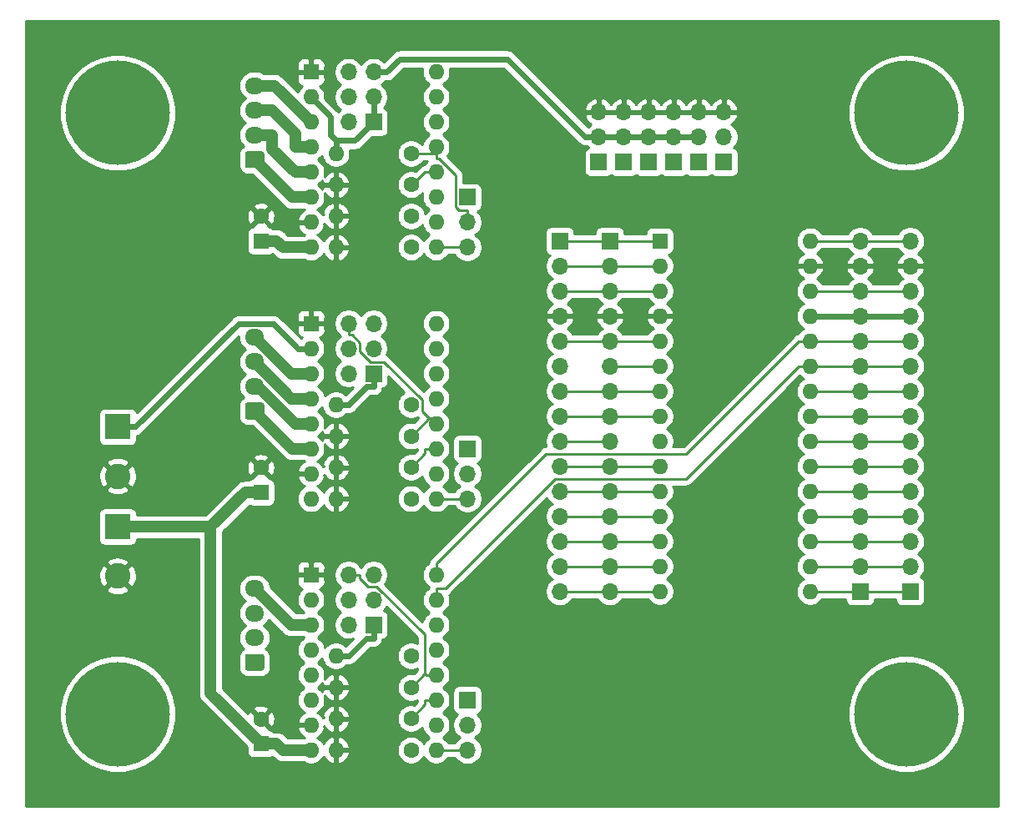
<source format=gtl>
G04 #@! TF.GenerationSoftware,KiCad,Pcbnew,5.1.10*
G04 #@! TF.CreationDate,2021-05-19T15:31:35-05:00*
G04 #@! TF.ProjectId,Multiboard,4d756c74-6962-46f6-9172-642e6b696361,rev?*
G04 #@! TF.SameCoordinates,Original*
G04 #@! TF.FileFunction,Copper,L1,Top*
G04 #@! TF.FilePolarity,Positive*
%FSLAX46Y46*%
G04 Gerber Fmt 4.6, Leading zero omitted, Abs format (unit mm)*
G04 Created by KiCad (PCBNEW 5.1.10) date 2021-05-19 15:31:35*
%MOMM*%
%LPD*%
G01*
G04 APERTURE LIST*
G04 #@! TA.AperFunction,ComponentPad*
%ADD10R,2.600000X2.600000*%
G04 #@! TD*
G04 #@! TA.AperFunction,ComponentPad*
%ADD11C,2.600000*%
G04 #@! TD*
G04 #@! TA.AperFunction,ComponentPad*
%ADD12R,1.700000X1.700000*%
G04 #@! TD*
G04 #@! TA.AperFunction,ComponentPad*
%ADD13O,1.700000X1.700000*%
G04 #@! TD*
G04 #@! TA.AperFunction,ComponentPad*
%ADD14O,1.600000X1.600000*%
G04 #@! TD*
G04 #@! TA.AperFunction,ComponentPad*
%ADD15C,1.600000*%
G04 #@! TD*
G04 #@! TA.AperFunction,ComponentPad*
%ADD16R,1.600000X1.600000*%
G04 #@! TD*
G04 #@! TA.AperFunction,ComponentPad*
%ADD17O,1.950000X1.700000*%
G04 #@! TD*
G04 #@! TA.AperFunction,ComponentPad*
%ADD18C,0.900000*%
G04 #@! TD*
G04 #@! TA.AperFunction,ComponentPad*
%ADD19C,10.600000*%
G04 #@! TD*
G04 #@! TA.AperFunction,Conductor*
%ADD20C,0.250000*%
G04 #@! TD*
G04 #@! TA.AperFunction,Conductor*
%ADD21C,0.600000*%
G04 #@! TD*
G04 #@! TA.AperFunction,Conductor*
%ADD22C,1.200000*%
G04 #@! TD*
G04 #@! TA.AperFunction,Conductor*
%ADD23C,0.254000*%
G04 #@! TD*
G04 #@! TA.AperFunction,Conductor*
%ADD24C,0.100000*%
G04 #@! TD*
G04 APERTURE END LIST*
D10*
X120240000Y-107580000D03*
D11*
X120240000Y-112580000D03*
D10*
X120240000Y-97445000D03*
D11*
X120240000Y-102445000D03*
D12*
X171580000Y-70580000D03*
D13*
X171580000Y-68040000D03*
X171580000Y-65500000D03*
D12*
X169040000Y-70580000D03*
D13*
X169040000Y-68040000D03*
X169040000Y-65500000D03*
D12*
X176660000Y-70580000D03*
D13*
X176660000Y-68040000D03*
X176660000Y-65500000D03*
D12*
X179200000Y-70580000D03*
D13*
X179200000Y-68040000D03*
X179200000Y-65500000D03*
D12*
X181740000Y-70580000D03*
D13*
X181740000Y-68040000D03*
X181740000Y-65500000D03*
D12*
X174120000Y-70580000D03*
D13*
X174120000Y-68040000D03*
X174120000Y-65500000D03*
D14*
X142380000Y-127055000D03*
D15*
X150000000Y-127055000D03*
D14*
X142380000Y-123880000D03*
D15*
X150000000Y-123880000D03*
X134760000Y-127095000D03*
D16*
X134760000Y-129595000D03*
D17*
X134125000Y-113840000D03*
X134125000Y-116340000D03*
X134125000Y-118840000D03*
G04 #@! TA.AperFunction,ComponentPad*
G36*
G01*
X134850000Y-122190000D02*
X133400000Y-122190000D01*
G75*
G02*
X133150000Y-121940000I0J250000D01*
G01*
X133150000Y-120740000D01*
G75*
G02*
X133400000Y-120490000I250000J0D01*
G01*
X134850000Y-120490000D01*
G75*
G02*
X135100000Y-120740000I0J-250000D01*
G01*
X135100000Y-121940000D01*
G75*
G02*
X134850000Y-122190000I-250000J0D01*
G01*
G37*
G04 #@! TD.AperFunction*
D14*
X152540000Y-112450000D03*
X139840000Y-130230000D03*
X152540000Y-114990000D03*
X139840000Y-127690000D03*
X152540000Y-117530000D03*
X139840000Y-125150000D03*
X152540000Y-120070000D03*
X139840000Y-122610000D03*
X152540000Y-122610000D03*
X139840000Y-120070000D03*
X152540000Y-125150000D03*
X139840000Y-117530000D03*
X152540000Y-127690000D03*
X139840000Y-114990000D03*
X152540000Y-130230000D03*
D16*
X139840000Y-112450000D03*
D13*
X143650000Y-112450000D03*
X146190000Y-112450000D03*
X143650000Y-114990000D03*
X146190000Y-114990000D03*
X143650000Y-117530000D03*
D12*
X146190000Y-117530000D03*
D13*
X155715000Y-130230000D03*
X155715000Y-127690000D03*
D12*
X155715000Y-125150000D03*
D14*
X142380000Y-120705000D03*
D15*
X150000000Y-120705000D03*
D14*
X142380000Y-130230000D03*
D15*
X150000000Y-130230000D03*
X134760000Y-101595000D03*
D16*
X134760000Y-104095000D03*
D14*
X152540000Y-86950000D03*
X139840000Y-104730000D03*
X152540000Y-89490000D03*
X139840000Y-102190000D03*
X152540000Y-92030000D03*
X139840000Y-99650000D03*
X152540000Y-94570000D03*
X139840000Y-97110000D03*
X152540000Y-97110000D03*
X139840000Y-94570000D03*
X152540000Y-99650000D03*
X139840000Y-92030000D03*
X152540000Y-102190000D03*
X139840000Y-89490000D03*
X152540000Y-104730000D03*
D16*
X139840000Y-86950000D03*
D14*
X142380000Y-95205000D03*
D15*
X150000000Y-95205000D03*
D14*
X142380000Y-98380000D03*
D15*
X150000000Y-98380000D03*
D14*
X142380000Y-101555000D03*
D15*
X150000000Y-101555000D03*
D14*
X142380000Y-104730000D03*
D15*
X150000000Y-104730000D03*
D17*
X134125000Y-88340000D03*
X134125000Y-90840000D03*
X134125000Y-93340000D03*
G04 #@! TA.AperFunction,ComponentPad*
G36*
G01*
X134850000Y-96690000D02*
X133400000Y-96690000D01*
G75*
G02*
X133150000Y-96440000I0J250000D01*
G01*
X133150000Y-95240000D01*
G75*
G02*
X133400000Y-94990000I250000J0D01*
G01*
X134850000Y-94990000D01*
G75*
G02*
X135100000Y-95240000I0J-250000D01*
G01*
X135100000Y-96440000D01*
G75*
G02*
X134850000Y-96690000I-250000J0D01*
G01*
G37*
G04 #@! TD.AperFunction*
D13*
X143650000Y-86950000D03*
X146190000Y-86950000D03*
X143650000Y-89490000D03*
X146190000Y-89490000D03*
X143650000Y-92030000D03*
D12*
X146190000Y-92030000D03*
D13*
X155715000Y-104730000D03*
X155715000Y-102190000D03*
D12*
X155715000Y-99650000D03*
D18*
X203050749Y-123769251D03*
X200240000Y-122605000D03*
X197429251Y-123769251D03*
X196265000Y-126580000D03*
X197429251Y-129390749D03*
X200240000Y-130555000D03*
X203050749Y-129390749D03*
X204215000Y-126580000D03*
D19*
X200240000Y-126580000D03*
D18*
X123050749Y-123769251D03*
X120240000Y-122605000D03*
X117429251Y-123769251D03*
X116265000Y-126580000D03*
X117429251Y-129390749D03*
X120240000Y-130555000D03*
X123050749Y-129390749D03*
X124215000Y-126580000D03*
D19*
X120240000Y-126580000D03*
D18*
X203050749Y-62769251D03*
X200240000Y-61605000D03*
X197429251Y-62769251D03*
X196265000Y-65580000D03*
X197429251Y-68390749D03*
X200240000Y-69555000D03*
X203050749Y-68390749D03*
X204215000Y-65580000D03*
D19*
X200240000Y-65580000D03*
D18*
X123050749Y-62769251D03*
X120240000Y-61605000D03*
X117429251Y-62769251D03*
X116265000Y-65580000D03*
X117429251Y-68390749D03*
X120240000Y-69555000D03*
X123050749Y-68390749D03*
X124215000Y-65580000D03*
D19*
X120240000Y-65580000D03*
D16*
X134760000Y-78595000D03*
D15*
X134760000Y-76095000D03*
X150000000Y-69705000D03*
D14*
X142380000Y-69705000D03*
D15*
X150000000Y-72880000D03*
D14*
X142380000Y-72880000D03*
D15*
X150000000Y-76055000D03*
D14*
X142380000Y-76055000D03*
D15*
X150000000Y-79230000D03*
D14*
X142380000Y-79230000D03*
G04 #@! TA.AperFunction,ComponentPad*
G36*
G01*
X134850000Y-71190000D02*
X133400000Y-71190000D01*
G75*
G02*
X133150000Y-70940000I0J250000D01*
G01*
X133150000Y-69740000D01*
G75*
G02*
X133400000Y-69490000I250000J0D01*
G01*
X134850000Y-69490000D01*
G75*
G02*
X135100000Y-69740000I0J-250000D01*
G01*
X135100000Y-70940000D01*
G75*
G02*
X134850000Y-71190000I-250000J0D01*
G01*
G37*
G04 #@! TD.AperFunction*
D17*
X134125000Y-67840000D03*
X134125000Y-65340000D03*
X134125000Y-62840000D03*
D12*
X155715000Y-74150000D03*
D13*
X155715000Y-76690000D03*
X155715000Y-79230000D03*
D12*
X146190000Y-66530000D03*
D13*
X143650000Y-66530000D03*
X146190000Y-63990000D03*
X143650000Y-63990000D03*
X146190000Y-61450000D03*
X143650000Y-61450000D03*
D16*
X139840000Y-61450000D03*
D14*
X152540000Y-79230000D03*
X139840000Y-63990000D03*
X152540000Y-76690000D03*
X139840000Y-66530000D03*
X152540000Y-74150000D03*
X139840000Y-69070000D03*
X152540000Y-71610000D03*
X139840000Y-71610000D03*
X152540000Y-69070000D03*
X139840000Y-74150000D03*
X152540000Y-66530000D03*
X139840000Y-76690000D03*
X152540000Y-63990000D03*
X139840000Y-79230000D03*
X152540000Y-61450000D03*
X190480000Y-114140000D03*
X175240000Y-114140000D03*
X190480000Y-78580000D03*
X175240000Y-111600000D03*
X190480000Y-81120000D03*
X175240000Y-109060000D03*
X190480000Y-83660000D03*
X175240000Y-106520000D03*
X190480000Y-86200000D03*
X175240000Y-103980000D03*
X190480000Y-88740000D03*
X175240000Y-101440000D03*
X190480000Y-91280000D03*
X175240000Y-98900000D03*
X190480000Y-93820000D03*
X175240000Y-96360000D03*
X190480000Y-96360000D03*
X175240000Y-93820000D03*
X190480000Y-98900000D03*
X175240000Y-91280000D03*
X190480000Y-101440000D03*
X175240000Y-88740000D03*
X190480000Y-103980000D03*
X175240000Y-86200000D03*
X190480000Y-106520000D03*
X175240000Y-83660000D03*
X190480000Y-109060000D03*
X175240000Y-81120000D03*
X190480000Y-111600000D03*
D16*
X175240000Y-78580000D03*
D13*
X200640000Y-78580000D03*
X200640000Y-81120000D03*
X200640000Y-83660000D03*
X200640000Y-86200000D03*
X200640000Y-88740000D03*
X200640000Y-91280000D03*
X200640000Y-93820000D03*
X200640000Y-96360000D03*
X200640000Y-98900000D03*
X200640000Y-101440000D03*
X200640000Y-103980000D03*
X200640000Y-106520000D03*
X200640000Y-109060000D03*
X200640000Y-111600000D03*
D12*
X200640000Y-114140000D03*
D13*
X165080000Y-114140000D03*
X165080000Y-111600000D03*
X165080000Y-109060000D03*
X165080000Y-106520000D03*
X165080000Y-103980000D03*
X165080000Y-101440000D03*
X165080000Y-98900000D03*
X165080000Y-96360000D03*
X165080000Y-93820000D03*
X165080000Y-91280000D03*
X165080000Y-88740000D03*
X165080000Y-86200000D03*
X165080000Y-83660000D03*
X165080000Y-81120000D03*
D12*
X165080000Y-78580000D03*
D13*
X195560000Y-78580000D03*
X195560000Y-81120000D03*
X195560000Y-83660000D03*
X195560000Y-86200000D03*
X195560000Y-88740000D03*
X195560000Y-91280000D03*
X195560000Y-93820000D03*
X195560000Y-96360000D03*
X195560000Y-98900000D03*
X195560000Y-101440000D03*
X195560000Y-103980000D03*
X195560000Y-106520000D03*
X195560000Y-109060000D03*
X195560000Y-111600000D03*
D12*
X195560000Y-114140000D03*
D13*
X170160000Y-114140000D03*
X170160000Y-111600000D03*
X170160000Y-109060000D03*
X170160000Y-106520000D03*
X170160000Y-103980000D03*
X170160000Y-101440000D03*
X170160000Y-98900000D03*
X170160000Y-96360000D03*
X170160000Y-93820000D03*
X170160000Y-91280000D03*
X170160000Y-88740000D03*
X170160000Y-86200000D03*
X170160000Y-83660000D03*
X170160000Y-81120000D03*
D12*
X170160000Y-78580000D03*
D20*
X195560000Y-114140000D02*
X190480000Y-114140000D01*
X200640000Y-114140000D02*
X195560000Y-114140000D01*
X170160000Y-114140000D02*
X165080000Y-114140000D01*
X175240000Y-114140000D02*
X170160000Y-114140000D01*
X195560000Y-78580000D02*
X190480000Y-78580000D01*
X200640000Y-78580000D02*
X195560000Y-78580000D01*
X170160000Y-111600000D02*
X175240000Y-111600000D01*
X165080000Y-111600000D02*
X170160000Y-111600000D01*
X170160000Y-109060000D02*
X175240000Y-109060000D01*
X165080000Y-109060000D02*
X170160000Y-109060000D01*
X195560000Y-83660000D02*
X190480000Y-83660000D01*
X200640000Y-83660000D02*
X195560000Y-83660000D01*
X170160000Y-106520000D02*
X175240000Y-106520000D01*
X165080000Y-106520000D02*
X170160000Y-106520000D01*
X165080000Y-98900000D02*
X170160000Y-98900000D01*
X195560000Y-93820000D02*
X190480000Y-93820000D01*
X200640000Y-93820000D02*
X195560000Y-93820000D01*
X170160000Y-96360000D02*
X175240000Y-96360000D01*
X165080000Y-96360000D02*
X170160000Y-96360000D01*
X195560000Y-96360000D02*
X190480000Y-96360000D01*
X200640000Y-96360000D02*
X195560000Y-96360000D01*
X195560000Y-98900000D02*
X190480000Y-98900000D01*
X200640000Y-98900000D02*
X195560000Y-98900000D01*
X170160000Y-91280000D02*
X175240000Y-91280000D01*
X195560000Y-101440000D02*
X190480000Y-101440000D01*
X200640000Y-101440000D02*
X195560000Y-101440000D01*
X195560000Y-103980000D02*
X190480000Y-103980000D01*
X200640000Y-103980000D02*
X195560000Y-103980000D01*
X195560000Y-106520000D02*
X190480000Y-106520000D01*
X200640000Y-106520000D02*
X195560000Y-106520000D01*
X170160000Y-83660000D02*
X175240000Y-83660000D01*
X165080000Y-83660000D02*
X170160000Y-83660000D01*
X195560000Y-109060000D02*
X190480000Y-109060000D01*
X200640000Y-109060000D02*
X195560000Y-109060000D01*
X170160000Y-81120000D02*
X175240000Y-81120000D01*
X165080000Y-81120000D02*
X170160000Y-81120000D01*
X195560000Y-111600000D02*
X190480000Y-111600000D01*
X200640000Y-111600000D02*
X195560000Y-111600000D01*
X170160000Y-78580000D02*
X175240000Y-78580000D01*
X165080000Y-78580000D02*
X170160000Y-78580000D01*
D21*
X169040000Y-68040000D02*
X167689700Y-68040000D01*
X167689700Y-68040000D02*
X159761300Y-60111600D01*
X159761300Y-60111600D02*
X148878700Y-60111600D01*
X148878700Y-60111600D02*
X147540300Y-61450000D01*
X171580000Y-68040000D02*
X169040000Y-68040000D01*
X146190000Y-61450000D02*
X147540300Y-61450000D01*
X146190000Y-92030000D02*
X146190000Y-93380300D01*
X142380000Y-95205000D02*
X143680300Y-95205000D01*
X146190000Y-93380300D02*
X145505000Y-93380300D01*
X145505000Y-93380300D02*
X143680300Y-95205000D01*
X146190000Y-66530000D02*
X144315300Y-68404700D01*
X144315300Y-68404700D02*
X142380000Y-68404700D01*
X146190000Y-63990000D02*
X146190000Y-66530000D01*
X142380000Y-69705000D02*
X142380000Y-68404700D01*
X142380000Y-68404700D02*
X141826300Y-67851000D01*
X141826300Y-67851000D02*
X141826300Y-65976300D01*
X141826300Y-65976300D02*
X139840000Y-63990000D01*
X139840000Y-89490000D02*
X138539700Y-89490000D01*
X120240000Y-97445000D02*
X122040300Y-97445000D01*
X122040300Y-97445000D02*
X132496300Y-86989000D01*
X132496300Y-86989000D02*
X136038700Y-86989000D01*
X136038700Y-86989000D02*
X138539700Y-89490000D01*
X174120000Y-68040000D02*
X171580000Y-68040000D01*
X176660000Y-68040000D02*
X174120000Y-68040000D01*
X179200000Y-68040000D02*
X176660000Y-68040000D01*
X146190000Y-117530000D02*
X146190000Y-118880300D01*
X142380000Y-120705000D02*
X143680300Y-120705000D01*
X146190000Y-118880300D02*
X145505000Y-118880300D01*
X145505000Y-118880300D02*
X143680300Y-120705000D01*
X195560000Y-86200000D02*
X190480000Y-86200000D01*
X200640000Y-86200000D02*
X195560000Y-86200000D01*
D22*
X139840000Y-74150000D02*
X137935000Y-74150000D01*
X137935000Y-74150000D02*
X134125000Y-70340000D01*
D20*
X152540000Y-69705000D02*
X152540000Y-70195300D01*
X152540000Y-69070000D02*
X152540000Y-69705000D01*
X150000000Y-69705000D02*
X152540000Y-69705000D01*
X152540000Y-70195300D02*
X152821300Y-70195300D01*
X152821300Y-70195300D02*
X154539700Y-71913700D01*
X154539700Y-71913700D02*
X154539700Y-75147500D01*
X154539700Y-75147500D02*
X154906900Y-75514700D01*
X154906900Y-75514700D02*
X155715000Y-75514700D01*
X155715000Y-76690000D02*
X155715000Y-75514700D01*
D22*
X134125000Y-67840000D02*
X135900300Y-67840000D01*
X139840000Y-71610000D02*
X138239700Y-71610000D01*
X138239700Y-71610000D02*
X135900300Y-69270600D01*
X135900300Y-69270600D02*
X135900300Y-67840000D01*
D20*
X152540000Y-71610000D02*
X151414700Y-71610000D01*
X151414700Y-71610000D02*
X150144700Y-72880000D01*
X150144700Y-72880000D02*
X150000000Y-72880000D01*
D22*
X134125000Y-65340000D02*
X135900300Y-65340000D01*
X139840000Y-69070000D02*
X138239700Y-69070000D01*
X138239700Y-69070000D02*
X138239700Y-67679400D01*
X138239700Y-67679400D02*
X135900300Y-65340000D01*
X139840000Y-66530000D02*
X136150000Y-62840000D01*
X136150000Y-62840000D02*
X134125000Y-62840000D01*
D20*
X152540000Y-79230000D02*
X155715000Y-79230000D01*
D22*
X139840000Y-99650000D02*
X137935000Y-99650000D01*
X137935000Y-99650000D02*
X134125000Y-95840000D01*
X139840000Y-97110000D02*
X138239700Y-97110000D01*
X138239700Y-97110000D02*
X134469700Y-93340000D01*
X134469700Y-93340000D02*
X134125000Y-93340000D01*
D20*
X143650000Y-86950000D02*
X143650000Y-88125300D01*
X151832700Y-96547300D02*
X150000000Y-98380000D01*
X152540000Y-96547300D02*
X151832700Y-96547300D01*
X143650000Y-88125300D02*
X144017400Y-88125300D01*
X144017400Y-88125300D02*
X144825300Y-88933200D01*
X144825300Y-88933200D02*
X144825300Y-89806900D01*
X144825300Y-89806900D02*
X145873100Y-90854700D01*
X145873100Y-90854700D02*
X147246100Y-90854700D01*
X147246100Y-90854700D02*
X151125400Y-94734000D01*
X151125400Y-94734000D02*
X151125400Y-95840000D01*
X151125400Y-95840000D02*
X151832700Y-96547300D01*
X152540000Y-97110000D02*
X152540000Y-96547300D01*
D22*
X139840000Y-94570000D02*
X137855000Y-94570000D01*
X137855000Y-94570000D02*
X134125000Y-90840000D01*
D20*
X152540000Y-99650000D02*
X151414700Y-99650000D01*
X151414700Y-99650000D02*
X151414700Y-100140300D01*
X151414700Y-100140300D02*
X150000000Y-101555000D01*
D22*
X139840000Y-92030000D02*
X137815000Y-92030000D01*
X137815000Y-92030000D02*
X134125000Y-88340000D01*
D20*
X155715000Y-104730000D02*
X152540000Y-104730000D01*
D22*
X134760000Y-129595000D02*
X136360300Y-129595000D01*
X139840000Y-130230000D02*
X136995300Y-130230000D01*
X136995300Y-130230000D02*
X136360300Y-129595000D01*
X134760000Y-129595000D02*
X129674700Y-124509700D01*
X129674700Y-124509700D02*
X129674700Y-107580000D01*
X129674700Y-107580000D02*
X120240000Y-107580000D01*
X133159700Y-104095000D02*
X129674700Y-107580000D01*
X134760000Y-104095000D02*
X133159700Y-104095000D01*
X134760000Y-78595000D02*
X136360300Y-78595000D01*
X139840000Y-79230000D02*
X136995300Y-79230000D01*
X136995300Y-79230000D02*
X136360300Y-78595000D01*
D20*
X170160000Y-88740000D02*
X175240000Y-88740000D01*
X165080000Y-88740000D02*
X170160000Y-88740000D01*
X170160000Y-93820000D02*
X175240000Y-93820000D01*
X165080000Y-93820000D02*
X170160000Y-93820000D01*
X170160000Y-101440000D02*
X175240000Y-101440000D01*
X165080000Y-101440000D02*
X170160000Y-101440000D01*
X170160000Y-103980000D02*
X175240000Y-103980000D01*
X165080000Y-103980000D02*
X170160000Y-103980000D01*
X152540000Y-112450000D02*
X152540000Y-111324700D01*
X190480000Y-88740000D02*
X189354700Y-88740000D01*
X189354700Y-88740000D02*
X177924700Y-100170000D01*
X177924700Y-100170000D02*
X163694700Y-100170000D01*
X163694700Y-100170000D02*
X152540000Y-111324700D01*
X195560000Y-88740000D02*
X190480000Y-88740000D01*
X200640000Y-88740000D02*
X195560000Y-88740000D01*
X152540000Y-114990000D02*
X152540000Y-113864700D01*
X190480000Y-91280000D02*
X189354700Y-91280000D01*
X189354700Y-91280000D02*
X177924700Y-102710000D01*
X177924700Y-102710000D02*
X164626700Y-102710000D01*
X164626700Y-102710000D02*
X153472000Y-113864700D01*
X153472000Y-113864700D02*
X152540000Y-113864700D01*
X195560000Y-91280000D02*
X190480000Y-91280000D01*
X200640000Y-91280000D02*
X195560000Y-91280000D01*
X151401800Y-122478200D02*
X151533600Y-122610000D01*
X144825300Y-112450000D02*
X144825300Y-112817400D01*
X144825300Y-112817400D02*
X145633200Y-113625300D01*
X145633200Y-113625300D02*
X146506600Y-113625300D01*
X146506600Y-113625300D02*
X151401800Y-118520500D01*
X151401800Y-118520500D02*
X151401800Y-122478200D01*
X151401800Y-122478200D02*
X150000000Y-123880000D01*
X143650000Y-112450000D02*
X144825300Y-112450000D01*
X152540000Y-122610000D02*
X151533600Y-122610000D01*
X152540000Y-125150000D02*
X151414700Y-125150000D01*
X150000000Y-127055000D02*
X151414700Y-125640300D01*
X151414700Y-125640300D02*
X151414700Y-125150000D01*
D22*
X139840000Y-117530000D02*
X137815000Y-117530000D01*
X137815000Y-117530000D02*
X134125000Y-113840000D01*
D20*
X155715000Y-130230000D02*
X152540000Y-130230000D01*
D23*
X209580000Y-135920000D02*
X110900000Y-135920000D01*
X110900000Y-125995454D01*
X114305000Y-125995454D01*
X114305000Y-127164546D01*
X114533079Y-128311176D01*
X114980471Y-129391277D01*
X115629984Y-130363342D01*
X116456658Y-131190016D01*
X117428723Y-131839529D01*
X118508824Y-132286921D01*
X119655454Y-132515000D01*
X120824546Y-132515000D01*
X121971176Y-132286921D01*
X123051277Y-131839529D01*
X124023342Y-131190016D01*
X124850016Y-130363342D01*
X125499529Y-129391277D01*
X125946921Y-128311176D01*
X126175000Y-127164546D01*
X126175000Y-125995454D01*
X125946921Y-124848824D01*
X125499529Y-123768723D01*
X124850016Y-122796658D01*
X124023342Y-121969984D01*
X123051277Y-121320471D01*
X121971176Y-120873079D01*
X120824546Y-120645000D01*
X119655454Y-120645000D01*
X118508824Y-120873079D01*
X117428723Y-121320471D01*
X116456658Y-121969984D01*
X115629984Y-122796658D01*
X114980471Y-123768723D01*
X114533079Y-124848824D01*
X114305000Y-125995454D01*
X110900000Y-125995454D01*
X110900000Y-113929224D01*
X119070381Y-113929224D01*
X119202317Y-114224312D01*
X119543045Y-114395159D01*
X119910557Y-114496250D01*
X120290729Y-114523701D01*
X120668951Y-114476457D01*
X121030690Y-114356333D01*
X121277683Y-114224312D01*
X121409619Y-113929224D01*
X120240000Y-112759605D01*
X119070381Y-113929224D01*
X110900000Y-113929224D01*
X110900000Y-112630729D01*
X118296299Y-112630729D01*
X118343543Y-113008951D01*
X118463667Y-113370690D01*
X118595688Y-113617683D01*
X118890776Y-113749619D01*
X120060395Y-112580000D01*
X120419605Y-112580000D01*
X121589224Y-113749619D01*
X121884312Y-113617683D01*
X122055159Y-113276955D01*
X122156250Y-112909443D01*
X122183701Y-112529271D01*
X122136457Y-112151049D01*
X122016333Y-111789310D01*
X121884312Y-111542317D01*
X121589224Y-111410381D01*
X120419605Y-112580000D01*
X120060395Y-112580000D01*
X118890776Y-111410381D01*
X118595688Y-111542317D01*
X118424841Y-111883045D01*
X118323750Y-112250557D01*
X118296299Y-112630729D01*
X110900000Y-112630729D01*
X110900000Y-111230776D01*
X119070381Y-111230776D01*
X120240000Y-112400395D01*
X121409619Y-111230776D01*
X121277683Y-110935688D01*
X120936955Y-110764841D01*
X120569443Y-110663750D01*
X120189271Y-110636299D01*
X119811049Y-110683543D01*
X119449310Y-110803667D01*
X119202317Y-110935688D01*
X119070381Y-111230776D01*
X110900000Y-111230776D01*
X110900000Y-106280000D01*
X118301928Y-106280000D01*
X118301928Y-108880000D01*
X118314188Y-109004482D01*
X118350498Y-109124180D01*
X118409463Y-109234494D01*
X118488815Y-109331185D01*
X118585506Y-109410537D01*
X118695820Y-109469502D01*
X118815518Y-109505812D01*
X118940000Y-109518072D01*
X121540000Y-109518072D01*
X121664482Y-109505812D01*
X121784180Y-109469502D01*
X121894494Y-109410537D01*
X121991185Y-109331185D01*
X122070537Y-109234494D01*
X122129502Y-109124180D01*
X122165812Y-109004482D01*
X122178072Y-108880000D01*
X122178072Y-108815000D01*
X128439701Y-108815000D01*
X128439700Y-124449035D01*
X128433725Y-124509700D01*
X128457570Y-124751802D01*
X128485361Y-124843414D01*
X128528189Y-124984600D01*
X128642867Y-125199148D01*
X128797198Y-125387202D01*
X128844325Y-125425878D01*
X133321928Y-129903482D01*
X133321928Y-130395000D01*
X133334188Y-130519482D01*
X133370498Y-130639180D01*
X133429463Y-130749494D01*
X133508815Y-130846185D01*
X133605506Y-130925537D01*
X133715820Y-130984502D01*
X133835518Y-131020812D01*
X133960000Y-131033072D01*
X135560000Y-131033072D01*
X135684482Y-131020812D01*
X135804180Y-130984502D01*
X135914494Y-130925537D01*
X135930856Y-130912109D01*
X136079117Y-131060370D01*
X136117798Y-131107502D01*
X136305851Y-131261833D01*
X136520399Y-131376511D01*
X136753198Y-131447130D01*
X136995300Y-131470975D01*
X137055965Y-131465000D01*
X139105377Y-131465000D01*
X139160273Y-131501680D01*
X139421426Y-131609853D01*
X139698665Y-131665000D01*
X139981335Y-131665000D01*
X140258574Y-131609853D01*
X140519727Y-131501680D01*
X140754759Y-131344637D01*
X140954637Y-131144759D01*
X141111680Y-130909727D01*
X141116357Y-130898435D01*
X141148963Y-130967420D01*
X141316481Y-131193414D01*
X141524869Y-131382385D01*
X141766119Y-131527070D01*
X142030960Y-131621909D01*
X142253000Y-131500624D01*
X142253000Y-130357000D01*
X142507000Y-130357000D01*
X142507000Y-131500624D01*
X142729040Y-131621909D01*
X142993881Y-131527070D01*
X143235131Y-131382385D01*
X143443519Y-131193414D01*
X143611037Y-130967420D01*
X143731246Y-130713087D01*
X143771904Y-130579039D01*
X143649915Y-130357000D01*
X142507000Y-130357000D01*
X142253000Y-130357000D01*
X142233000Y-130357000D01*
X142233000Y-130103000D01*
X142253000Y-130103000D01*
X142253000Y-128959376D01*
X142507000Y-128959376D01*
X142507000Y-130103000D01*
X143649915Y-130103000D01*
X143771904Y-129880961D01*
X143731246Y-129746913D01*
X143611037Y-129492580D01*
X143443519Y-129266586D01*
X143235131Y-129077615D01*
X142993881Y-128932930D01*
X142729040Y-128838091D01*
X142507000Y-128959376D01*
X142253000Y-128959376D01*
X142030960Y-128838091D01*
X141766119Y-128932930D01*
X141524869Y-129077615D01*
X141316481Y-129266586D01*
X141148963Y-129492580D01*
X141116357Y-129561565D01*
X141111680Y-129550273D01*
X140954637Y-129315241D01*
X140754759Y-129115363D01*
X140519727Y-128958320D01*
X140509135Y-128953933D01*
X140695131Y-128842385D01*
X140903519Y-128653414D01*
X141071037Y-128427420D01*
X141191246Y-128173087D01*
X141231904Y-128039039D01*
X141109916Y-127817002D01*
X141167184Y-127817002D01*
X141316481Y-128018414D01*
X141524869Y-128207385D01*
X141766119Y-128352070D01*
X142030960Y-128446909D01*
X142253000Y-128325624D01*
X142253000Y-127182000D01*
X142507000Y-127182000D01*
X142507000Y-128325624D01*
X142729040Y-128446909D01*
X142993881Y-128352070D01*
X143235131Y-128207385D01*
X143443519Y-128018414D01*
X143611037Y-127792420D01*
X143731246Y-127538087D01*
X143771904Y-127404039D01*
X143649915Y-127182000D01*
X142507000Y-127182000D01*
X142253000Y-127182000D01*
X142233000Y-127182000D01*
X142233000Y-126928000D01*
X142253000Y-126928000D01*
X142253000Y-125784376D01*
X142507000Y-125784376D01*
X142507000Y-126928000D01*
X143649915Y-126928000D01*
X143771904Y-126705961D01*
X143731246Y-126571913D01*
X143611037Y-126317580D01*
X143443519Y-126091586D01*
X143235131Y-125902615D01*
X142993881Y-125757930D01*
X142729040Y-125663091D01*
X142507000Y-125784376D01*
X142253000Y-125784376D01*
X142030960Y-125663091D01*
X141766119Y-125757930D01*
X141524869Y-125902615D01*
X141316481Y-126091586D01*
X141148963Y-126317580D01*
X141028754Y-126571913D01*
X140988096Y-126705961D01*
X141110084Y-126927998D01*
X141052816Y-126927998D01*
X140903519Y-126726586D01*
X140695131Y-126537615D01*
X140509135Y-126426067D01*
X140519727Y-126421680D01*
X140754759Y-126264637D01*
X140954637Y-126064759D01*
X141111680Y-125829727D01*
X141219853Y-125568574D01*
X141275000Y-125291335D01*
X141275000Y-125008665D01*
X141219853Y-124731426D01*
X141202606Y-124689789D01*
X141316481Y-124843414D01*
X141524869Y-125032385D01*
X141766119Y-125177070D01*
X142030960Y-125271909D01*
X142253000Y-125150624D01*
X142253000Y-124007000D01*
X142507000Y-124007000D01*
X142507000Y-125150624D01*
X142729040Y-125271909D01*
X142993881Y-125177070D01*
X143235131Y-125032385D01*
X143443519Y-124843414D01*
X143611037Y-124617420D01*
X143731246Y-124363087D01*
X143771904Y-124229039D01*
X143649915Y-124007000D01*
X142507000Y-124007000D01*
X142253000Y-124007000D01*
X141110085Y-124007000D01*
X140988096Y-124229039D01*
X141019355Y-124332098D01*
X140954637Y-124235241D01*
X140754759Y-124035363D01*
X140522241Y-123880000D01*
X140754759Y-123724637D01*
X140954637Y-123524759D01*
X141019355Y-123427902D01*
X140988096Y-123530961D01*
X141110085Y-123753000D01*
X142253000Y-123753000D01*
X142253000Y-122609376D01*
X142507000Y-122609376D01*
X142507000Y-123753000D01*
X143649915Y-123753000D01*
X143771904Y-123530961D01*
X143731246Y-123396913D01*
X143611037Y-123142580D01*
X143443519Y-122916586D01*
X143235131Y-122727615D01*
X142993881Y-122582930D01*
X142729040Y-122488091D01*
X142507000Y-122609376D01*
X142253000Y-122609376D01*
X142030960Y-122488091D01*
X141766119Y-122582930D01*
X141524869Y-122727615D01*
X141316481Y-122916586D01*
X141202606Y-123070211D01*
X141219853Y-123028574D01*
X141275000Y-122751335D01*
X141275000Y-122468665D01*
X141219853Y-122191426D01*
X141111680Y-121930273D01*
X140954637Y-121695241D01*
X140754759Y-121495363D01*
X140522241Y-121340000D01*
X140754759Y-121184637D01*
X140954637Y-120984759D01*
X140968429Y-120964118D01*
X141000147Y-121123574D01*
X141108320Y-121384727D01*
X141265363Y-121619759D01*
X141465241Y-121819637D01*
X141700273Y-121976680D01*
X141961426Y-122084853D01*
X142238665Y-122140000D01*
X142521335Y-122140000D01*
X142798574Y-122084853D01*
X143059727Y-121976680D01*
X143294759Y-121819637D01*
X143474396Y-121640000D01*
X143634368Y-121640000D01*
X143680300Y-121644524D01*
X143726232Y-121640000D01*
X143863592Y-121626471D01*
X144039840Y-121573007D01*
X144202272Y-121486186D01*
X144344644Y-121369344D01*
X144373930Y-121333659D01*
X145892290Y-119815300D01*
X146144068Y-119815300D01*
X146190000Y-119819824D01*
X146235932Y-119815300D01*
X146373292Y-119801771D01*
X146549540Y-119748307D01*
X146711972Y-119661486D01*
X146854344Y-119544644D01*
X146971186Y-119402272D01*
X147058007Y-119239840D01*
X147111471Y-119063592D01*
X147116698Y-119010518D01*
X147164482Y-119005812D01*
X147284180Y-118969502D01*
X147394494Y-118910537D01*
X147491185Y-118831185D01*
X147570537Y-118734494D01*
X147629502Y-118624180D01*
X147665812Y-118504482D01*
X147678072Y-118380000D01*
X147678072Y-116680000D01*
X147665812Y-116555518D01*
X147629502Y-116435820D01*
X147570537Y-116325506D01*
X147491185Y-116228815D01*
X147394494Y-116149463D01*
X147284180Y-116090498D01*
X147211620Y-116068487D01*
X147343475Y-115936632D01*
X147503555Y-115697056D01*
X150641800Y-118835302D01*
X150641800Y-119417610D01*
X150418574Y-119325147D01*
X150141335Y-119270000D01*
X149858665Y-119270000D01*
X149581426Y-119325147D01*
X149320273Y-119433320D01*
X149085241Y-119590363D01*
X148885363Y-119790241D01*
X148728320Y-120025273D01*
X148620147Y-120286426D01*
X148565000Y-120563665D01*
X148565000Y-120846335D01*
X148620147Y-121123574D01*
X148728320Y-121384727D01*
X148885363Y-121619759D01*
X149085241Y-121819637D01*
X149320273Y-121976680D01*
X149581426Y-122084853D01*
X149858665Y-122140000D01*
X150141335Y-122140000D01*
X150418574Y-122084853D01*
X150641801Y-121992390D01*
X150641801Y-122163397D01*
X150323886Y-122481312D01*
X150141335Y-122445000D01*
X149858665Y-122445000D01*
X149581426Y-122500147D01*
X149320273Y-122608320D01*
X149085241Y-122765363D01*
X148885363Y-122965241D01*
X148728320Y-123200273D01*
X148620147Y-123461426D01*
X148565000Y-123738665D01*
X148565000Y-124021335D01*
X148620147Y-124298574D01*
X148728320Y-124559727D01*
X148885363Y-124794759D01*
X149085241Y-124994637D01*
X149320273Y-125151680D01*
X149581426Y-125259853D01*
X149858665Y-125315000D01*
X150141335Y-125315000D01*
X150418574Y-125259853D01*
X150652307Y-125163038D01*
X150654700Y-125187333D01*
X150654700Y-125325498D01*
X150323886Y-125656312D01*
X150141335Y-125620000D01*
X149858665Y-125620000D01*
X149581426Y-125675147D01*
X149320273Y-125783320D01*
X149085241Y-125940363D01*
X148885363Y-126140241D01*
X148728320Y-126375273D01*
X148620147Y-126636426D01*
X148565000Y-126913665D01*
X148565000Y-127196335D01*
X148620147Y-127473574D01*
X148728320Y-127734727D01*
X148885363Y-127969759D01*
X149085241Y-128169637D01*
X149320273Y-128326680D01*
X149581426Y-128434853D01*
X149858665Y-128490000D01*
X150141335Y-128490000D01*
X150418574Y-128434853D01*
X150679727Y-128326680D01*
X150914759Y-128169637D01*
X151114637Y-127969759D01*
X151128429Y-127949118D01*
X151160147Y-128108574D01*
X151268320Y-128369727D01*
X151425363Y-128604759D01*
X151625241Y-128804637D01*
X151857759Y-128960000D01*
X151625241Y-129115363D01*
X151425363Y-129315241D01*
X151270000Y-129547759D01*
X151114637Y-129315241D01*
X150914759Y-129115363D01*
X150679727Y-128958320D01*
X150418574Y-128850147D01*
X150141335Y-128795000D01*
X149858665Y-128795000D01*
X149581426Y-128850147D01*
X149320273Y-128958320D01*
X149085241Y-129115363D01*
X148885363Y-129315241D01*
X148728320Y-129550273D01*
X148620147Y-129811426D01*
X148565000Y-130088665D01*
X148565000Y-130371335D01*
X148620147Y-130648574D01*
X148728320Y-130909727D01*
X148885363Y-131144759D01*
X149085241Y-131344637D01*
X149320273Y-131501680D01*
X149581426Y-131609853D01*
X149858665Y-131665000D01*
X150141335Y-131665000D01*
X150418574Y-131609853D01*
X150679727Y-131501680D01*
X150914759Y-131344637D01*
X151114637Y-131144759D01*
X151270000Y-130912241D01*
X151425363Y-131144759D01*
X151625241Y-131344637D01*
X151860273Y-131501680D01*
X152121426Y-131609853D01*
X152398665Y-131665000D01*
X152681335Y-131665000D01*
X152958574Y-131609853D01*
X153219727Y-131501680D01*
X153454759Y-131344637D01*
X153654637Y-131144759D01*
X153758043Y-130990000D01*
X154436822Y-130990000D01*
X154561525Y-131176632D01*
X154768368Y-131383475D01*
X155011589Y-131545990D01*
X155281842Y-131657932D01*
X155568740Y-131715000D01*
X155861260Y-131715000D01*
X156148158Y-131657932D01*
X156418411Y-131545990D01*
X156661632Y-131383475D01*
X156868475Y-131176632D01*
X157030990Y-130933411D01*
X157142932Y-130663158D01*
X157200000Y-130376260D01*
X157200000Y-130083740D01*
X157142932Y-129796842D01*
X157030990Y-129526589D01*
X156868475Y-129283368D01*
X156661632Y-129076525D01*
X156487240Y-128960000D01*
X156661632Y-128843475D01*
X156868475Y-128636632D01*
X157030990Y-128393411D01*
X157142932Y-128123158D01*
X157200000Y-127836260D01*
X157200000Y-127543740D01*
X157142932Y-127256842D01*
X157030990Y-126986589D01*
X156868475Y-126743368D01*
X156736620Y-126611513D01*
X156809180Y-126589502D01*
X156919494Y-126530537D01*
X157016185Y-126451185D01*
X157095537Y-126354494D01*
X157154502Y-126244180D01*
X157190812Y-126124482D01*
X157203072Y-126000000D01*
X157203072Y-125995454D01*
X194305000Y-125995454D01*
X194305000Y-127164546D01*
X194533079Y-128311176D01*
X194980471Y-129391277D01*
X195629984Y-130363342D01*
X196456658Y-131190016D01*
X197428723Y-131839529D01*
X198508824Y-132286921D01*
X199655454Y-132515000D01*
X200824546Y-132515000D01*
X201971176Y-132286921D01*
X203051277Y-131839529D01*
X204023342Y-131190016D01*
X204850016Y-130363342D01*
X205499529Y-129391277D01*
X205946921Y-128311176D01*
X206175000Y-127164546D01*
X206175000Y-125995454D01*
X205946921Y-124848824D01*
X205499529Y-123768723D01*
X204850016Y-122796658D01*
X204023342Y-121969984D01*
X203051277Y-121320471D01*
X201971176Y-120873079D01*
X200824546Y-120645000D01*
X199655454Y-120645000D01*
X198508824Y-120873079D01*
X197428723Y-121320471D01*
X196456658Y-121969984D01*
X195629984Y-122796658D01*
X194980471Y-123768723D01*
X194533079Y-124848824D01*
X194305000Y-125995454D01*
X157203072Y-125995454D01*
X157203072Y-124300000D01*
X157190812Y-124175518D01*
X157154502Y-124055820D01*
X157095537Y-123945506D01*
X157016185Y-123848815D01*
X156919494Y-123769463D01*
X156809180Y-123710498D01*
X156689482Y-123674188D01*
X156565000Y-123661928D01*
X154865000Y-123661928D01*
X154740518Y-123674188D01*
X154620820Y-123710498D01*
X154510506Y-123769463D01*
X154413815Y-123848815D01*
X154334463Y-123945506D01*
X154275498Y-124055820D01*
X154239188Y-124175518D01*
X154226928Y-124300000D01*
X154226928Y-126000000D01*
X154239188Y-126124482D01*
X154275498Y-126244180D01*
X154334463Y-126354494D01*
X154413815Y-126451185D01*
X154510506Y-126530537D01*
X154620820Y-126589502D01*
X154693380Y-126611513D01*
X154561525Y-126743368D01*
X154399010Y-126986589D01*
X154287068Y-127256842D01*
X154230000Y-127543740D01*
X154230000Y-127836260D01*
X154287068Y-128123158D01*
X154399010Y-128393411D01*
X154561525Y-128636632D01*
X154768368Y-128843475D01*
X154942760Y-128960000D01*
X154768368Y-129076525D01*
X154561525Y-129283368D01*
X154436822Y-129470000D01*
X153758043Y-129470000D01*
X153654637Y-129315241D01*
X153454759Y-129115363D01*
X153222241Y-128960000D01*
X153454759Y-128804637D01*
X153654637Y-128604759D01*
X153811680Y-128369727D01*
X153919853Y-128108574D01*
X153975000Y-127831335D01*
X153975000Y-127548665D01*
X153919853Y-127271426D01*
X153811680Y-127010273D01*
X153654637Y-126775241D01*
X153454759Y-126575363D01*
X153222241Y-126420000D01*
X153454759Y-126264637D01*
X153654637Y-126064759D01*
X153811680Y-125829727D01*
X153919853Y-125568574D01*
X153975000Y-125291335D01*
X153975000Y-125008665D01*
X153919853Y-124731426D01*
X153811680Y-124470273D01*
X153654637Y-124235241D01*
X153454759Y-124035363D01*
X153222241Y-123880000D01*
X153454759Y-123724637D01*
X153654637Y-123524759D01*
X153811680Y-123289727D01*
X153919853Y-123028574D01*
X153975000Y-122751335D01*
X153975000Y-122468665D01*
X153919853Y-122191426D01*
X153811680Y-121930273D01*
X153654637Y-121695241D01*
X153454759Y-121495363D01*
X153222241Y-121340000D01*
X153454759Y-121184637D01*
X153654637Y-120984759D01*
X153811680Y-120749727D01*
X153919853Y-120488574D01*
X153975000Y-120211335D01*
X153975000Y-119928665D01*
X153919853Y-119651426D01*
X153811680Y-119390273D01*
X153654637Y-119155241D01*
X153454759Y-118955363D01*
X153222241Y-118800000D01*
X153454759Y-118644637D01*
X153654637Y-118444759D01*
X153811680Y-118209727D01*
X153919853Y-117948574D01*
X153975000Y-117671335D01*
X153975000Y-117388665D01*
X153919853Y-117111426D01*
X153811680Y-116850273D01*
X153654637Y-116615241D01*
X153454759Y-116415363D01*
X153222241Y-116260000D01*
X153454759Y-116104637D01*
X153654637Y-115904759D01*
X153811680Y-115669727D01*
X153919853Y-115408574D01*
X153975000Y-115131335D01*
X153975000Y-114848665D01*
X153919853Y-114571426D01*
X153891246Y-114502363D01*
X153896276Y-114499674D01*
X154012001Y-114404701D01*
X154035804Y-114375697D01*
X163753490Y-104658012D01*
X163764010Y-104683411D01*
X163926525Y-104926632D01*
X164133368Y-105133475D01*
X164307760Y-105250000D01*
X164133368Y-105366525D01*
X163926525Y-105573368D01*
X163764010Y-105816589D01*
X163652068Y-106086842D01*
X163595000Y-106373740D01*
X163595000Y-106666260D01*
X163652068Y-106953158D01*
X163764010Y-107223411D01*
X163926525Y-107466632D01*
X164133368Y-107673475D01*
X164307760Y-107790000D01*
X164133368Y-107906525D01*
X163926525Y-108113368D01*
X163764010Y-108356589D01*
X163652068Y-108626842D01*
X163595000Y-108913740D01*
X163595000Y-109206260D01*
X163652068Y-109493158D01*
X163764010Y-109763411D01*
X163926525Y-110006632D01*
X164133368Y-110213475D01*
X164307760Y-110330000D01*
X164133368Y-110446525D01*
X163926525Y-110653368D01*
X163764010Y-110896589D01*
X163652068Y-111166842D01*
X163595000Y-111453740D01*
X163595000Y-111746260D01*
X163652068Y-112033158D01*
X163764010Y-112303411D01*
X163926525Y-112546632D01*
X164133368Y-112753475D01*
X164307760Y-112870000D01*
X164133368Y-112986525D01*
X163926525Y-113193368D01*
X163764010Y-113436589D01*
X163652068Y-113706842D01*
X163595000Y-113993740D01*
X163595000Y-114286260D01*
X163652068Y-114573158D01*
X163764010Y-114843411D01*
X163926525Y-115086632D01*
X164133368Y-115293475D01*
X164376589Y-115455990D01*
X164646842Y-115567932D01*
X164933740Y-115625000D01*
X165226260Y-115625000D01*
X165513158Y-115567932D01*
X165783411Y-115455990D01*
X166026632Y-115293475D01*
X166233475Y-115086632D01*
X166358178Y-114900000D01*
X168881822Y-114900000D01*
X169006525Y-115086632D01*
X169213368Y-115293475D01*
X169456589Y-115455990D01*
X169726842Y-115567932D01*
X170013740Y-115625000D01*
X170306260Y-115625000D01*
X170593158Y-115567932D01*
X170863411Y-115455990D01*
X171106632Y-115293475D01*
X171313475Y-115086632D01*
X171438178Y-114900000D01*
X174021957Y-114900000D01*
X174125363Y-115054759D01*
X174325241Y-115254637D01*
X174560273Y-115411680D01*
X174821426Y-115519853D01*
X175098665Y-115575000D01*
X175381335Y-115575000D01*
X175658574Y-115519853D01*
X175919727Y-115411680D01*
X176154759Y-115254637D01*
X176354637Y-115054759D01*
X176511680Y-114819727D01*
X176619853Y-114558574D01*
X176675000Y-114281335D01*
X176675000Y-113998665D01*
X176619853Y-113721426D01*
X176511680Y-113460273D01*
X176354637Y-113225241D01*
X176154759Y-113025363D01*
X175922241Y-112870000D01*
X176154759Y-112714637D01*
X176354637Y-112514759D01*
X176511680Y-112279727D01*
X176619853Y-112018574D01*
X176675000Y-111741335D01*
X176675000Y-111458665D01*
X176619853Y-111181426D01*
X176511680Y-110920273D01*
X176354637Y-110685241D01*
X176154759Y-110485363D01*
X175922241Y-110330000D01*
X176154759Y-110174637D01*
X176354637Y-109974759D01*
X176511680Y-109739727D01*
X176619853Y-109478574D01*
X176675000Y-109201335D01*
X176675000Y-108918665D01*
X176619853Y-108641426D01*
X176511680Y-108380273D01*
X176354637Y-108145241D01*
X176154759Y-107945363D01*
X175922241Y-107790000D01*
X176154759Y-107634637D01*
X176354637Y-107434759D01*
X176511680Y-107199727D01*
X176619853Y-106938574D01*
X176675000Y-106661335D01*
X176675000Y-106378665D01*
X176619853Y-106101426D01*
X176511680Y-105840273D01*
X176354637Y-105605241D01*
X176154759Y-105405363D01*
X175922241Y-105250000D01*
X176154759Y-105094637D01*
X176354637Y-104894759D01*
X176511680Y-104659727D01*
X176619853Y-104398574D01*
X176675000Y-104121335D01*
X176675000Y-103838665D01*
X176619853Y-103561426D01*
X176581983Y-103470000D01*
X177887378Y-103470000D01*
X177924700Y-103473676D01*
X177962022Y-103470000D01*
X177962033Y-103470000D01*
X178073686Y-103459003D01*
X178216947Y-103415546D01*
X178348976Y-103344974D01*
X178464701Y-103250001D01*
X178488504Y-103220997D01*
X189440053Y-92269449D01*
X189565241Y-92394637D01*
X189797759Y-92550000D01*
X189565241Y-92705363D01*
X189365363Y-92905241D01*
X189208320Y-93140273D01*
X189100147Y-93401426D01*
X189045000Y-93678665D01*
X189045000Y-93961335D01*
X189100147Y-94238574D01*
X189208320Y-94499727D01*
X189365363Y-94734759D01*
X189565241Y-94934637D01*
X189797759Y-95090000D01*
X189565241Y-95245363D01*
X189365363Y-95445241D01*
X189208320Y-95680273D01*
X189100147Y-95941426D01*
X189045000Y-96218665D01*
X189045000Y-96501335D01*
X189100147Y-96778574D01*
X189208320Y-97039727D01*
X189365363Y-97274759D01*
X189565241Y-97474637D01*
X189797759Y-97630000D01*
X189565241Y-97785363D01*
X189365363Y-97985241D01*
X189208320Y-98220273D01*
X189100147Y-98481426D01*
X189045000Y-98758665D01*
X189045000Y-99041335D01*
X189100147Y-99318574D01*
X189208320Y-99579727D01*
X189365363Y-99814759D01*
X189565241Y-100014637D01*
X189797759Y-100170000D01*
X189565241Y-100325363D01*
X189365363Y-100525241D01*
X189208320Y-100760273D01*
X189100147Y-101021426D01*
X189045000Y-101298665D01*
X189045000Y-101581335D01*
X189100147Y-101858574D01*
X189208320Y-102119727D01*
X189365363Y-102354759D01*
X189565241Y-102554637D01*
X189797759Y-102710000D01*
X189565241Y-102865363D01*
X189365363Y-103065241D01*
X189208320Y-103300273D01*
X189100147Y-103561426D01*
X189045000Y-103838665D01*
X189045000Y-104121335D01*
X189100147Y-104398574D01*
X189208320Y-104659727D01*
X189365363Y-104894759D01*
X189565241Y-105094637D01*
X189797759Y-105250000D01*
X189565241Y-105405363D01*
X189365363Y-105605241D01*
X189208320Y-105840273D01*
X189100147Y-106101426D01*
X189045000Y-106378665D01*
X189045000Y-106661335D01*
X189100147Y-106938574D01*
X189208320Y-107199727D01*
X189365363Y-107434759D01*
X189565241Y-107634637D01*
X189797759Y-107790000D01*
X189565241Y-107945363D01*
X189365363Y-108145241D01*
X189208320Y-108380273D01*
X189100147Y-108641426D01*
X189045000Y-108918665D01*
X189045000Y-109201335D01*
X189100147Y-109478574D01*
X189208320Y-109739727D01*
X189365363Y-109974759D01*
X189565241Y-110174637D01*
X189797759Y-110330000D01*
X189565241Y-110485363D01*
X189365363Y-110685241D01*
X189208320Y-110920273D01*
X189100147Y-111181426D01*
X189045000Y-111458665D01*
X189045000Y-111741335D01*
X189100147Y-112018574D01*
X189208320Y-112279727D01*
X189365363Y-112514759D01*
X189565241Y-112714637D01*
X189797759Y-112870000D01*
X189565241Y-113025363D01*
X189365363Y-113225241D01*
X189208320Y-113460273D01*
X189100147Y-113721426D01*
X189045000Y-113998665D01*
X189045000Y-114281335D01*
X189100147Y-114558574D01*
X189208320Y-114819727D01*
X189365363Y-115054759D01*
X189565241Y-115254637D01*
X189800273Y-115411680D01*
X190061426Y-115519853D01*
X190338665Y-115575000D01*
X190621335Y-115575000D01*
X190898574Y-115519853D01*
X191159727Y-115411680D01*
X191394759Y-115254637D01*
X191594637Y-115054759D01*
X191698043Y-114900000D01*
X194071928Y-114900000D01*
X194071928Y-114990000D01*
X194084188Y-115114482D01*
X194120498Y-115234180D01*
X194179463Y-115344494D01*
X194258815Y-115441185D01*
X194355506Y-115520537D01*
X194465820Y-115579502D01*
X194585518Y-115615812D01*
X194710000Y-115628072D01*
X196410000Y-115628072D01*
X196534482Y-115615812D01*
X196654180Y-115579502D01*
X196764494Y-115520537D01*
X196861185Y-115441185D01*
X196940537Y-115344494D01*
X196999502Y-115234180D01*
X197035812Y-115114482D01*
X197048072Y-114990000D01*
X197048072Y-114900000D01*
X199151928Y-114900000D01*
X199151928Y-114990000D01*
X199164188Y-115114482D01*
X199200498Y-115234180D01*
X199259463Y-115344494D01*
X199338815Y-115441185D01*
X199435506Y-115520537D01*
X199545820Y-115579502D01*
X199665518Y-115615812D01*
X199790000Y-115628072D01*
X201490000Y-115628072D01*
X201614482Y-115615812D01*
X201734180Y-115579502D01*
X201844494Y-115520537D01*
X201941185Y-115441185D01*
X202020537Y-115344494D01*
X202079502Y-115234180D01*
X202115812Y-115114482D01*
X202128072Y-114990000D01*
X202128072Y-113290000D01*
X202115812Y-113165518D01*
X202079502Y-113045820D01*
X202020537Y-112935506D01*
X201941185Y-112838815D01*
X201844494Y-112759463D01*
X201734180Y-112700498D01*
X201661620Y-112678487D01*
X201793475Y-112546632D01*
X201955990Y-112303411D01*
X202067932Y-112033158D01*
X202125000Y-111746260D01*
X202125000Y-111453740D01*
X202067932Y-111166842D01*
X201955990Y-110896589D01*
X201793475Y-110653368D01*
X201586632Y-110446525D01*
X201412240Y-110330000D01*
X201586632Y-110213475D01*
X201793475Y-110006632D01*
X201955990Y-109763411D01*
X202067932Y-109493158D01*
X202125000Y-109206260D01*
X202125000Y-108913740D01*
X202067932Y-108626842D01*
X201955990Y-108356589D01*
X201793475Y-108113368D01*
X201586632Y-107906525D01*
X201412240Y-107790000D01*
X201586632Y-107673475D01*
X201793475Y-107466632D01*
X201955990Y-107223411D01*
X202067932Y-106953158D01*
X202125000Y-106666260D01*
X202125000Y-106373740D01*
X202067932Y-106086842D01*
X201955990Y-105816589D01*
X201793475Y-105573368D01*
X201586632Y-105366525D01*
X201412240Y-105250000D01*
X201586632Y-105133475D01*
X201793475Y-104926632D01*
X201955990Y-104683411D01*
X202067932Y-104413158D01*
X202125000Y-104126260D01*
X202125000Y-103833740D01*
X202067932Y-103546842D01*
X201955990Y-103276589D01*
X201793475Y-103033368D01*
X201586632Y-102826525D01*
X201412240Y-102710000D01*
X201586632Y-102593475D01*
X201793475Y-102386632D01*
X201955990Y-102143411D01*
X202067932Y-101873158D01*
X202125000Y-101586260D01*
X202125000Y-101293740D01*
X202067932Y-101006842D01*
X201955990Y-100736589D01*
X201793475Y-100493368D01*
X201586632Y-100286525D01*
X201412240Y-100170000D01*
X201586632Y-100053475D01*
X201793475Y-99846632D01*
X201955990Y-99603411D01*
X202067932Y-99333158D01*
X202125000Y-99046260D01*
X202125000Y-98753740D01*
X202067932Y-98466842D01*
X201955990Y-98196589D01*
X201793475Y-97953368D01*
X201586632Y-97746525D01*
X201412240Y-97630000D01*
X201586632Y-97513475D01*
X201793475Y-97306632D01*
X201955990Y-97063411D01*
X202067932Y-96793158D01*
X202125000Y-96506260D01*
X202125000Y-96213740D01*
X202067932Y-95926842D01*
X201955990Y-95656589D01*
X201793475Y-95413368D01*
X201586632Y-95206525D01*
X201412240Y-95090000D01*
X201586632Y-94973475D01*
X201793475Y-94766632D01*
X201955990Y-94523411D01*
X202067932Y-94253158D01*
X202125000Y-93966260D01*
X202125000Y-93673740D01*
X202067932Y-93386842D01*
X201955990Y-93116589D01*
X201793475Y-92873368D01*
X201586632Y-92666525D01*
X201412240Y-92550000D01*
X201586632Y-92433475D01*
X201793475Y-92226632D01*
X201955990Y-91983411D01*
X202067932Y-91713158D01*
X202125000Y-91426260D01*
X202125000Y-91133740D01*
X202067932Y-90846842D01*
X201955990Y-90576589D01*
X201793475Y-90333368D01*
X201586632Y-90126525D01*
X201412240Y-90010000D01*
X201586632Y-89893475D01*
X201793475Y-89686632D01*
X201955990Y-89443411D01*
X202067932Y-89173158D01*
X202125000Y-88886260D01*
X202125000Y-88593740D01*
X202067932Y-88306842D01*
X201955990Y-88036589D01*
X201793475Y-87793368D01*
X201586632Y-87586525D01*
X201412240Y-87470000D01*
X201586632Y-87353475D01*
X201793475Y-87146632D01*
X201955990Y-86903411D01*
X202067932Y-86633158D01*
X202125000Y-86346260D01*
X202125000Y-86053740D01*
X202067932Y-85766842D01*
X201955990Y-85496589D01*
X201793475Y-85253368D01*
X201586632Y-85046525D01*
X201412240Y-84930000D01*
X201586632Y-84813475D01*
X201793475Y-84606632D01*
X201955990Y-84363411D01*
X202067932Y-84093158D01*
X202125000Y-83806260D01*
X202125000Y-83513740D01*
X202067932Y-83226842D01*
X201955990Y-82956589D01*
X201793475Y-82713368D01*
X201586632Y-82506525D01*
X201404466Y-82384805D01*
X201521355Y-82315178D01*
X201737588Y-82120269D01*
X201911641Y-81886920D01*
X202036825Y-81624099D01*
X202081476Y-81476890D01*
X201960155Y-81247000D01*
X200767000Y-81247000D01*
X200767000Y-81267000D01*
X200513000Y-81267000D01*
X200513000Y-81247000D01*
X199319845Y-81247000D01*
X199198524Y-81476890D01*
X199243175Y-81624099D01*
X199368359Y-81886920D01*
X199542412Y-82120269D01*
X199758645Y-82315178D01*
X199875534Y-82384805D01*
X199693368Y-82506525D01*
X199486525Y-82713368D01*
X199361822Y-82900000D01*
X196838178Y-82900000D01*
X196713475Y-82713368D01*
X196506632Y-82506525D01*
X196324466Y-82384805D01*
X196441355Y-82315178D01*
X196657588Y-82120269D01*
X196831641Y-81886920D01*
X196956825Y-81624099D01*
X197001476Y-81476890D01*
X196880155Y-81247000D01*
X195687000Y-81247000D01*
X195687000Y-81267000D01*
X195433000Y-81267000D01*
X195433000Y-81247000D01*
X194239845Y-81247000D01*
X194118524Y-81476890D01*
X194163175Y-81624099D01*
X194288359Y-81886920D01*
X194462412Y-82120269D01*
X194678645Y-82315178D01*
X194795534Y-82384805D01*
X194613368Y-82506525D01*
X194406525Y-82713368D01*
X194281822Y-82900000D01*
X191698043Y-82900000D01*
X191594637Y-82745241D01*
X191394759Y-82545363D01*
X191159727Y-82388320D01*
X191149135Y-82383933D01*
X191335131Y-82272385D01*
X191543519Y-82083414D01*
X191711037Y-81857420D01*
X191831246Y-81603087D01*
X191871904Y-81469039D01*
X191749915Y-81247000D01*
X190607000Y-81247000D01*
X190607000Y-81267000D01*
X190353000Y-81267000D01*
X190353000Y-81247000D01*
X189210085Y-81247000D01*
X189088096Y-81469039D01*
X189128754Y-81603087D01*
X189248963Y-81857420D01*
X189416481Y-82083414D01*
X189624869Y-82272385D01*
X189810865Y-82383933D01*
X189800273Y-82388320D01*
X189565241Y-82545363D01*
X189365363Y-82745241D01*
X189208320Y-82980273D01*
X189100147Y-83241426D01*
X189045000Y-83518665D01*
X189045000Y-83801335D01*
X189100147Y-84078574D01*
X189208320Y-84339727D01*
X189365363Y-84574759D01*
X189565241Y-84774637D01*
X189797759Y-84930000D01*
X189565241Y-85085363D01*
X189365363Y-85285241D01*
X189208320Y-85520273D01*
X189100147Y-85781426D01*
X189045000Y-86058665D01*
X189045000Y-86341335D01*
X189100147Y-86618574D01*
X189208320Y-86879727D01*
X189365363Y-87114759D01*
X189565241Y-87314637D01*
X189797759Y-87470000D01*
X189565241Y-87625363D01*
X189365363Y-87825241D01*
X189258053Y-87985842D01*
X189205714Y-87990997D01*
X189062453Y-88034454D01*
X188930423Y-88105026D01*
X188851834Y-88169523D01*
X188814699Y-88199999D01*
X188790901Y-88228997D01*
X177609899Y-99410000D01*
X176581983Y-99410000D01*
X176619853Y-99318574D01*
X176675000Y-99041335D01*
X176675000Y-98758665D01*
X176619853Y-98481426D01*
X176511680Y-98220273D01*
X176354637Y-97985241D01*
X176154759Y-97785363D01*
X175922241Y-97630000D01*
X176154759Y-97474637D01*
X176354637Y-97274759D01*
X176511680Y-97039727D01*
X176619853Y-96778574D01*
X176675000Y-96501335D01*
X176675000Y-96218665D01*
X176619853Y-95941426D01*
X176511680Y-95680273D01*
X176354637Y-95445241D01*
X176154759Y-95245363D01*
X175922241Y-95090000D01*
X176154759Y-94934637D01*
X176354637Y-94734759D01*
X176511680Y-94499727D01*
X176619853Y-94238574D01*
X176675000Y-93961335D01*
X176675000Y-93678665D01*
X176619853Y-93401426D01*
X176511680Y-93140273D01*
X176354637Y-92905241D01*
X176154759Y-92705363D01*
X175922241Y-92550000D01*
X176154759Y-92394637D01*
X176354637Y-92194759D01*
X176511680Y-91959727D01*
X176619853Y-91698574D01*
X176675000Y-91421335D01*
X176675000Y-91138665D01*
X176619853Y-90861426D01*
X176511680Y-90600273D01*
X176354637Y-90365241D01*
X176154759Y-90165363D01*
X175922241Y-90010000D01*
X176154759Y-89854637D01*
X176354637Y-89654759D01*
X176511680Y-89419727D01*
X176619853Y-89158574D01*
X176675000Y-88881335D01*
X176675000Y-88598665D01*
X176619853Y-88321426D01*
X176511680Y-88060273D01*
X176354637Y-87825241D01*
X176154759Y-87625363D01*
X175919727Y-87468320D01*
X175909135Y-87463933D01*
X176095131Y-87352385D01*
X176303519Y-87163414D01*
X176471037Y-86937420D01*
X176591246Y-86683087D01*
X176631904Y-86549039D01*
X176509915Y-86327000D01*
X175367000Y-86327000D01*
X175367000Y-86347000D01*
X175113000Y-86347000D01*
X175113000Y-86327000D01*
X173970085Y-86327000D01*
X173848096Y-86549039D01*
X173888754Y-86683087D01*
X174008963Y-86937420D01*
X174176481Y-87163414D01*
X174384869Y-87352385D01*
X174570865Y-87463933D01*
X174560273Y-87468320D01*
X174325241Y-87625363D01*
X174125363Y-87825241D01*
X174021957Y-87980000D01*
X171438178Y-87980000D01*
X171313475Y-87793368D01*
X171106632Y-87586525D01*
X170924466Y-87464805D01*
X171041355Y-87395178D01*
X171257588Y-87200269D01*
X171431641Y-86966920D01*
X171556825Y-86704099D01*
X171601476Y-86556890D01*
X171480155Y-86327000D01*
X170287000Y-86327000D01*
X170287000Y-86347000D01*
X170033000Y-86347000D01*
X170033000Y-86327000D01*
X168839845Y-86327000D01*
X168718524Y-86556890D01*
X168763175Y-86704099D01*
X168888359Y-86966920D01*
X169062412Y-87200269D01*
X169278645Y-87395178D01*
X169395534Y-87464805D01*
X169213368Y-87586525D01*
X169006525Y-87793368D01*
X168881822Y-87980000D01*
X166358178Y-87980000D01*
X166233475Y-87793368D01*
X166026632Y-87586525D01*
X165844466Y-87464805D01*
X165961355Y-87395178D01*
X166177588Y-87200269D01*
X166351641Y-86966920D01*
X166476825Y-86704099D01*
X166521476Y-86556890D01*
X166400155Y-86327000D01*
X165207000Y-86327000D01*
X165207000Y-86347000D01*
X164953000Y-86347000D01*
X164953000Y-86327000D01*
X163759845Y-86327000D01*
X163638524Y-86556890D01*
X163683175Y-86704099D01*
X163808359Y-86966920D01*
X163982412Y-87200269D01*
X164198645Y-87395178D01*
X164315534Y-87464805D01*
X164133368Y-87586525D01*
X163926525Y-87793368D01*
X163764010Y-88036589D01*
X163652068Y-88306842D01*
X163595000Y-88593740D01*
X163595000Y-88886260D01*
X163652068Y-89173158D01*
X163764010Y-89443411D01*
X163926525Y-89686632D01*
X164133368Y-89893475D01*
X164307760Y-90010000D01*
X164133368Y-90126525D01*
X163926525Y-90333368D01*
X163764010Y-90576589D01*
X163652068Y-90846842D01*
X163595000Y-91133740D01*
X163595000Y-91426260D01*
X163652068Y-91713158D01*
X163764010Y-91983411D01*
X163926525Y-92226632D01*
X164133368Y-92433475D01*
X164307760Y-92550000D01*
X164133368Y-92666525D01*
X163926525Y-92873368D01*
X163764010Y-93116589D01*
X163652068Y-93386842D01*
X163595000Y-93673740D01*
X163595000Y-93966260D01*
X163652068Y-94253158D01*
X163764010Y-94523411D01*
X163926525Y-94766632D01*
X164133368Y-94973475D01*
X164307760Y-95090000D01*
X164133368Y-95206525D01*
X163926525Y-95413368D01*
X163764010Y-95656589D01*
X163652068Y-95926842D01*
X163595000Y-96213740D01*
X163595000Y-96506260D01*
X163652068Y-96793158D01*
X163764010Y-97063411D01*
X163926525Y-97306632D01*
X164133368Y-97513475D01*
X164307760Y-97630000D01*
X164133368Y-97746525D01*
X163926525Y-97953368D01*
X163764010Y-98196589D01*
X163652068Y-98466842D01*
X163595000Y-98753740D01*
X163595000Y-99046260D01*
X163652068Y-99333158D01*
X163682857Y-99407490D01*
X163657376Y-99410000D01*
X163657367Y-99410000D01*
X163545714Y-99420997D01*
X163402453Y-99464454D01*
X163270423Y-99535026D01*
X163190889Y-99600299D01*
X163154699Y-99629999D01*
X163130901Y-99658997D01*
X152028998Y-110760901D01*
X152000000Y-110784699D01*
X151976202Y-110813697D01*
X151976201Y-110813698D01*
X151905026Y-110900424D01*
X151834454Y-111032454D01*
X151808061Y-111119463D01*
X151790998Y-111175714D01*
X151788723Y-111198815D01*
X151785843Y-111228052D01*
X151625241Y-111335363D01*
X151425363Y-111535241D01*
X151268320Y-111770273D01*
X151160147Y-112031426D01*
X151105000Y-112308665D01*
X151105000Y-112591335D01*
X151160147Y-112868574D01*
X151268320Y-113129727D01*
X151425363Y-113364759D01*
X151625241Y-113564637D01*
X151801167Y-113682187D01*
X151790997Y-113715714D01*
X151785842Y-113768053D01*
X151625241Y-113875363D01*
X151425363Y-114075241D01*
X151268320Y-114310273D01*
X151160147Y-114571426D01*
X151105000Y-114848665D01*
X151105000Y-115131335D01*
X151160147Y-115408574D01*
X151268320Y-115669727D01*
X151425363Y-115904759D01*
X151625241Y-116104637D01*
X151857759Y-116260000D01*
X151625241Y-116415363D01*
X151425363Y-116615241D01*
X151268320Y-116850273D01*
X151160147Y-117111426D01*
X151144780Y-117188678D01*
X147347183Y-113391082D01*
X147505990Y-113153411D01*
X147617932Y-112883158D01*
X147675000Y-112596260D01*
X147675000Y-112303740D01*
X147617932Y-112016842D01*
X147505990Y-111746589D01*
X147343475Y-111503368D01*
X147136632Y-111296525D01*
X146893411Y-111134010D01*
X146623158Y-111022068D01*
X146336260Y-110965000D01*
X146043740Y-110965000D01*
X145756842Y-111022068D01*
X145486589Y-111134010D01*
X145243368Y-111296525D01*
X145036525Y-111503368D01*
X144920000Y-111677760D01*
X144803475Y-111503368D01*
X144596632Y-111296525D01*
X144353411Y-111134010D01*
X144083158Y-111022068D01*
X143796260Y-110965000D01*
X143503740Y-110965000D01*
X143216842Y-111022068D01*
X142946589Y-111134010D01*
X142703368Y-111296525D01*
X142496525Y-111503368D01*
X142334010Y-111746589D01*
X142222068Y-112016842D01*
X142165000Y-112303740D01*
X142165000Y-112596260D01*
X142222068Y-112883158D01*
X142334010Y-113153411D01*
X142496525Y-113396632D01*
X142703368Y-113603475D01*
X142877760Y-113720000D01*
X142703368Y-113836525D01*
X142496525Y-114043368D01*
X142334010Y-114286589D01*
X142222068Y-114556842D01*
X142165000Y-114843740D01*
X142165000Y-115136260D01*
X142222068Y-115423158D01*
X142334010Y-115693411D01*
X142496525Y-115936632D01*
X142703368Y-116143475D01*
X142877760Y-116260000D01*
X142703368Y-116376525D01*
X142496525Y-116583368D01*
X142334010Y-116826589D01*
X142222068Y-117096842D01*
X142165000Y-117383740D01*
X142165000Y-117676260D01*
X142222068Y-117963158D01*
X142334010Y-118233411D01*
X142496525Y-118476632D01*
X142703368Y-118683475D01*
X142946589Y-118845990D01*
X143216842Y-118957932D01*
X143503740Y-119015000D01*
X143796260Y-119015000D01*
X144083158Y-118957932D01*
X144120578Y-118942432D01*
X143383703Y-119679307D01*
X143294759Y-119590363D01*
X143059727Y-119433320D01*
X142798574Y-119325147D01*
X142521335Y-119270000D01*
X142238665Y-119270000D01*
X141961426Y-119325147D01*
X141700273Y-119433320D01*
X141465241Y-119590363D01*
X141265363Y-119790241D01*
X141251571Y-119810882D01*
X141219853Y-119651426D01*
X141111680Y-119390273D01*
X140954637Y-119155241D01*
X140754759Y-118955363D01*
X140522241Y-118800000D01*
X140754759Y-118644637D01*
X140954637Y-118444759D01*
X141111680Y-118209727D01*
X141219853Y-117948574D01*
X141275000Y-117671335D01*
X141275000Y-117388665D01*
X141219853Y-117111426D01*
X141111680Y-116850273D01*
X140954637Y-116615241D01*
X140754759Y-116415363D01*
X140522241Y-116260000D01*
X140754759Y-116104637D01*
X140954637Y-115904759D01*
X141111680Y-115669727D01*
X141219853Y-115408574D01*
X141275000Y-115131335D01*
X141275000Y-114848665D01*
X141219853Y-114571426D01*
X141111680Y-114310273D01*
X140954637Y-114075241D01*
X140756039Y-113876643D01*
X140764482Y-113875812D01*
X140884180Y-113839502D01*
X140994494Y-113780537D01*
X141091185Y-113701185D01*
X141170537Y-113604494D01*
X141229502Y-113494180D01*
X141265812Y-113374482D01*
X141278072Y-113250000D01*
X141275000Y-112735750D01*
X141116250Y-112577000D01*
X139967000Y-112577000D01*
X139967000Y-112597000D01*
X139713000Y-112597000D01*
X139713000Y-112577000D01*
X138563750Y-112577000D01*
X138405000Y-112735750D01*
X138401928Y-113250000D01*
X138414188Y-113374482D01*
X138450498Y-113494180D01*
X138509463Y-113604494D01*
X138588815Y-113701185D01*
X138685506Y-113780537D01*
X138795820Y-113839502D01*
X138915518Y-113875812D01*
X138923961Y-113876643D01*
X138725363Y-114075241D01*
X138568320Y-114310273D01*
X138460147Y-114571426D01*
X138405000Y-114848665D01*
X138405000Y-115131335D01*
X138460147Y-115408574D01*
X138568320Y-115669727D01*
X138725363Y-115904759D01*
X138925241Y-116104637D01*
X139157759Y-116260000D01*
X139105377Y-116295000D01*
X138326554Y-116295000D01*
X135728051Y-113696498D01*
X135713513Y-113548889D01*
X135628599Y-113268966D01*
X135490706Y-113010986D01*
X135305134Y-112784866D01*
X135079014Y-112599294D01*
X134821034Y-112461401D01*
X134541111Y-112376487D01*
X134322950Y-112355000D01*
X133927050Y-112355000D01*
X133708889Y-112376487D01*
X133428966Y-112461401D01*
X133170986Y-112599294D01*
X132944866Y-112784866D01*
X132759294Y-113010986D01*
X132621401Y-113268966D01*
X132536487Y-113548889D01*
X132507815Y-113840000D01*
X132536487Y-114131111D01*
X132621401Y-114411034D01*
X132759294Y-114669014D01*
X132944866Y-114895134D01*
X133170986Y-115080706D01*
X133188374Y-115090000D01*
X133170986Y-115099294D01*
X132944866Y-115284866D01*
X132759294Y-115510986D01*
X132621401Y-115768966D01*
X132536487Y-116048889D01*
X132507815Y-116340000D01*
X132536487Y-116631111D01*
X132621401Y-116911034D01*
X132759294Y-117169014D01*
X132944866Y-117395134D01*
X133170986Y-117580706D01*
X133188374Y-117590000D01*
X133170986Y-117599294D01*
X132944866Y-117784866D01*
X132759294Y-118010986D01*
X132621401Y-118268966D01*
X132536487Y-118548889D01*
X132507815Y-118840000D01*
X132536487Y-119131111D01*
X132621401Y-119411034D01*
X132759294Y-119669014D01*
X132944866Y-119895134D01*
X133008337Y-119947223D01*
X132906614Y-120001595D01*
X132772038Y-120112038D01*
X132661595Y-120246614D01*
X132579528Y-120400150D01*
X132528992Y-120566746D01*
X132511928Y-120740000D01*
X132511928Y-121940000D01*
X132528992Y-122113254D01*
X132579528Y-122279850D01*
X132661595Y-122433386D01*
X132772038Y-122567962D01*
X132906614Y-122678405D01*
X133060150Y-122760472D01*
X133226746Y-122811008D01*
X133400000Y-122828072D01*
X134850000Y-122828072D01*
X135023254Y-122811008D01*
X135189850Y-122760472D01*
X135343386Y-122678405D01*
X135477962Y-122567962D01*
X135588405Y-122433386D01*
X135670472Y-122279850D01*
X135721008Y-122113254D01*
X135738072Y-121940000D01*
X135738072Y-120740000D01*
X135721008Y-120566746D01*
X135670472Y-120400150D01*
X135588405Y-120246614D01*
X135477962Y-120112038D01*
X135343386Y-120001595D01*
X135241663Y-119947223D01*
X135305134Y-119895134D01*
X135490706Y-119669014D01*
X135628599Y-119411034D01*
X135713513Y-119131111D01*
X135742185Y-118840000D01*
X135713513Y-118548889D01*
X135628599Y-118268966D01*
X135490706Y-118010986D01*
X135305134Y-117784866D01*
X135079014Y-117599294D01*
X135061626Y-117590000D01*
X135079014Y-117580706D01*
X135305134Y-117395134D01*
X135490706Y-117169014D01*
X135566207Y-117027761D01*
X136898826Y-118360380D01*
X136937498Y-118407502D01*
X137125551Y-118561833D01*
X137280467Y-118644637D01*
X137340099Y-118676511D01*
X137572897Y-118747130D01*
X137814999Y-118770975D01*
X137875664Y-118765000D01*
X139105377Y-118765000D01*
X139157759Y-118800000D01*
X138925241Y-118955363D01*
X138725363Y-119155241D01*
X138568320Y-119390273D01*
X138460147Y-119651426D01*
X138405000Y-119928665D01*
X138405000Y-120211335D01*
X138460147Y-120488574D01*
X138568320Y-120749727D01*
X138725363Y-120984759D01*
X138925241Y-121184637D01*
X139157759Y-121340000D01*
X138925241Y-121495363D01*
X138725363Y-121695241D01*
X138568320Y-121930273D01*
X138460147Y-122191426D01*
X138405000Y-122468665D01*
X138405000Y-122751335D01*
X138460147Y-123028574D01*
X138568320Y-123289727D01*
X138725363Y-123524759D01*
X138925241Y-123724637D01*
X139157759Y-123880000D01*
X138925241Y-124035363D01*
X138725363Y-124235241D01*
X138568320Y-124470273D01*
X138460147Y-124731426D01*
X138405000Y-125008665D01*
X138405000Y-125291335D01*
X138460147Y-125568574D01*
X138568320Y-125829727D01*
X138725363Y-126064759D01*
X138925241Y-126264637D01*
X139160273Y-126421680D01*
X139170865Y-126426067D01*
X138984869Y-126537615D01*
X138776481Y-126726586D01*
X138608963Y-126952580D01*
X138488754Y-127206913D01*
X138448096Y-127340961D01*
X138570085Y-127563000D01*
X139713000Y-127563000D01*
X139713000Y-127543000D01*
X139967000Y-127543000D01*
X139967000Y-127563000D01*
X139987000Y-127563000D01*
X139987000Y-127817000D01*
X139967000Y-127817000D01*
X139967000Y-127837000D01*
X139713000Y-127837000D01*
X139713000Y-127817000D01*
X138570085Y-127817000D01*
X138448096Y-128039039D01*
X138488754Y-128173087D01*
X138608963Y-128427420D01*
X138776481Y-128653414D01*
X138984869Y-128842385D01*
X139170865Y-128953933D01*
X139160273Y-128958320D01*
X139105377Y-128995000D01*
X137506853Y-128995000D01*
X137276479Y-128764626D01*
X137237802Y-128717498D01*
X137049749Y-128563167D01*
X136835201Y-128448489D01*
X136602402Y-128377870D01*
X136420965Y-128360000D01*
X136360300Y-128354025D01*
X136299635Y-128360000D01*
X136024468Y-128360000D01*
X136011185Y-128343815D01*
X135914494Y-128264463D01*
X135804180Y-128205498D01*
X135684482Y-128169188D01*
X135560000Y-128156928D01*
X135552785Y-128156928D01*
X135573097Y-128087702D01*
X134760000Y-127274605D01*
X134745858Y-127288748D01*
X134566253Y-127109143D01*
X134580395Y-127095000D01*
X134939605Y-127095000D01*
X135752702Y-127908097D01*
X135996671Y-127836514D01*
X136117571Y-127581004D01*
X136186300Y-127306816D01*
X136200217Y-127024488D01*
X136158787Y-126744870D01*
X136063603Y-126478708D01*
X135996671Y-126353486D01*
X135752702Y-126281903D01*
X134939605Y-127095000D01*
X134580395Y-127095000D01*
X133767298Y-126281903D01*
X133523329Y-126353486D01*
X133440368Y-126528815D01*
X133013851Y-126102298D01*
X133946903Y-126102298D01*
X134760000Y-126915395D01*
X135573097Y-126102298D01*
X135501514Y-125858329D01*
X135246004Y-125737429D01*
X134971816Y-125668700D01*
X134689488Y-125654783D01*
X134409870Y-125696213D01*
X134143708Y-125791397D01*
X134018486Y-125858329D01*
X133946903Y-126102298D01*
X133013851Y-126102298D01*
X130909700Y-123998147D01*
X130909700Y-111650000D01*
X138401928Y-111650000D01*
X138405000Y-112164250D01*
X138563750Y-112323000D01*
X139713000Y-112323000D01*
X139713000Y-111173750D01*
X139967000Y-111173750D01*
X139967000Y-112323000D01*
X141116250Y-112323000D01*
X141275000Y-112164250D01*
X141278072Y-111650000D01*
X141265812Y-111525518D01*
X141229502Y-111405820D01*
X141170537Y-111295506D01*
X141091185Y-111198815D01*
X140994494Y-111119463D01*
X140884180Y-111060498D01*
X140764482Y-111024188D01*
X140640000Y-111011928D01*
X140125750Y-111015000D01*
X139967000Y-111173750D01*
X139713000Y-111173750D01*
X139554250Y-111015000D01*
X139040000Y-111011928D01*
X138915518Y-111024188D01*
X138795820Y-111060498D01*
X138685506Y-111119463D01*
X138588815Y-111198815D01*
X138509463Y-111295506D01*
X138450498Y-111405820D01*
X138414188Y-111525518D01*
X138401928Y-111650000D01*
X130909700Y-111650000D01*
X130909700Y-108091553D01*
X133589144Y-105412109D01*
X133605506Y-105425537D01*
X133715820Y-105484502D01*
X133835518Y-105520812D01*
X133960000Y-105533072D01*
X135560000Y-105533072D01*
X135684482Y-105520812D01*
X135804180Y-105484502D01*
X135914494Y-105425537D01*
X136011185Y-105346185D01*
X136090537Y-105249494D01*
X136149502Y-105139180D01*
X136185812Y-105019482D01*
X136198072Y-104895000D01*
X136198072Y-103295000D01*
X136185812Y-103170518D01*
X136149502Y-103050820D01*
X136090537Y-102940506D01*
X136011185Y-102843815D01*
X135914494Y-102764463D01*
X135804180Y-102705498D01*
X135684482Y-102669188D01*
X135560000Y-102656928D01*
X135552785Y-102656928D01*
X135573097Y-102587702D01*
X134760000Y-101774605D01*
X133946903Y-102587702D01*
X133967215Y-102656928D01*
X133960000Y-102656928D01*
X133835518Y-102669188D01*
X133715820Y-102705498D01*
X133605506Y-102764463D01*
X133508815Y-102843815D01*
X133495532Y-102860000D01*
X133220362Y-102860000D01*
X133159699Y-102854025D01*
X133099036Y-102860000D01*
X133099035Y-102860000D01*
X132917598Y-102877870D01*
X132684799Y-102948489D01*
X132470251Y-103063167D01*
X132282198Y-103217498D01*
X132243526Y-103264620D01*
X129163147Y-106345000D01*
X122178072Y-106345000D01*
X122178072Y-106280000D01*
X122165812Y-106155518D01*
X122129502Y-106035820D01*
X122070537Y-105925506D01*
X121991185Y-105828815D01*
X121894494Y-105749463D01*
X121784180Y-105690498D01*
X121664482Y-105654188D01*
X121540000Y-105641928D01*
X118940000Y-105641928D01*
X118815518Y-105654188D01*
X118695820Y-105690498D01*
X118585506Y-105749463D01*
X118488815Y-105828815D01*
X118409463Y-105925506D01*
X118350498Y-106035820D01*
X118314188Y-106155518D01*
X118301928Y-106280000D01*
X110900000Y-106280000D01*
X110900000Y-103794224D01*
X119070381Y-103794224D01*
X119202317Y-104089312D01*
X119543045Y-104260159D01*
X119910557Y-104361250D01*
X120290729Y-104388701D01*
X120668951Y-104341457D01*
X121030690Y-104221333D01*
X121277683Y-104089312D01*
X121409619Y-103794224D01*
X120240000Y-102624605D01*
X119070381Y-103794224D01*
X110900000Y-103794224D01*
X110900000Y-102495729D01*
X118296299Y-102495729D01*
X118343543Y-102873951D01*
X118463667Y-103235690D01*
X118595688Y-103482683D01*
X118890776Y-103614619D01*
X120060395Y-102445000D01*
X120419605Y-102445000D01*
X121589224Y-103614619D01*
X121884312Y-103482683D01*
X122055159Y-103141955D01*
X122156250Y-102774443D01*
X122183701Y-102394271D01*
X122136457Y-102016049D01*
X122020053Y-101665512D01*
X133319783Y-101665512D01*
X133361213Y-101945130D01*
X133456397Y-102211292D01*
X133523329Y-102336514D01*
X133767298Y-102408097D01*
X134580395Y-101595000D01*
X134939605Y-101595000D01*
X135752702Y-102408097D01*
X135996671Y-102336514D01*
X136117571Y-102081004D01*
X136186300Y-101806816D01*
X136200217Y-101524488D01*
X136158787Y-101244870D01*
X136063603Y-100978708D01*
X135996671Y-100853486D01*
X135752702Y-100781903D01*
X134939605Y-101595000D01*
X134580395Y-101595000D01*
X133767298Y-100781903D01*
X133523329Y-100853486D01*
X133402429Y-101108996D01*
X133333700Y-101383184D01*
X133319783Y-101665512D01*
X122020053Y-101665512D01*
X122016333Y-101654310D01*
X121884312Y-101407317D01*
X121589224Y-101275381D01*
X120419605Y-102445000D01*
X120060395Y-102445000D01*
X118890776Y-101275381D01*
X118595688Y-101407317D01*
X118424841Y-101748045D01*
X118323750Y-102115557D01*
X118296299Y-102495729D01*
X110900000Y-102495729D01*
X110900000Y-101095776D01*
X119070381Y-101095776D01*
X120240000Y-102265395D01*
X121409619Y-101095776D01*
X121277683Y-100800688D01*
X120936955Y-100629841D01*
X120836824Y-100602298D01*
X133946903Y-100602298D01*
X134760000Y-101415395D01*
X135573097Y-100602298D01*
X135501514Y-100358329D01*
X135246004Y-100237429D01*
X134971816Y-100168700D01*
X134689488Y-100154783D01*
X134409870Y-100196213D01*
X134143708Y-100291397D01*
X134018486Y-100358329D01*
X133946903Y-100602298D01*
X120836824Y-100602298D01*
X120569443Y-100528750D01*
X120189271Y-100501299D01*
X119811049Y-100548543D01*
X119449310Y-100668667D01*
X119202317Y-100800688D01*
X119070381Y-101095776D01*
X110900000Y-101095776D01*
X110900000Y-96145000D01*
X118301928Y-96145000D01*
X118301928Y-98745000D01*
X118314188Y-98869482D01*
X118350498Y-98989180D01*
X118409463Y-99099494D01*
X118488815Y-99196185D01*
X118585506Y-99275537D01*
X118695820Y-99334502D01*
X118815518Y-99370812D01*
X118940000Y-99383072D01*
X121540000Y-99383072D01*
X121664482Y-99370812D01*
X121784180Y-99334502D01*
X121894494Y-99275537D01*
X121991185Y-99196185D01*
X122070537Y-99099494D01*
X122129502Y-98989180D01*
X122165812Y-98869482D01*
X122178072Y-98745000D01*
X122178072Y-98370954D01*
X122223592Y-98366471D01*
X122399840Y-98313007D01*
X122562272Y-98226186D01*
X122704644Y-98109344D01*
X122733930Y-98073659D01*
X132512210Y-88295380D01*
X132507815Y-88340000D01*
X132536487Y-88631111D01*
X132621401Y-88911034D01*
X132759294Y-89169014D01*
X132944866Y-89395134D01*
X133170986Y-89580706D01*
X133188374Y-89590000D01*
X133170986Y-89599294D01*
X132944866Y-89784866D01*
X132759294Y-90010986D01*
X132621401Y-90268966D01*
X132536487Y-90548889D01*
X132507815Y-90840000D01*
X132536487Y-91131111D01*
X132621401Y-91411034D01*
X132759294Y-91669014D01*
X132944866Y-91895134D01*
X133170986Y-92080706D01*
X133188374Y-92090000D01*
X133170986Y-92099294D01*
X132944866Y-92284866D01*
X132759294Y-92510986D01*
X132621401Y-92768966D01*
X132536487Y-93048889D01*
X132507815Y-93340000D01*
X132536487Y-93631111D01*
X132621401Y-93911034D01*
X132759294Y-94169014D01*
X132944866Y-94395134D01*
X133008337Y-94447223D01*
X132906614Y-94501595D01*
X132772038Y-94612038D01*
X132661595Y-94746614D01*
X132579528Y-94900150D01*
X132528992Y-95066746D01*
X132511928Y-95240000D01*
X132511928Y-96440000D01*
X132528992Y-96613254D01*
X132579528Y-96779850D01*
X132661595Y-96933386D01*
X132772038Y-97067962D01*
X132906614Y-97178405D01*
X133060150Y-97260472D01*
X133226746Y-97311008D01*
X133400000Y-97328072D01*
X133866519Y-97328072D01*
X137018826Y-100480380D01*
X137057498Y-100527502D01*
X137245551Y-100681833D01*
X137460099Y-100796511D01*
X137647920Y-100853486D01*
X137692898Y-100867130D01*
X137935000Y-100890975D01*
X137995665Y-100885000D01*
X139105377Y-100885000D01*
X139160273Y-100921680D01*
X139170865Y-100926067D01*
X138984869Y-101037615D01*
X138776481Y-101226586D01*
X138608963Y-101452580D01*
X138488754Y-101706913D01*
X138448096Y-101840961D01*
X138570085Y-102063000D01*
X139713000Y-102063000D01*
X139713000Y-102043000D01*
X139967000Y-102043000D01*
X139967000Y-102063000D01*
X139987000Y-102063000D01*
X139987000Y-102317000D01*
X139967000Y-102317000D01*
X139967000Y-102337000D01*
X139713000Y-102337000D01*
X139713000Y-102317000D01*
X138570085Y-102317000D01*
X138448096Y-102539039D01*
X138488754Y-102673087D01*
X138608963Y-102927420D01*
X138776481Y-103153414D01*
X138984869Y-103342385D01*
X139170865Y-103453933D01*
X139160273Y-103458320D01*
X138925241Y-103615363D01*
X138725363Y-103815241D01*
X138568320Y-104050273D01*
X138460147Y-104311426D01*
X138405000Y-104588665D01*
X138405000Y-104871335D01*
X138460147Y-105148574D01*
X138568320Y-105409727D01*
X138725363Y-105644759D01*
X138925241Y-105844637D01*
X139160273Y-106001680D01*
X139421426Y-106109853D01*
X139698665Y-106165000D01*
X139981335Y-106165000D01*
X140258574Y-106109853D01*
X140519727Y-106001680D01*
X140754759Y-105844637D01*
X140954637Y-105644759D01*
X141111680Y-105409727D01*
X141116357Y-105398435D01*
X141148963Y-105467420D01*
X141316481Y-105693414D01*
X141524869Y-105882385D01*
X141766119Y-106027070D01*
X142030960Y-106121909D01*
X142253000Y-106000624D01*
X142253000Y-104857000D01*
X142507000Y-104857000D01*
X142507000Y-106000624D01*
X142729040Y-106121909D01*
X142993881Y-106027070D01*
X143235131Y-105882385D01*
X143443519Y-105693414D01*
X143611037Y-105467420D01*
X143731246Y-105213087D01*
X143771904Y-105079039D01*
X143649915Y-104857000D01*
X142507000Y-104857000D01*
X142253000Y-104857000D01*
X142233000Y-104857000D01*
X142233000Y-104603000D01*
X142253000Y-104603000D01*
X142253000Y-103459376D01*
X142507000Y-103459376D01*
X142507000Y-104603000D01*
X143649915Y-104603000D01*
X143771904Y-104380961D01*
X143731246Y-104246913D01*
X143611037Y-103992580D01*
X143443519Y-103766586D01*
X143235131Y-103577615D01*
X142993881Y-103432930D01*
X142729040Y-103338091D01*
X142507000Y-103459376D01*
X142253000Y-103459376D01*
X142030960Y-103338091D01*
X141766119Y-103432930D01*
X141524869Y-103577615D01*
X141316481Y-103766586D01*
X141148963Y-103992580D01*
X141116357Y-104061565D01*
X141111680Y-104050273D01*
X140954637Y-103815241D01*
X140754759Y-103615363D01*
X140519727Y-103458320D01*
X140509135Y-103453933D01*
X140695131Y-103342385D01*
X140903519Y-103153414D01*
X141071037Y-102927420D01*
X141191246Y-102673087D01*
X141231904Y-102539039D01*
X141109916Y-102317002D01*
X141167184Y-102317002D01*
X141316481Y-102518414D01*
X141524869Y-102707385D01*
X141766119Y-102852070D01*
X142030960Y-102946909D01*
X142253000Y-102825624D01*
X142253000Y-101682000D01*
X142507000Y-101682000D01*
X142507000Y-102825624D01*
X142729040Y-102946909D01*
X142993881Y-102852070D01*
X143235131Y-102707385D01*
X143443519Y-102518414D01*
X143611037Y-102292420D01*
X143731246Y-102038087D01*
X143771904Y-101904039D01*
X143649915Y-101682000D01*
X142507000Y-101682000D01*
X142253000Y-101682000D01*
X142233000Y-101682000D01*
X142233000Y-101428000D01*
X142253000Y-101428000D01*
X142253000Y-100284376D01*
X142507000Y-100284376D01*
X142507000Y-101428000D01*
X143649915Y-101428000D01*
X143771904Y-101205961D01*
X143731246Y-101071913D01*
X143611037Y-100817580D01*
X143443519Y-100591586D01*
X143235131Y-100402615D01*
X142993881Y-100257930D01*
X142729040Y-100163091D01*
X142507000Y-100284376D01*
X142253000Y-100284376D01*
X142030960Y-100163091D01*
X141766119Y-100257930D01*
X141524869Y-100402615D01*
X141316481Y-100591586D01*
X141148963Y-100817580D01*
X141028754Y-101071913D01*
X140988096Y-101205961D01*
X141110084Y-101427998D01*
X141052816Y-101427998D01*
X140903519Y-101226586D01*
X140695131Y-101037615D01*
X140509135Y-100926067D01*
X140519727Y-100921680D01*
X140754759Y-100764637D01*
X140954637Y-100564759D01*
X141111680Y-100329727D01*
X141219853Y-100068574D01*
X141275000Y-99791335D01*
X141275000Y-99508665D01*
X141219853Y-99231426D01*
X141202606Y-99189789D01*
X141316481Y-99343414D01*
X141524869Y-99532385D01*
X141766119Y-99677070D01*
X142030960Y-99771909D01*
X142253000Y-99650624D01*
X142253000Y-98507000D01*
X142507000Y-98507000D01*
X142507000Y-99650624D01*
X142729040Y-99771909D01*
X142993881Y-99677070D01*
X143235131Y-99532385D01*
X143443519Y-99343414D01*
X143611037Y-99117420D01*
X143731246Y-98863087D01*
X143771904Y-98729039D01*
X143649915Y-98507000D01*
X142507000Y-98507000D01*
X142253000Y-98507000D01*
X141110085Y-98507000D01*
X140988096Y-98729039D01*
X141019355Y-98832098D01*
X140954637Y-98735241D01*
X140754759Y-98535363D01*
X140522241Y-98380000D01*
X140754759Y-98224637D01*
X140954637Y-98024759D01*
X141019355Y-97927902D01*
X140988096Y-98030961D01*
X141110085Y-98253000D01*
X142253000Y-98253000D01*
X142253000Y-97109376D01*
X142507000Y-97109376D01*
X142507000Y-98253000D01*
X143649915Y-98253000D01*
X143771904Y-98030961D01*
X143731246Y-97896913D01*
X143611037Y-97642580D01*
X143443519Y-97416586D01*
X143235131Y-97227615D01*
X142993881Y-97082930D01*
X142729040Y-96988091D01*
X142507000Y-97109376D01*
X142253000Y-97109376D01*
X142030960Y-96988091D01*
X141766119Y-97082930D01*
X141524869Y-97227615D01*
X141316481Y-97416586D01*
X141202606Y-97570211D01*
X141219853Y-97528574D01*
X141275000Y-97251335D01*
X141275000Y-96968665D01*
X141219853Y-96691426D01*
X141111680Y-96430273D01*
X140954637Y-96195241D01*
X140754759Y-95995363D01*
X140522241Y-95840000D01*
X140754759Y-95684637D01*
X140954637Y-95484759D01*
X140968429Y-95464118D01*
X141000147Y-95623574D01*
X141108320Y-95884727D01*
X141265363Y-96119759D01*
X141465241Y-96319637D01*
X141700273Y-96476680D01*
X141961426Y-96584853D01*
X142238665Y-96640000D01*
X142521335Y-96640000D01*
X142798574Y-96584853D01*
X143059727Y-96476680D01*
X143294759Y-96319637D01*
X143474396Y-96140000D01*
X143634368Y-96140000D01*
X143680300Y-96144524D01*
X143726232Y-96140000D01*
X143863592Y-96126471D01*
X144039840Y-96073007D01*
X144202272Y-95986186D01*
X144344644Y-95869344D01*
X144373930Y-95833659D01*
X145892290Y-94315300D01*
X146144068Y-94315300D01*
X146190000Y-94319824D01*
X146235932Y-94315300D01*
X146373292Y-94301771D01*
X146549540Y-94248307D01*
X146711972Y-94161486D01*
X146854344Y-94044644D01*
X146971186Y-93902272D01*
X147058007Y-93739840D01*
X147111471Y-93563592D01*
X147116698Y-93510518D01*
X147164482Y-93505812D01*
X147284180Y-93469502D01*
X147394494Y-93410537D01*
X147491185Y-93331185D01*
X147570537Y-93234494D01*
X147629502Y-93124180D01*
X147665812Y-93004482D01*
X147678072Y-92880000D01*
X147678072Y-92361473D01*
X149278098Y-93961500D01*
X149085241Y-94090363D01*
X148885363Y-94290241D01*
X148728320Y-94525273D01*
X148620147Y-94786426D01*
X148565000Y-95063665D01*
X148565000Y-95346335D01*
X148620147Y-95623574D01*
X148728320Y-95884727D01*
X148885363Y-96119759D01*
X149085241Y-96319637D01*
X149320273Y-96476680D01*
X149581426Y-96584853D01*
X149858665Y-96640000D01*
X150141335Y-96640000D01*
X150418574Y-96584853D01*
X150679727Y-96476680D01*
X150684254Y-96473655D01*
X150757899Y-96547300D01*
X150323886Y-96981312D01*
X150141335Y-96945000D01*
X149858665Y-96945000D01*
X149581426Y-97000147D01*
X149320273Y-97108320D01*
X149085241Y-97265363D01*
X148885363Y-97465241D01*
X148728320Y-97700273D01*
X148620147Y-97961426D01*
X148565000Y-98238665D01*
X148565000Y-98521335D01*
X148620147Y-98798574D01*
X148728320Y-99059727D01*
X148885363Y-99294759D01*
X149085241Y-99494637D01*
X149320273Y-99651680D01*
X149581426Y-99759853D01*
X149858665Y-99815000D01*
X150141335Y-99815000D01*
X150418574Y-99759853D01*
X150652307Y-99663038D01*
X150654700Y-99687333D01*
X150654700Y-99825498D01*
X150323886Y-100156312D01*
X150141335Y-100120000D01*
X149858665Y-100120000D01*
X149581426Y-100175147D01*
X149320273Y-100283320D01*
X149085241Y-100440363D01*
X148885363Y-100640241D01*
X148728320Y-100875273D01*
X148620147Y-101136426D01*
X148565000Y-101413665D01*
X148565000Y-101696335D01*
X148620147Y-101973574D01*
X148728320Y-102234727D01*
X148885363Y-102469759D01*
X149085241Y-102669637D01*
X149320273Y-102826680D01*
X149581426Y-102934853D01*
X149858665Y-102990000D01*
X150141335Y-102990000D01*
X150418574Y-102934853D01*
X150679727Y-102826680D01*
X150914759Y-102669637D01*
X151114637Y-102469759D01*
X151128429Y-102449118D01*
X151160147Y-102608574D01*
X151268320Y-102869727D01*
X151425363Y-103104759D01*
X151625241Y-103304637D01*
X151857759Y-103460000D01*
X151625241Y-103615363D01*
X151425363Y-103815241D01*
X151270000Y-104047759D01*
X151114637Y-103815241D01*
X150914759Y-103615363D01*
X150679727Y-103458320D01*
X150418574Y-103350147D01*
X150141335Y-103295000D01*
X149858665Y-103295000D01*
X149581426Y-103350147D01*
X149320273Y-103458320D01*
X149085241Y-103615363D01*
X148885363Y-103815241D01*
X148728320Y-104050273D01*
X148620147Y-104311426D01*
X148565000Y-104588665D01*
X148565000Y-104871335D01*
X148620147Y-105148574D01*
X148728320Y-105409727D01*
X148885363Y-105644759D01*
X149085241Y-105844637D01*
X149320273Y-106001680D01*
X149581426Y-106109853D01*
X149858665Y-106165000D01*
X150141335Y-106165000D01*
X150418574Y-106109853D01*
X150679727Y-106001680D01*
X150914759Y-105844637D01*
X151114637Y-105644759D01*
X151270000Y-105412241D01*
X151425363Y-105644759D01*
X151625241Y-105844637D01*
X151860273Y-106001680D01*
X152121426Y-106109853D01*
X152398665Y-106165000D01*
X152681335Y-106165000D01*
X152958574Y-106109853D01*
X153219727Y-106001680D01*
X153454759Y-105844637D01*
X153654637Y-105644759D01*
X153758043Y-105490000D01*
X154436822Y-105490000D01*
X154561525Y-105676632D01*
X154768368Y-105883475D01*
X155011589Y-106045990D01*
X155281842Y-106157932D01*
X155568740Y-106215000D01*
X155861260Y-106215000D01*
X156148158Y-106157932D01*
X156418411Y-106045990D01*
X156661632Y-105883475D01*
X156868475Y-105676632D01*
X157030990Y-105433411D01*
X157142932Y-105163158D01*
X157200000Y-104876260D01*
X157200000Y-104583740D01*
X157142932Y-104296842D01*
X157030990Y-104026589D01*
X156868475Y-103783368D01*
X156661632Y-103576525D01*
X156487240Y-103460000D01*
X156661632Y-103343475D01*
X156868475Y-103136632D01*
X157030990Y-102893411D01*
X157142932Y-102623158D01*
X157200000Y-102336260D01*
X157200000Y-102043740D01*
X157142932Y-101756842D01*
X157030990Y-101486589D01*
X156868475Y-101243368D01*
X156736620Y-101111513D01*
X156809180Y-101089502D01*
X156919494Y-101030537D01*
X157016185Y-100951185D01*
X157095537Y-100854494D01*
X157154502Y-100744180D01*
X157190812Y-100624482D01*
X157203072Y-100500000D01*
X157203072Y-98800000D01*
X157190812Y-98675518D01*
X157154502Y-98555820D01*
X157095537Y-98445506D01*
X157016185Y-98348815D01*
X156919494Y-98269463D01*
X156809180Y-98210498D01*
X156689482Y-98174188D01*
X156565000Y-98161928D01*
X154865000Y-98161928D01*
X154740518Y-98174188D01*
X154620820Y-98210498D01*
X154510506Y-98269463D01*
X154413815Y-98348815D01*
X154334463Y-98445506D01*
X154275498Y-98555820D01*
X154239188Y-98675518D01*
X154226928Y-98800000D01*
X154226928Y-100500000D01*
X154239188Y-100624482D01*
X154275498Y-100744180D01*
X154334463Y-100854494D01*
X154413815Y-100951185D01*
X154510506Y-101030537D01*
X154620820Y-101089502D01*
X154693380Y-101111513D01*
X154561525Y-101243368D01*
X154399010Y-101486589D01*
X154287068Y-101756842D01*
X154230000Y-102043740D01*
X154230000Y-102336260D01*
X154287068Y-102623158D01*
X154399010Y-102893411D01*
X154561525Y-103136632D01*
X154768368Y-103343475D01*
X154942760Y-103460000D01*
X154768368Y-103576525D01*
X154561525Y-103783368D01*
X154436822Y-103970000D01*
X153758043Y-103970000D01*
X153654637Y-103815241D01*
X153454759Y-103615363D01*
X153222241Y-103460000D01*
X153454759Y-103304637D01*
X153654637Y-103104759D01*
X153811680Y-102869727D01*
X153919853Y-102608574D01*
X153975000Y-102331335D01*
X153975000Y-102048665D01*
X153919853Y-101771426D01*
X153811680Y-101510273D01*
X153654637Y-101275241D01*
X153454759Y-101075363D01*
X153222241Y-100920000D01*
X153454759Y-100764637D01*
X153654637Y-100564759D01*
X153811680Y-100329727D01*
X153919853Y-100068574D01*
X153975000Y-99791335D01*
X153975000Y-99508665D01*
X153919853Y-99231426D01*
X153811680Y-98970273D01*
X153654637Y-98735241D01*
X153454759Y-98535363D01*
X153222241Y-98380000D01*
X153454759Y-98224637D01*
X153654637Y-98024759D01*
X153811680Y-97789727D01*
X153919853Y-97528574D01*
X153975000Y-97251335D01*
X153975000Y-96968665D01*
X153919853Y-96691426D01*
X153811680Y-96430273D01*
X153654637Y-96195241D01*
X153454759Y-95995363D01*
X153222241Y-95840000D01*
X153454759Y-95684637D01*
X153654637Y-95484759D01*
X153811680Y-95249727D01*
X153919853Y-94988574D01*
X153975000Y-94711335D01*
X153975000Y-94428665D01*
X153919853Y-94151426D01*
X153811680Y-93890273D01*
X153654637Y-93655241D01*
X153454759Y-93455363D01*
X153222241Y-93300000D01*
X153454759Y-93144637D01*
X153654637Y-92944759D01*
X153811680Y-92709727D01*
X153919853Y-92448574D01*
X153975000Y-92171335D01*
X153975000Y-91888665D01*
X153919853Y-91611426D01*
X153811680Y-91350273D01*
X153654637Y-91115241D01*
X153454759Y-90915363D01*
X153222241Y-90760000D01*
X153454759Y-90604637D01*
X153654637Y-90404759D01*
X153811680Y-90169727D01*
X153919853Y-89908574D01*
X153975000Y-89631335D01*
X153975000Y-89348665D01*
X153919853Y-89071426D01*
X153811680Y-88810273D01*
X153654637Y-88575241D01*
X153454759Y-88375363D01*
X153222241Y-88220000D01*
X153454759Y-88064637D01*
X153654637Y-87864759D01*
X153811680Y-87629727D01*
X153919853Y-87368574D01*
X153975000Y-87091335D01*
X153975000Y-86808665D01*
X153919853Y-86531426D01*
X153811680Y-86270273D01*
X153654637Y-86035241D01*
X153454759Y-85835363D01*
X153219727Y-85678320D01*
X152958574Y-85570147D01*
X152681335Y-85515000D01*
X152398665Y-85515000D01*
X152121426Y-85570147D01*
X151860273Y-85678320D01*
X151625241Y-85835363D01*
X151425363Y-86035241D01*
X151268320Y-86270273D01*
X151160147Y-86531426D01*
X151105000Y-86808665D01*
X151105000Y-87091335D01*
X151160147Y-87368574D01*
X151268320Y-87629727D01*
X151425363Y-87864759D01*
X151625241Y-88064637D01*
X151857759Y-88220000D01*
X151625241Y-88375363D01*
X151425363Y-88575241D01*
X151268320Y-88810273D01*
X151160147Y-89071426D01*
X151105000Y-89348665D01*
X151105000Y-89631335D01*
X151160147Y-89908574D01*
X151268320Y-90169727D01*
X151425363Y-90404759D01*
X151625241Y-90604637D01*
X151857759Y-90760000D01*
X151625241Y-90915363D01*
X151425363Y-91115241D01*
X151268320Y-91350273D01*
X151160147Y-91611426D01*
X151105000Y-91888665D01*
X151105000Y-92171335D01*
X151160147Y-92448574D01*
X151268320Y-92709727D01*
X151425363Y-92944759D01*
X151625241Y-93144637D01*
X151857759Y-93300000D01*
X151625241Y-93455363D01*
X151425363Y-93655241D01*
X151303630Y-93837428D01*
X147809904Y-90343703D01*
X147786101Y-90314699D01*
X147670376Y-90219726D01*
X147538347Y-90149154D01*
X147525887Y-90145374D01*
X147617932Y-89923158D01*
X147675000Y-89636260D01*
X147675000Y-89343740D01*
X147617932Y-89056842D01*
X147505990Y-88786589D01*
X147343475Y-88543368D01*
X147136632Y-88336525D01*
X146962240Y-88220000D01*
X147136632Y-88103475D01*
X147343475Y-87896632D01*
X147505990Y-87653411D01*
X147617932Y-87383158D01*
X147675000Y-87096260D01*
X147675000Y-86803740D01*
X147617932Y-86516842D01*
X147505990Y-86246589D01*
X147343475Y-86003368D01*
X147136632Y-85796525D01*
X146893411Y-85634010D01*
X146623158Y-85522068D01*
X146336260Y-85465000D01*
X146043740Y-85465000D01*
X145756842Y-85522068D01*
X145486589Y-85634010D01*
X145243368Y-85796525D01*
X145036525Y-86003368D01*
X144920000Y-86177760D01*
X144803475Y-86003368D01*
X144596632Y-85796525D01*
X144353411Y-85634010D01*
X144083158Y-85522068D01*
X143796260Y-85465000D01*
X143503740Y-85465000D01*
X143216842Y-85522068D01*
X142946589Y-85634010D01*
X142703368Y-85796525D01*
X142496525Y-86003368D01*
X142334010Y-86246589D01*
X142222068Y-86516842D01*
X142165000Y-86803740D01*
X142165000Y-87096260D01*
X142222068Y-87383158D01*
X142334010Y-87653411D01*
X142496525Y-87896632D01*
X142703368Y-88103475D01*
X142877760Y-88220000D01*
X142703368Y-88336525D01*
X142496525Y-88543368D01*
X142334010Y-88786589D01*
X142222068Y-89056842D01*
X142165000Y-89343740D01*
X142165000Y-89636260D01*
X142222068Y-89923158D01*
X142334010Y-90193411D01*
X142496525Y-90436632D01*
X142703368Y-90643475D01*
X142877760Y-90760000D01*
X142703368Y-90876525D01*
X142496525Y-91083368D01*
X142334010Y-91326589D01*
X142222068Y-91596842D01*
X142165000Y-91883740D01*
X142165000Y-92176260D01*
X142222068Y-92463158D01*
X142334010Y-92733411D01*
X142496525Y-92976632D01*
X142703368Y-93183475D01*
X142946589Y-93345990D01*
X143216842Y-93457932D01*
X143503740Y-93515000D01*
X143796260Y-93515000D01*
X144083158Y-93457932D01*
X144120578Y-93442432D01*
X143383703Y-94179307D01*
X143294759Y-94090363D01*
X143059727Y-93933320D01*
X142798574Y-93825147D01*
X142521335Y-93770000D01*
X142238665Y-93770000D01*
X141961426Y-93825147D01*
X141700273Y-93933320D01*
X141465241Y-94090363D01*
X141265363Y-94290241D01*
X141251571Y-94310882D01*
X141219853Y-94151426D01*
X141111680Y-93890273D01*
X140954637Y-93655241D01*
X140754759Y-93455363D01*
X140522241Y-93300000D01*
X140754759Y-93144637D01*
X140954637Y-92944759D01*
X141111680Y-92709727D01*
X141219853Y-92448574D01*
X141275000Y-92171335D01*
X141275000Y-91888665D01*
X141219853Y-91611426D01*
X141111680Y-91350273D01*
X140954637Y-91115241D01*
X140754759Y-90915363D01*
X140522241Y-90760000D01*
X140754759Y-90604637D01*
X140954637Y-90404759D01*
X141111680Y-90169727D01*
X141219853Y-89908574D01*
X141275000Y-89631335D01*
X141275000Y-89348665D01*
X141219853Y-89071426D01*
X141111680Y-88810273D01*
X140954637Y-88575241D01*
X140756039Y-88376643D01*
X140764482Y-88375812D01*
X140884180Y-88339502D01*
X140994494Y-88280537D01*
X141091185Y-88201185D01*
X141170537Y-88104494D01*
X141229502Y-87994180D01*
X141265812Y-87874482D01*
X141278072Y-87750000D01*
X141275000Y-87235750D01*
X141116250Y-87077000D01*
X139967000Y-87077000D01*
X139967000Y-87097000D01*
X139713000Y-87097000D01*
X139713000Y-87077000D01*
X138563750Y-87077000D01*
X138405000Y-87235750D01*
X138401928Y-87750000D01*
X138414188Y-87874482D01*
X138450498Y-87994180D01*
X138509463Y-88104494D01*
X138588815Y-88201185D01*
X138685506Y-88280537D01*
X138795820Y-88339502D01*
X138915518Y-88375812D01*
X138923961Y-88376643D01*
X138836297Y-88464307D01*
X136732330Y-86360341D01*
X136703044Y-86324656D01*
X136560672Y-86207814D01*
X136452509Y-86150000D01*
X138401928Y-86150000D01*
X138405000Y-86664250D01*
X138563750Y-86823000D01*
X139713000Y-86823000D01*
X139713000Y-85673750D01*
X139967000Y-85673750D01*
X139967000Y-86823000D01*
X141116250Y-86823000D01*
X141275000Y-86664250D01*
X141278072Y-86150000D01*
X141265812Y-86025518D01*
X141229502Y-85905820D01*
X141170537Y-85795506D01*
X141091185Y-85698815D01*
X140994494Y-85619463D01*
X140884180Y-85560498D01*
X140764482Y-85524188D01*
X140640000Y-85511928D01*
X140125750Y-85515000D01*
X139967000Y-85673750D01*
X139713000Y-85673750D01*
X139554250Y-85515000D01*
X139040000Y-85511928D01*
X138915518Y-85524188D01*
X138795820Y-85560498D01*
X138685506Y-85619463D01*
X138588815Y-85698815D01*
X138509463Y-85795506D01*
X138450498Y-85905820D01*
X138414188Y-86025518D01*
X138401928Y-86150000D01*
X136452509Y-86150000D01*
X136398240Y-86120993D01*
X136221992Y-86067529D01*
X136084632Y-86054000D01*
X136038700Y-86049476D01*
X135992768Y-86054000D01*
X132542231Y-86054000D01*
X132496299Y-86049476D01*
X132403004Y-86058665D01*
X132313008Y-86067529D01*
X132136760Y-86120993D01*
X131974328Y-86207814D01*
X131831956Y-86324656D01*
X131802675Y-86360335D01*
X122160385Y-96002626D01*
X122129502Y-95900820D01*
X122070537Y-95790506D01*
X121991185Y-95693815D01*
X121894494Y-95614463D01*
X121784180Y-95555498D01*
X121664482Y-95519188D01*
X121540000Y-95506928D01*
X118940000Y-95506928D01*
X118815518Y-95519188D01*
X118695820Y-95555498D01*
X118585506Y-95614463D01*
X118488815Y-95693815D01*
X118409463Y-95790506D01*
X118350498Y-95900820D01*
X118314188Y-96020518D01*
X118301928Y-96145000D01*
X110900000Y-96145000D01*
X110900000Y-76165512D01*
X133319783Y-76165512D01*
X133361213Y-76445130D01*
X133456397Y-76711292D01*
X133523329Y-76836514D01*
X133767298Y-76908097D01*
X134580395Y-76095000D01*
X134939605Y-76095000D01*
X135752702Y-76908097D01*
X135996671Y-76836514D01*
X136117571Y-76581004D01*
X136186300Y-76306816D01*
X136200217Y-76024488D01*
X136158787Y-75744870D01*
X136063603Y-75478708D01*
X135996671Y-75353486D01*
X135752702Y-75281903D01*
X134939605Y-76095000D01*
X134580395Y-76095000D01*
X133767298Y-75281903D01*
X133523329Y-75353486D01*
X133402429Y-75608996D01*
X133333700Y-75883184D01*
X133319783Y-76165512D01*
X110900000Y-76165512D01*
X110900000Y-75102298D01*
X133946903Y-75102298D01*
X134760000Y-75915395D01*
X135573097Y-75102298D01*
X135501514Y-74858329D01*
X135246004Y-74737429D01*
X134971816Y-74668700D01*
X134689488Y-74654783D01*
X134409870Y-74696213D01*
X134143708Y-74791397D01*
X134018486Y-74858329D01*
X133946903Y-75102298D01*
X110900000Y-75102298D01*
X110900000Y-64995454D01*
X114305000Y-64995454D01*
X114305000Y-66164546D01*
X114533079Y-67311176D01*
X114980471Y-68391277D01*
X115629984Y-69363342D01*
X116456658Y-70190016D01*
X117428723Y-70839529D01*
X118508824Y-71286921D01*
X119655454Y-71515000D01*
X120824546Y-71515000D01*
X121971176Y-71286921D01*
X123051277Y-70839529D01*
X124023342Y-70190016D01*
X124850016Y-69363342D01*
X125499529Y-68391277D01*
X125946921Y-67311176D01*
X126175000Y-66164546D01*
X126175000Y-64995454D01*
X125946921Y-63848824D01*
X125529053Y-62840000D01*
X132507815Y-62840000D01*
X132536487Y-63131111D01*
X132621401Y-63411034D01*
X132759294Y-63669014D01*
X132944866Y-63895134D01*
X133170986Y-64080706D01*
X133188374Y-64090000D01*
X133170986Y-64099294D01*
X132944866Y-64284866D01*
X132759294Y-64510986D01*
X132621401Y-64768966D01*
X132536487Y-65048889D01*
X132507815Y-65340000D01*
X132536487Y-65631111D01*
X132621401Y-65911034D01*
X132759294Y-66169014D01*
X132944866Y-66395134D01*
X133170986Y-66580706D01*
X133188374Y-66590000D01*
X133170986Y-66599294D01*
X132944866Y-66784866D01*
X132759294Y-67010986D01*
X132621401Y-67268966D01*
X132536487Y-67548889D01*
X132507815Y-67840000D01*
X132536487Y-68131111D01*
X132621401Y-68411034D01*
X132759294Y-68669014D01*
X132944866Y-68895134D01*
X133008337Y-68947223D01*
X132906614Y-69001595D01*
X132772038Y-69112038D01*
X132661595Y-69246614D01*
X132579528Y-69400150D01*
X132528992Y-69566746D01*
X132511928Y-69740000D01*
X132511928Y-70940000D01*
X132528992Y-71113254D01*
X132579528Y-71279850D01*
X132661595Y-71433386D01*
X132772038Y-71567962D01*
X132906614Y-71678405D01*
X133060150Y-71760472D01*
X133226746Y-71811008D01*
X133400000Y-71828072D01*
X133866519Y-71828072D01*
X137018826Y-74980380D01*
X137057498Y-75027502D01*
X137245551Y-75181833D01*
X137460099Y-75296511D01*
X137647920Y-75353486D01*
X137692898Y-75367130D01*
X137935000Y-75390975D01*
X137995665Y-75385000D01*
X139105377Y-75385000D01*
X139160273Y-75421680D01*
X139170865Y-75426067D01*
X138984869Y-75537615D01*
X138776481Y-75726586D01*
X138608963Y-75952580D01*
X138488754Y-76206913D01*
X138448096Y-76340961D01*
X138570085Y-76563000D01*
X139713000Y-76563000D01*
X139713000Y-76543000D01*
X139967000Y-76543000D01*
X139967000Y-76563000D01*
X139987000Y-76563000D01*
X139987000Y-76817000D01*
X139967000Y-76817000D01*
X139967000Y-76837000D01*
X139713000Y-76837000D01*
X139713000Y-76817000D01*
X138570085Y-76817000D01*
X138448096Y-77039039D01*
X138488754Y-77173087D01*
X138608963Y-77427420D01*
X138776481Y-77653414D01*
X138984869Y-77842385D01*
X139170865Y-77953933D01*
X139160273Y-77958320D01*
X139105377Y-77995000D01*
X137506853Y-77995000D01*
X137276479Y-77764626D01*
X137237802Y-77717498D01*
X137049749Y-77563167D01*
X136835201Y-77448489D01*
X136602402Y-77377870D01*
X136420965Y-77360000D01*
X136360300Y-77354025D01*
X136299635Y-77360000D01*
X136024468Y-77360000D01*
X136011185Y-77343815D01*
X135914494Y-77264463D01*
X135804180Y-77205498D01*
X135684482Y-77169188D01*
X135560000Y-77156928D01*
X135552785Y-77156928D01*
X135573097Y-77087702D01*
X134760000Y-76274605D01*
X133946903Y-77087702D01*
X133967215Y-77156928D01*
X133960000Y-77156928D01*
X133835518Y-77169188D01*
X133715820Y-77205498D01*
X133605506Y-77264463D01*
X133508815Y-77343815D01*
X133429463Y-77440506D01*
X133370498Y-77550820D01*
X133334188Y-77670518D01*
X133321928Y-77795000D01*
X133321928Y-79395000D01*
X133334188Y-79519482D01*
X133370498Y-79639180D01*
X133429463Y-79749494D01*
X133508815Y-79846185D01*
X133605506Y-79925537D01*
X133715820Y-79984502D01*
X133835518Y-80020812D01*
X133960000Y-80033072D01*
X135560000Y-80033072D01*
X135684482Y-80020812D01*
X135804180Y-79984502D01*
X135914494Y-79925537D01*
X135930856Y-79912109D01*
X136079117Y-80060370D01*
X136117798Y-80107502D01*
X136305851Y-80261833D01*
X136520399Y-80376511D01*
X136730594Y-80440273D01*
X136753198Y-80447130D01*
X136995300Y-80470975D01*
X137055965Y-80465000D01*
X139105377Y-80465000D01*
X139160273Y-80501680D01*
X139421426Y-80609853D01*
X139698665Y-80665000D01*
X139981335Y-80665000D01*
X140258574Y-80609853D01*
X140519727Y-80501680D01*
X140754759Y-80344637D01*
X140954637Y-80144759D01*
X141111680Y-79909727D01*
X141116357Y-79898435D01*
X141148963Y-79967420D01*
X141316481Y-80193414D01*
X141524869Y-80382385D01*
X141766119Y-80527070D01*
X142030960Y-80621909D01*
X142253000Y-80500624D01*
X142253000Y-79357000D01*
X142507000Y-79357000D01*
X142507000Y-80500624D01*
X142729040Y-80621909D01*
X142993881Y-80527070D01*
X143235131Y-80382385D01*
X143443519Y-80193414D01*
X143611037Y-79967420D01*
X143731246Y-79713087D01*
X143771904Y-79579039D01*
X143649915Y-79357000D01*
X142507000Y-79357000D01*
X142253000Y-79357000D01*
X142233000Y-79357000D01*
X142233000Y-79103000D01*
X142253000Y-79103000D01*
X142253000Y-77959376D01*
X142507000Y-77959376D01*
X142507000Y-79103000D01*
X143649915Y-79103000D01*
X143771904Y-78880961D01*
X143731246Y-78746913D01*
X143611037Y-78492580D01*
X143443519Y-78266586D01*
X143235131Y-78077615D01*
X142993881Y-77932930D01*
X142729040Y-77838091D01*
X142507000Y-77959376D01*
X142253000Y-77959376D01*
X142030960Y-77838091D01*
X141766119Y-77932930D01*
X141524869Y-78077615D01*
X141316481Y-78266586D01*
X141148963Y-78492580D01*
X141116357Y-78561565D01*
X141111680Y-78550273D01*
X140954637Y-78315241D01*
X140754759Y-78115363D01*
X140519727Y-77958320D01*
X140509135Y-77953933D01*
X140695131Y-77842385D01*
X140903519Y-77653414D01*
X141071037Y-77427420D01*
X141191246Y-77173087D01*
X141231904Y-77039039D01*
X141109916Y-76817002D01*
X141167184Y-76817002D01*
X141316481Y-77018414D01*
X141524869Y-77207385D01*
X141766119Y-77352070D01*
X142030960Y-77446909D01*
X142253000Y-77325624D01*
X142253000Y-76182000D01*
X142507000Y-76182000D01*
X142507000Y-77325624D01*
X142729040Y-77446909D01*
X142993881Y-77352070D01*
X143235131Y-77207385D01*
X143443519Y-77018414D01*
X143611037Y-76792420D01*
X143731246Y-76538087D01*
X143771904Y-76404039D01*
X143649915Y-76182000D01*
X142507000Y-76182000D01*
X142253000Y-76182000D01*
X142233000Y-76182000D01*
X142233000Y-75928000D01*
X142253000Y-75928000D01*
X142253000Y-74784376D01*
X142507000Y-74784376D01*
X142507000Y-75928000D01*
X143649915Y-75928000D01*
X143771904Y-75705961D01*
X143731246Y-75571913D01*
X143611037Y-75317580D01*
X143443519Y-75091586D01*
X143235131Y-74902615D01*
X142993881Y-74757930D01*
X142729040Y-74663091D01*
X142507000Y-74784376D01*
X142253000Y-74784376D01*
X142030960Y-74663091D01*
X141766119Y-74757930D01*
X141524869Y-74902615D01*
X141316481Y-75091586D01*
X141148963Y-75317580D01*
X141028754Y-75571913D01*
X140988096Y-75705961D01*
X141110084Y-75927998D01*
X141052816Y-75927998D01*
X140903519Y-75726586D01*
X140695131Y-75537615D01*
X140509135Y-75426067D01*
X140519727Y-75421680D01*
X140754759Y-75264637D01*
X140954637Y-75064759D01*
X141111680Y-74829727D01*
X141219853Y-74568574D01*
X141275000Y-74291335D01*
X141275000Y-74008665D01*
X141219853Y-73731426D01*
X141202606Y-73689789D01*
X141316481Y-73843414D01*
X141524869Y-74032385D01*
X141766119Y-74177070D01*
X142030960Y-74271909D01*
X142253000Y-74150624D01*
X142253000Y-73007000D01*
X142507000Y-73007000D01*
X142507000Y-74150624D01*
X142729040Y-74271909D01*
X142993881Y-74177070D01*
X143235131Y-74032385D01*
X143443519Y-73843414D01*
X143611037Y-73617420D01*
X143731246Y-73363087D01*
X143771904Y-73229039D01*
X143649915Y-73007000D01*
X142507000Y-73007000D01*
X142253000Y-73007000D01*
X141110085Y-73007000D01*
X140988096Y-73229039D01*
X141019355Y-73332098D01*
X140954637Y-73235241D01*
X140754759Y-73035363D01*
X140522241Y-72880000D01*
X140754759Y-72724637D01*
X140954637Y-72524759D01*
X141019355Y-72427902D01*
X140988096Y-72530961D01*
X141110085Y-72753000D01*
X142253000Y-72753000D01*
X142253000Y-71609376D01*
X142507000Y-71609376D01*
X142507000Y-72753000D01*
X143649915Y-72753000D01*
X143771904Y-72530961D01*
X143731246Y-72396913D01*
X143611037Y-72142580D01*
X143443519Y-71916586D01*
X143235131Y-71727615D01*
X142993881Y-71582930D01*
X142729040Y-71488091D01*
X142507000Y-71609376D01*
X142253000Y-71609376D01*
X142030960Y-71488091D01*
X141766119Y-71582930D01*
X141524869Y-71727615D01*
X141316481Y-71916586D01*
X141202606Y-72070211D01*
X141219853Y-72028574D01*
X141275000Y-71751335D01*
X141275000Y-71468665D01*
X141219853Y-71191426D01*
X141111680Y-70930273D01*
X140954637Y-70695241D01*
X140754759Y-70495363D01*
X140522241Y-70340000D01*
X140754759Y-70184637D01*
X140954637Y-69984759D01*
X140968429Y-69964118D01*
X141000147Y-70123574D01*
X141108320Y-70384727D01*
X141265363Y-70619759D01*
X141465241Y-70819637D01*
X141700273Y-70976680D01*
X141961426Y-71084853D01*
X142238665Y-71140000D01*
X142521335Y-71140000D01*
X142798574Y-71084853D01*
X143059727Y-70976680D01*
X143294759Y-70819637D01*
X143494637Y-70619759D01*
X143651680Y-70384727D01*
X143759853Y-70123574D01*
X143815000Y-69846335D01*
X143815000Y-69563665D01*
X143770450Y-69339700D01*
X144269368Y-69339700D01*
X144315300Y-69344224D01*
X144361232Y-69339700D01*
X144498592Y-69326171D01*
X144674840Y-69272707D01*
X144837272Y-69185886D01*
X144979644Y-69069044D01*
X145008930Y-69033359D01*
X146024218Y-68018072D01*
X147040000Y-68018072D01*
X147164482Y-68005812D01*
X147284180Y-67969502D01*
X147394494Y-67910537D01*
X147491185Y-67831185D01*
X147570537Y-67734494D01*
X147629502Y-67624180D01*
X147665812Y-67504482D01*
X147678072Y-67380000D01*
X147678072Y-65680000D01*
X147665812Y-65555518D01*
X147629502Y-65435820D01*
X147570537Y-65325506D01*
X147491185Y-65228815D01*
X147394494Y-65149463D01*
X147284180Y-65090498D01*
X147211620Y-65068487D01*
X147343475Y-64936632D01*
X147505990Y-64693411D01*
X147617932Y-64423158D01*
X147675000Y-64136260D01*
X147675000Y-63843740D01*
X147617932Y-63556842D01*
X147505990Y-63286589D01*
X147343475Y-63043368D01*
X147136632Y-62836525D01*
X146962240Y-62720000D01*
X147136632Y-62603475D01*
X147343475Y-62396632D01*
X147351247Y-62385000D01*
X147494368Y-62385000D01*
X147540300Y-62389524D01*
X147586232Y-62385000D01*
X147723592Y-62371471D01*
X147899840Y-62318007D01*
X148062272Y-62231186D01*
X148204644Y-62114344D01*
X148233930Y-62078659D01*
X149265990Y-61046600D01*
X151157129Y-61046600D01*
X151105000Y-61308665D01*
X151105000Y-61591335D01*
X151160147Y-61868574D01*
X151268320Y-62129727D01*
X151425363Y-62364759D01*
X151625241Y-62564637D01*
X151857759Y-62720000D01*
X151625241Y-62875363D01*
X151425363Y-63075241D01*
X151268320Y-63310273D01*
X151160147Y-63571426D01*
X151105000Y-63848665D01*
X151105000Y-64131335D01*
X151160147Y-64408574D01*
X151268320Y-64669727D01*
X151425363Y-64904759D01*
X151625241Y-65104637D01*
X151857759Y-65260000D01*
X151625241Y-65415363D01*
X151425363Y-65615241D01*
X151268320Y-65850273D01*
X151160147Y-66111426D01*
X151105000Y-66388665D01*
X151105000Y-66671335D01*
X151160147Y-66948574D01*
X151268320Y-67209727D01*
X151425363Y-67444759D01*
X151625241Y-67644637D01*
X151857759Y-67800000D01*
X151625241Y-67955363D01*
X151425363Y-68155241D01*
X151268320Y-68390273D01*
X151160147Y-68651426D01*
X151128429Y-68810882D01*
X151114637Y-68790241D01*
X150914759Y-68590363D01*
X150679727Y-68433320D01*
X150418574Y-68325147D01*
X150141335Y-68270000D01*
X149858665Y-68270000D01*
X149581426Y-68325147D01*
X149320273Y-68433320D01*
X149085241Y-68590363D01*
X148885363Y-68790241D01*
X148728320Y-69025273D01*
X148620147Y-69286426D01*
X148565000Y-69563665D01*
X148565000Y-69846335D01*
X148620147Y-70123574D01*
X148728320Y-70384727D01*
X148885363Y-70619759D01*
X149085241Y-70819637D01*
X149320273Y-70976680D01*
X149581426Y-71084853D01*
X149858665Y-71140000D01*
X150141335Y-71140000D01*
X150418574Y-71084853D01*
X150679727Y-70976680D01*
X150914759Y-70819637D01*
X151114637Y-70619759D01*
X151218043Y-70465000D01*
X151670683Y-70465000D01*
X151625241Y-70495363D01*
X151425363Y-70695241D01*
X151318053Y-70855842D01*
X151265714Y-70860997D01*
X151122453Y-70904454D01*
X150990424Y-70975026D01*
X150874699Y-71069999D01*
X150850901Y-71098997D01*
X150440620Y-71509279D01*
X150418574Y-71500147D01*
X150141335Y-71445000D01*
X149858665Y-71445000D01*
X149581426Y-71500147D01*
X149320273Y-71608320D01*
X149085241Y-71765363D01*
X148885363Y-71965241D01*
X148728320Y-72200273D01*
X148620147Y-72461426D01*
X148565000Y-72738665D01*
X148565000Y-73021335D01*
X148620147Y-73298574D01*
X148728320Y-73559727D01*
X148885363Y-73794759D01*
X149085241Y-73994637D01*
X149320273Y-74151680D01*
X149581426Y-74259853D01*
X149858665Y-74315000D01*
X150141335Y-74315000D01*
X150418574Y-74259853D01*
X150679727Y-74151680D01*
X150914759Y-73994637D01*
X151114637Y-73794759D01*
X151165354Y-73718856D01*
X151160147Y-73731426D01*
X151105000Y-74008665D01*
X151105000Y-74291335D01*
X151160147Y-74568574D01*
X151268320Y-74829727D01*
X151425363Y-75064759D01*
X151625241Y-75264637D01*
X151857759Y-75420000D01*
X151625241Y-75575363D01*
X151425363Y-75775241D01*
X151411571Y-75795882D01*
X151379853Y-75636426D01*
X151271680Y-75375273D01*
X151114637Y-75140241D01*
X150914759Y-74940363D01*
X150679727Y-74783320D01*
X150418574Y-74675147D01*
X150141335Y-74620000D01*
X149858665Y-74620000D01*
X149581426Y-74675147D01*
X149320273Y-74783320D01*
X149085241Y-74940363D01*
X148885363Y-75140241D01*
X148728320Y-75375273D01*
X148620147Y-75636426D01*
X148565000Y-75913665D01*
X148565000Y-76196335D01*
X148620147Y-76473574D01*
X148728320Y-76734727D01*
X148885363Y-76969759D01*
X149085241Y-77169637D01*
X149320273Y-77326680D01*
X149581426Y-77434853D01*
X149858665Y-77490000D01*
X150141335Y-77490000D01*
X150418574Y-77434853D01*
X150679727Y-77326680D01*
X150914759Y-77169637D01*
X151114637Y-76969759D01*
X151128429Y-76949118D01*
X151160147Y-77108574D01*
X151268320Y-77369727D01*
X151425363Y-77604759D01*
X151625241Y-77804637D01*
X151857759Y-77960000D01*
X151625241Y-78115363D01*
X151425363Y-78315241D01*
X151270000Y-78547759D01*
X151114637Y-78315241D01*
X150914759Y-78115363D01*
X150679727Y-77958320D01*
X150418574Y-77850147D01*
X150141335Y-77795000D01*
X149858665Y-77795000D01*
X149581426Y-77850147D01*
X149320273Y-77958320D01*
X149085241Y-78115363D01*
X148885363Y-78315241D01*
X148728320Y-78550273D01*
X148620147Y-78811426D01*
X148565000Y-79088665D01*
X148565000Y-79371335D01*
X148620147Y-79648574D01*
X148728320Y-79909727D01*
X148885363Y-80144759D01*
X149085241Y-80344637D01*
X149320273Y-80501680D01*
X149581426Y-80609853D01*
X149858665Y-80665000D01*
X150141335Y-80665000D01*
X150418574Y-80609853D01*
X150679727Y-80501680D01*
X150914759Y-80344637D01*
X151114637Y-80144759D01*
X151270000Y-79912241D01*
X151425363Y-80144759D01*
X151625241Y-80344637D01*
X151860273Y-80501680D01*
X152121426Y-80609853D01*
X152398665Y-80665000D01*
X152681335Y-80665000D01*
X152958574Y-80609853D01*
X153219727Y-80501680D01*
X153454759Y-80344637D01*
X153654637Y-80144759D01*
X153758043Y-79990000D01*
X154436822Y-79990000D01*
X154561525Y-80176632D01*
X154768368Y-80383475D01*
X155011589Y-80545990D01*
X155281842Y-80657932D01*
X155568740Y-80715000D01*
X155861260Y-80715000D01*
X156148158Y-80657932D01*
X156418411Y-80545990D01*
X156661632Y-80383475D01*
X156868475Y-80176632D01*
X157030990Y-79933411D01*
X157142932Y-79663158D01*
X157200000Y-79376260D01*
X157200000Y-79083740D01*
X157142932Y-78796842D01*
X157030990Y-78526589D01*
X156868475Y-78283368D01*
X156661632Y-78076525D01*
X156487240Y-77960000D01*
X156661632Y-77843475D01*
X156775107Y-77730000D01*
X163591928Y-77730000D01*
X163591928Y-79430000D01*
X163604188Y-79554482D01*
X163640498Y-79674180D01*
X163699463Y-79784494D01*
X163778815Y-79881185D01*
X163875506Y-79960537D01*
X163985820Y-80019502D01*
X164058380Y-80041513D01*
X163926525Y-80173368D01*
X163764010Y-80416589D01*
X163652068Y-80686842D01*
X163595000Y-80973740D01*
X163595000Y-81266260D01*
X163652068Y-81553158D01*
X163764010Y-81823411D01*
X163926525Y-82066632D01*
X164133368Y-82273475D01*
X164307760Y-82390000D01*
X164133368Y-82506525D01*
X163926525Y-82713368D01*
X163764010Y-82956589D01*
X163652068Y-83226842D01*
X163595000Y-83513740D01*
X163595000Y-83806260D01*
X163652068Y-84093158D01*
X163764010Y-84363411D01*
X163926525Y-84606632D01*
X164133368Y-84813475D01*
X164315534Y-84935195D01*
X164198645Y-85004822D01*
X163982412Y-85199731D01*
X163808359Y-85433080D01*
X163683175Y-85695901D01*
X163638524Y-85843110D01*
X163759845Y-86073000D01*
X164953000Y-86073000D01*
X164953000Y-86053000D01*
X165207000Y-86053000D01*
X165207000Y-86073000D01*
X166400155Y-86073000D01*
X166521476Y-85843110D01*
X166476825Y-85695901D01*
X166351641Y-85433080D01*
X166177588Y-85199731D01*
X165961355Y-85004822D01*
X165844466Y-84935195D01*
X166026632Y-84813475D01*
X166233475Y-84606632D01*
X166358178Y-84420000D01*
X168881822Y-84420000D01*
X169006525Y-84606632D01*
X169213368Y-84813475D01*
X169395534Y-84935195D01*
X169278645Y-85004822D01*
X169062412Y-85199731D01*
X168888359Y-85433080D01*
X168763175Y-85695901D01*
X168718524Y-85843110D01*
X168839845Y-86073000D01*
X170033000Y-86073000D01*
X170033000Y-86053000D01*
X170287000Y-86053000D01*
X170287000Y-86073000D01*
X171480155Y-86073000D01*
X171601476Y-85843110D01*
X171556825Y-85695901D01*
X171431641Y-85433080D01*
X171257588Y-85199731D01*
X171041355Y-85004822D01*
X170924466Y-84935195D01*
X171106632Y-84813475D01*
X171313475Y-84606632D01*
X171438178Y-84420000D01*
X174021957Y-84420000D01*
X174125363Y-84574759D01*
X174325241Y-84774637D01*
X174560273Y-84931680D01*
X174570865Y-84936067D01*
X174384869Y-85047615D01*
X174176481Y-85236586D01*
X174008963Y-85462580D01*
X173888754Y-85716913D01*
X173848096Y-85850961D01*
X173970085Y-86073000D01*
X175113000Y-86073000D01*
X175113000Y-86053000D01*
X175367000Y-86053000D01*
X175367000Y-86073000D01*
X176509915Y-86073000D01*
X176631904Y-85850961D01*
X176591246Y-85716913D01*
X176471037Y-85462580D01*
X176303519Y-85236586D01*
X176095131Y-85047615D01*
X175909135Y-84936067D01*
X175919727Y-84931680D01*
X176154759Y-84774637D01*
X176354637Y-84574759D01*
X176511680Y-84339727D01*
X176619853Y-84078574D01*
X176675000Y-83801335D01*
X176675000Y-83518665D01*
X176619853Y-83241426D01*
X176511680Y-82980273D01*
X176354637Y-82745241D01*
X176154759Y-82545363D01*
X175922241Y-82390000D01*
X176154759Y-82234637D01*
X176354637Y-82034759D01*
X176511680Y-81799727D01*
X176619853Y-81538574D01*
X176675000Y-81261335D01*
X176675000Y-80978665D01*
X176619853Y-80701426D01*
X176511680Y-80440273D01*
X176354637Y-80205241D01*
X176156039Y-80006643D01*
X176164482Y-80005812D01*
X176284180Y-79969502D01*
X176394494Y-79910537D01*
X176491185Y-79831185D01*
X176570537Y-79734494D01*
X176629502Y-79624180D01*
X176665812Y-79504482D01*
X176678072Y-79380000D01*
X176678072Y-78438665D01*
X189045000Y-78438665D01*
X189045000Y-78721335D01*
X189100147Y-78998574D01*
X189208320Y-79259727D01*
X189365363Y-79494759D01*
X189565241Y-79694637D01*
X189800273Y-79851680D01*
X189810865Y-79856067D01*
X189624869Y-79967615D01*
X189416481Y-80156586D01*
X189248963Y-80382580D01*
X189128754Y-80636913D01*
X189088096Y-80770961D01*
X189210085Y-80993000D01*
X190353000Y-80993000D01*
X190353000Y-80973000D01*
X190607000Y-80973000D01*
X190607000Y-80993000D01*
X191749915Y-80993000D01*
X191871904Y-80770961D01*
X191831246Y-80636913D01*
X191711037Y-80382580D01*
X191543519Y-80156586D01*
X191335131Y-79967615D01*
X191149135Y-79856067D01*
X191159727Y-79851680D01*
X191394759Y-79694637D01*
X191594637Y-79494759D01*
X191698043Y-79340000D01*
X194281822Y-79340000D01*
X194406525Y-79526632D01*
X194613368Y-79733475D01*
X194795534Y-79855195D01*
X194678645Y-79924822D01*
X194462412Y-80119731D01*
X194288359Y-80353080D01*
X194163175Y-80615901D01*
X194118524Y-80763110D01*
X194239845Y-80993000D01*
X195433000Y-80993000D01*
X195433000Y-80973000D01*
X195687000Y-80973000D01*
X195687000Y-80993000D01*
X196880155Y-80993000D01*
X197001476Y-80763110D01*
X196956825Y-80615901D01*
X196831641Y-80353080D01*
X196657588Y-80119731D01*
X196441355Y-79924822D01*
X196324466Y-79855195D01*
X196506632Y-79733475D01*
X196713475Y-79526632D01*
X196838178Y-79340000D01*
X199361822Y-79340000D01*
X199486525Y-79526632D01*
X199693368Y-79733475D01*
X199875534Y-79855195D01*
X199758645Y-79924822D01*
X199542412Y-80119731D01*
X199368359Y-80353080D01*
X199243175Y-80615901D01*
X199198524Y-80763110D01*
X199319845Y-80993000D01*
X200513000Y-80993000D01*
X200513000Y-80973000D01*
X200767000Y-80973000D01*
X200767000Y-80993000D01*
X201960155Y-80993000D01*
X202081476Y-80763110D01*
X202036825Y-80615901D01*
X201911641Y-80353080D01*
X201737588Y-80119731D01*
X201521355Y-79924822D01*
X201404466Y-79855195D01*
X201586632Y-79733475D01*
X201793475Y-79526632D01*
X201955990Y-79283411D01*
X202067932Y-79013158D01*
X202125000Y-78726260D01*
X202125000Y-78433740D01*
X202067932Y-78146842D01*
X201955990Y-77876589D01*
X201793475Y-77633368D01*
X201586632Y-77426525D01*
X201343411Y-77264010D01*
X201073158Y-77152068D01*
X200786260Y-77095000D01*
X200493740Y-77095000D01*
X200206842Y-77152068D01*
X199936589Y-77264010D01*
X199693368Y-77426525D01*
X199486525Y-77633368D01*
X199361822Y-77820000D01*
X196838178Y-77820000D01*
X196713475Y-77633368D01*
X196506632Y-77426525D01*
X196263411Y-77264010D01*
X195993158Y-77152068D01*
X195706260Y-77095000D01*
X195413740Y-77095000D01*
X195126842Y-77152068D01*
X194856589Y-77264010D01*
X194613368Y-77426525D01*
X194406525Y-77633368D01*
X194281822Y-77820000D01*
X191698043Y-77820000D01*
X191594637Y-77665241D01*
X191394759Y-77465363D01*
X191159727Y-77308320D01*
X190898574Y-77200147D01*
X190621335Y-77145000D01*
X190338665Y-77145000D01*
X190061426Y-77200147D01*
X189800273Y-77308320D01*
X189565241Y-77465363D01*
X189365363Y-77665241D01*
X189208320Y-77900273D01*
X189100147Y-78161426D01*
X189045000Y-78438665D01*
X176678072Y-78438665D01*
X176678072Y-77780000D01*
X176665812Y-77655518D01*
X176629502Y-77535820D01*
X176570537Y-77425506D01*
X176491185Y-77328815D01*
X176394494Y-77249463D01*
X176284180Y-77190498D01*
X176164482Y-77154188D01*
X176040000Y-77141928D01*
X174440000Y-77141928D01*
X174315518Y-77154188D01*
X174195820Y-77190498D01*
X174085506Y-77249463D01*
X173988815Y-77328815D01*
X173909463Y-77425506D01*
X173850498Y-77535820D01*
X173814188Y-77655518D01*
X173801928Y-77780000D01*
X173801928Y-77820000D01*
X171648072Y-77820000D01*
X171648072Y-77730000D01*
X171635812Y-77605518D01*
X171599502Y-77485820D01*
X171540537Y-77375506D01*
X171461185Y-77278815D01*
X171364494Y-77199463D01*
X171254180Y-77140498D01*
X171134482Y-77104188D01*
X171010000Y-77091928D01*
X169310000Y-77091928D01*
X169185518Y-77104188D01*
X169065820Y-77140498D01*
X168955506Y-77199463D01*
X168858815Y-77278815D01*
X168779463Y-77375506D01*
X168720498Y-77485820D01*
X168684188Y-77605518D01*
X168671928Y-77730000D01*
X168671928Y-77820000D01*
X166568072Y-77820000D01*
X166568072Y-77730000D01*
X166555812Y-77605518D01*
X166519502Y-77485820D01*
X166460537Y-77375506D01*
X166381185Y-77278815D01*
X166284494Y-77199463D01*
X166174180Y-77140498D01*
X166054482Y-77104188D01*
X165930000Y-77091928D01*
X164230000Y-77091928D01*
X164105518Y-77104188D01*
X163985820Y-77140498D01*
X163875506Y-77199463D01*
X163778815Y-77278815D01*
X163699463Y-77375506D01*
X163640498Y-77485820D01*
X163604188Y-77605518D01*
X163591928Y-77730000D01*
X156775107Y-77730000D01*
X156868475Y-77636632D01*
X157030990Y-77393411D01*
X157142932Y-77123158D01*
X157200000Y-76836260D01*
X157200000Y-76543740D01*
X157142932Y-76256842D01*
X157030990Y-75986589D01*
X156868475Y-75743368D01*
X156736620Y-75611513D01*
X156809180Y-75589502D01*
X156919494Y-75530537D01*
X157016185Y-75451185D01*
X157095537Y-75354494D01*
X157154502Y-75244180D01*
X157190812Y-75124482D01*
X157203072Y-75000000D01*
X157203072Y-73300000D01*
X157190812Y-73175518D01*
X157154502Y-73055820D01*
X157095537Y-72945506D01*
X157016185Y-72848815D01*
X156919494Y-72769463D01*
X156809180Y-72710498D01*
X156689482Y-72674188D01*
X156565000Y-72661928D01*
X155299700Y-72661928D01*
X155299700Y-71951033D01*
X155303377Y-71913700D01*
X155288703Y-71764714D01*
X155245246Y-71621453D01*
X155174674Y-71489424D01*
X155103499Y-71402697D01*
X155079701Y-71373699D01*
X155050704Y-71349902D01*
X153667023Y-69966222D01*
X153811680Y-69749727D01*
X153919853Y-69488574D01*
X153975000Y-69211335D01*
X153975000Y-68928665D01*
X153919853Y-68651426D01*
X153811680Y-68390273D01*
X153654637Y-68155241D01*
X153454759Y-67955363D01*
X153222241Y-67800000D01*
X153454759Y-67644637D01*
X153654637Y-67444759D01*
X153811680Y-67209727D01*
X153919853Y-66948574D01*
X153975000Y-66671335D01*
X153975000Y-66388665D01*
X153919853Y-66111426D01*
X153811680Y-65850273D01*
X153654637Y-65615241D01*
X153454759Y-65415363D01*
X153222241Y-65260000D01*
X153454759Y-65104637D01*
X153654637Y-64904759D01*
X153811680Y-64669727D01*
X153919853Y-64408574D01*
X153975000Y-64131335D01*
X153975000Y-63848665D01*
X153919853Y-63571426D01*
X153811680Y-63310273D01*
X153654637Y-63075241D01*
X153454759Y-62875363D01*
X153222241Y-62720000D01*
X153454759Y-62564637D01*
X153654637Y-62364759D01*
X153811680Y-62129727D01*
X153919853Y-61868574D01*
X153975000Y-61591335D01*
X153975000Y-61308665D01*
X153922871Y-61046600D01*
X159374011Y-61046600D01*
X166996070Y-68668659D01*
X167025356Y-68704344D01*
X167167728Y-68821186D01*
X167330160Y-68908007D01*
X167488363Y-68955997D01*
X167506408Y-68961471D01*
X167689700Y-68979524D01*
X167735632Y-68975000D01*
X167878753Y-68975000D01*
X167886525Y-68986632D01*
X168018380Y-69118487D01*
X167945820Y-69140498D01*
X167835506Y-69199463D01*
X167738815Y-69278815D01*
X167659463Y-69375506D01*
X167600498Y-69485820D01*
X167564188Y-69605518D01*
X167551928Y-69730000D01*
X167551928Y-71430000D01*
X167564188Y-71554482D01*
X167600498Y-71674180D01*
X167659463Y-71784494D01*
X167738815Y-71881185D01*
X167835506Y-71960537D01*
X167945820Y-72019502D01*
X168065518Y-72055812D01*
X168190000Y-72068072D01*
X169890000Y-72068072D01*
X170014482Y-72055812D01*
X170134180Y-72019502D01*
X170244494Y-71960537D01*
X170310000Y-71906778D01*
X170375506Y-71960537D01*
X170485820Y-72019502D01*
X170605518Y-72055812D01*
X170730000Y-72068072D01*
X172430000Y-72068072D01*
X172554482Y-72055812D01*
X172674180Y-72019502D01*
X172784494Y-71960537D01*
X172850000Y-71906778D01*
X172915506Y-71960537D01*
X173025820Y-72019502D01*
X173145518Y-72055812D01*
X173270000Y-72068072D01*
X174970000Y-72068072D01*
X175094482Y-72055812D01*
X175214180Y-72019502D01*
X175324494Y-71960537D01*
X175390000Y-71906778D01*
X175455506Y-71960537D01*
X175565820Y-72019502D01*
X175685518Y-72055812D01*
X175810000Y-72068072D01*
X177510000Y-72068072D01*
X177634482Y-72055812D01*
X177754180Y-72019502D01*
X177864494Y-71960537D01*
X177930000Y-71906778D01*
X177995506Y-71960537D01*
X178105820Y-72019502D01*
X178225518Y-72055812D01*
X178350000Y-72068072D01*
X180050000Y-72068072D01*
X180174482Y-72055812D01*
X180294180Y-72019502D01*
X180404494Y-71960537D01*
X180470000Y-71906778D01*
X180535506Y-71960537D01*
X180645820Y-72019502D01*
X180765518Y-72055812D01*
X180890000Y-72068072D01*
X182590000Y-72068072D01*
X182714482Y-72055812D01*
X182834180Y-72019502D01*
X182944494Y-71960537D01*
X183041185Y-71881185D01*
X183120537Y-71784494D01*
X183179502Y-71674180D01*
X183215812Y-71554482D01*
X183228072Y-71430000D01*
X183228072Y-69730000D01*
X183215812Y-69605518D01*
X183179502Y-69485820D01*
X183120537Y-69375506D01*
X183041185Y-69278815D01*
X182944494Y-69199463D01*
X182834180Y-69140498D01*
X182761620Y-69118487D01*
X182893475Y-68986632D01*
X183055990Y-68743411D01*
X183167932Y-68473158D01*
X183225000Y-68186260D01*
X183225000Y-67893740D01*
X183167932Y-67606842D01*
X183055990Y-67336589D01*
X182893475Y-67093368D01*
X182686632Y-66886525D01*
X182504466Y-66764805D01*
X182621355Y-66695178D01*
X182837588Y-66500269D01*
X183011641Y-66266920D01*
X183136825Y-66004099D01*
X183181476Y-65856890D01*
X183060155Y-65627000D01*
X181867000Y-65627000D01*
X181867000Y-65647000D01*
X181613000Y-65647000D01*
X181613000Y-65627000D01*
X179327000Y-65627000D01*
X179327000Y-65647000D01*
X179073000Y-65647000D01*
X179073000Y-65627000D01*
X176787000Y-65627000D01*
X176787000Y-65647000D01*
X176533000Y-65647000D01*
X176533000Y-65627000D01*
X174247000Y-65627000D01*
X174247000Y-65647000D01*
X173993000Y-65647000D01*
X173993000Y-65627000D01*
X171707000Y-65627000D01*
X171707000Y-65647000D01*
X171453000Y-65647000D01*
X171453000Y-65627000D01*
X169167000Y-65627000D01*
X169167000Y-65647000D01*
X168913000Y-65647000D01*
X168913000Y-65627000D01*
X167719845Y-65627000D01*
X167598524Y-65856890D01*
X167643175Y-66004099D01*
X167768359Y-66266920D01*
X167942412Y-66500269D01*
X168158645Y-66695178D01*
X168275534Y-66764805D01*
X168093368Y-66886525D01*
X167975941Y-67003952D01*
X166115099Y-65143110D01*
X167598524Y-65143110D01*
X167719845Y-65373000D01*
X168913000Y-65373000D01*
X168913000Y-64179186D01*
X169167000Y-64179186D01*
X169167000Y-65373000D01*
X171453000Y-65373000D01*
X171453000Y-64179186D01*
X171707000Y-64179186D01*
X171707000Y-65373000D01*
X173993000Y-65373000D01*
X173993000Y-64179186D01*
X174247000Y-64179186D01*
X174247000Y-65373000D01*
X176533000Y-65373000D01*
X176533000Y-64179186D01*
X176787000Y-64179186D01*
X176787000Y-65373000D01*
X179073000Y-65373000D01*
X179073000Y-64179186D01*
X179327000Y-64179186D01*
X179327000Y-65373000D01*
X181613000Y-65373000D01*
X181613000Y-64179186D01*
X181867000Y-64179186D01*
X181867000Y-65373000D01*
X183060155Y-65373000D01*
X183181476Y-65143110D01*
X183136825Y-64995901D01*
X183136613Y-64995454D01*
X194305000Y-64995454D01*
X194305000Y-66164546D01*
X194533079Y-67311176D01*
X194980471Y-68391277D01*
X195629984Y-69363342D01*
X196456658Y-70190016D01*
X197428723Y-70839529D01*
X198508824Y-71286921D01*
X199655454Y-71515000D01*
X200824546Y-71515000D01*
X201971176Y-71286921D01*
X203051277Y-70839529D01*
X204023342Y-70190016D01*
X204850016Y-69363342D01*
X205499529Y-68391277D01*
X205946921Y-67311176D01*
X206175000Y-66164546D01*
X206175000Y-64995454D01*
X205946921Y-63848824D01*
X205499529Y-62768723D01*
X204850016Y-61796658D01*
X204023342Y-60969984D01*
X203051277Y-60320471D01*
X201971176Y-59873079D01*
X200824546Y-59645000D01*
X199655454Y-59645000D01*
X198508824Y-59873079D01*
X197428723Y-60320471D01*
X196456658Y-60969984D01*
X195629984Y-61796658D01*
X194980471Y-62768723D01*
X194533079Y-63848824D01*
X194305000Y-64995454D01*
X183136613Y-64995454D01*
X183011641Y-64733080D01*
X182837588Y-64499731D01*
X182621355Y-64304822D01*
X182371252Y-64155843D01*
X182096891Y-64058519D01*
X181867000Y-64179186D01*
X181613000Y-64179186D01*
X181383109Y-64058519D01*
X181108748Y-64155843D01*
X180858645Y-64304822D01*
X180642412Y-64499731D01*
X180470000Y-64730880D01*
X180297588Y-64499731D01*
X180081355Y-64304822D01*
X179831252Y-64155843D01*
X179556891Y-64058519D01*
X179327000Y-64179186D01*
X179073000Y-64179186D01*
X178843109Y-64058519D01*
X178568748Y-64155843D01*
X178318645Y-64304822D01*
X178102412Y-64499731D01*
X177930000Y-64730880D01*
X177757588Y-64499731D01*
X177541355Y-64304822D01*
X177291252Y-64155843D01*
X177016891Y-64058519D01*
X176787000Y-64179186D01*
X176533000Y-64179186D01*
X176303109Y-64058519D01*
X176028748Y-64155843D01*
X175778645Y-64304822D01*
X175562412Y-64499731D01*
X175390000Y-64730880D01*
X175217588Y-64499731D01*
X175001355Y-64304822D01*
X174751252Y-64155843D01*
X174476891Y-64058519D01*
X174247000Y-64179186D01*
X173993000Y-64179186D01*
X173763109Y-64058519D01*
X173488748Y-64155843D01*
X173238645Y-64304822D01*
X173022412Y-64499731D01*
X172850000Y-64730880D01*
X172677588Y-64499731D01*
X172461355Y-64304822D01*
X172211252Y-64155843D01*
X171936891Y-64058519D01*
X171707000Y-64179186D01*
X171453000Y-64179186D01*
X171223109Y-64058519D01*
X170948748Y-64155843D01*
X170698645Y-64304822D01*
X170482412Y-64499731D01*
X170310000Y-64730880D01*
X170137588Y-64499731D01*
X169921355Y-64304822D01*
X169671252Y-64155843D01*
X169396891Y-64058519D01*
X169167000Y-64179186D01*
X168913000Y-64179186D01*
X168683109Y-64058519D01*
X168408748Y-64155843D01*
X168158645Y-64304822D01*
X167942412Y-64499731D01*
X167768359Y-64733080D01*
X167643175Y-64995901D01*
X167598524Y-65143110D01*
X166115099Y-65143110D01*
X160454930Y-59482941D01*
X160425644Y-59447256D01*
X160283272Y-59330414D01*
X160120840Y-59243593D01*
X159944592Y-59190129D01*
X159807232Y-59176600D01*
X159761300Y-59172076D01*
X159715368Y-59176600D01*
X148924624Y-59176600D01*
X148878699Y-59172077D01*
X148832774Y-59176600D01*
X148832768Y-59176600D01*
X148713810Y-59188317D01*
X148695407Y-59190129D01*
X148641943Y-59206347D01*
X148519160Y-59243593D01*
X148356728Y-59330414D01*
X148214356Y-59447256D01*
X148185074Y-59482936D01*
X147254059Y-60413952D01*
X147136632Y-60296525D01*
X146893411Y-60134010D01*
X146623158Y-60022068D01*
X146336260Y-59965000D01*
X146043740Y-59965000D01*
X145756842Y-60022068D01*
X145486589Y-60134010D01*
X145243368Y-60296525D01*
X145036525Y-60503368D01*
X144920000Y-60677760D01*
X144803475Y-60503368D01*
X144596632Y-60296525D01*
X144353411Y-60134010D01*
X144083158Y-60022068D01*
X143796260Y-59965000D01*
X143503740Y-59965000D01*
X143216842Y-60022068D01*
X142946589Y-60134010D01*
X142703368Y-60296525D01*
X142496525Y-60503368D01*
X142334010Y-60746589D01*
X142222068Y-61016842D01*
X142165000Y-61303740D01*
X142165000Y-61596260D01*
X142222068Y-61883158D01*
X142334010Y-62153411D01*
X142496525Y-62396632D01*
X142703368Y-62603475D01*
X142877760Y-62720000D01*
X142703368Y-62836525D01*
X142496525Y-63043368D01*
X142334010Y-63286589D01*
X142222068Y-63556842D01*
X142165000Y-63843740D01*
X142165000Y-64136260D01*
X142222068Y-64423158D01*
X142334010Y-64693411D01*
X142496525Y-64936632D01*
X142703368Y-65143475D01*
X142877760Y-65260000D01*
X142703368Y-65376525D01*
X142613783Y-65466110D01*
X142607486Y-65454328D01*
X142490644Y-65311956D01*
X142454964Y-65282674D01*
X141275000Y-64102711D01*
X141275000Y-63848665D01*
X141219853Y-63571426D01*
X141111680Y-63310273D01*
X140954637Y-63075241D01*
X140756039Y-62876643D01*
X140764482Y-62875812D01*
X140884180Y-62839502D01*
X140994494Y-62780537D01*
X141091185Y-62701185D01*
X141170537Y-62604494D01*
X141229502Y-62494180D01*
X141265812Y-62374482D01*
X141278072Y-62250000D01*
X141275000Y-61735750D01*
X141116250Y-61577000D01*
X139967000Y-61577000D01*
X139967000Y-61597000D01*
X139713000Y-61597000D01*
X139713000Y-61577000D01*
X138563750Y-61577000D01*
X138405000Y-61735750D01*
X138401928Y-62250000D01*
X138414188Y-62374482D01*
X138450498Y-62494180D01*
X138509463Y-62604494D01*
X138588815Y-62701185D01*
X138685506Y-62780537D01*
X138795820Y-62839502D01*
X138915518Y-62875812D01*
X138923961Y-62876643D01*
X138725363Y-63075241D01*
X138568320Y-63310273D01*
X138509304Y-63452751D01*
X137066178Y-62009625D01*
X137027502Y-61962498D01*
X136839449Y-61808167D01*
X136624901Y-61693489D01*
X136392102Y-61622870D01*
X136210665Y-61605000D01*
X136150000Y-61599025D01*
X136089335Y-61605000D01*
X135085967Y-61605000D01*
X135079014Y-61599294D01*
X134821034Y-61461401D01*
X134541111Y-61376487D01*
X134322950Y-61355000D01*
X133927050Y-61355000D01*
X133708889Y-61376487D01*
X133428966Y-61461401D01*
X133170986Y-61599294D01*
X132944866Y-61784866D01*
X132759294Y-62010986D01*
X132621401Y-62268966D01*
X132536487Y-62548889D01*
X132507815Y-62840000D01*
X125529053Y-62840000D01*
X125499529Y-62768723D01*
X124850016Y-61796658D01*
X124023342Y-60969984D01*
X123544453Y-60650000D01*
X138401928Y-60650000D01*
X138405000Y-61164250D01*
X138563750Y-61323000D01*
X139713000Y-61323000D01*
X139713000Y-60173750D01*
X139967000Y-60173750D01*
X139967000Y-61323000D01*
X141116250Y-61323000D01*
X141275000Y-61164250D01*
X141278072Y-60650000D01*
X141265812Y-60525518D01*
X141229502Y-60405820D01*
X141170537Y-60295506D01*
X141091185Y-60198815D01*
X140994494Y-60119463D01*
X140884180Y-60060498D01*
X140764482Y-60024188D01*
X140640000Y-60011928D01*
X140125750Y-60015000D01*
X139967000Y-60173750D01*
X139713000Y-60173750D01*
X139554250Y-60015000D01*
X139040000Y-60011928D01*
X138915518Y-60024188D01*
X138795820Y-60060498D01*
X138685506Y-60119463D01*
X138588815Y-60198815D01*
X138509463Y-60295506D01*
X138450498Y-60405820D01*
X138414188Y-60525518D01*
X138401928Y-60650000D01*
X123544453Y-60650000D01*
X123051277Y-60320471D01*
X121971176Y-59873079D01*
X120824546Y-59645000D01*
X119655454Y-59645000D01*
X118508824Y-59873079D01*
X117428723Y-60320471D01*
X116456658Y-60969984D01*
X115629984Y-61796658D01*
X114980471Y-62768723D01*
X114533079Y-63848824D01*
X114305000Y-64995454D01*
X110900000Y-64995454D01*
X110900000Y-56240000D01*
X209580001Y-56240000D01*
X209580000Y-135920000D01*
G04 #@! TA.AperFunction,Conductor*
D24*
G36*
X209580000Y-135920000D02*
G01*
X110900000Y-135920000D01*
X110900000Y-125995454D01*
X114305000Y-125995454D01*
X114305000Y-127164546D01*
X114533079Y-128311176D01*
X114980471Y-129391277D01*
X115629984Y-130363342D01*
X116456658Y-131190016D01*
X117428723Y-131839529D01*
X118508824Y-132286921D01*
X119655454Y-132515000D01*
X120824546Y-132515000D01*
X121971176Y-132286921D01*
X123051277Y-131839529D01*
X124023342Y-131190016D01*
X124850016Y-130363342D01*
X125499529Y-129391277D01*
X125946921Y-128311176D01*
X126175000Y-127164546D01*
X126175000Y-125995454D01*
X125946921Y-124848824D01*
X125499529Y-123768723D01*
X124850016Y-122796658D01*
X124023342Y-121969984D01*
X123051277Y-121320471D01*
X121971176Y-120873079D01*
X120824546Y-120645000D01*
X119655454Y-120645000D01*
X118508824Y-120873079D01*
X117428723Y-121320471D01*
X116456658Y-121969984D01*
X115629984Y-122796658D01*
X114980471Y-123768723D01*
X114533079Y-124848824D01*
X114305000Y-125995454D01*
X110900000Y-125995454D01*
X110900000Y-113929224D01*
X119070381Y-113929224D01*
X119202317Y-114224312D01*
X119543045Y-114395159D01*
X119910557Y-114496250D01*
X120290729Y-114523701D01*
X120668951Y-114476457D01*
X121030690Y-114356333D01*
X121277683Y-114224312D01*
X121409619Y-113929224D01*
X120240000Y-112759605D01*
X119070381Y-113929224D01*
X110900000Y-113929224D01*
X110900000Y-112630729D01*
X118296299Y-112630729D01*
X118343543Y-113008951D01*
X118463667Y-113370690D01*
X118595688Y-113617683D01*
X118890776Y-113749619D01*
X120060395Y-112580000D01*
X120419605Y-112580000D01*
X121589224Y-113749619D01*
X121884312Y-113617683D01*
X122055159Y-113276955D01*
X122156250Y-112909443D01*
X122183701Y-112529271D01*
X122136457Y-112151049D01*
X122016333Y-111789310D01*
X121884312Y-111542317D01*
X121589224Y-111410381D01*
X120419605Y-112580000D01*
X120060395Y-112580000D01*
X118890776Y-111410381D01*
X118595688Y-111542317D01*
X118424841Y-111883045D01*
X118323750Y-112250557D01*
X118296299Y-112630729D01*
X110900000Y-112630729D01*
X110900000Y-111230776D01*
X119070381Y-111230776D01*
X120240000Y-112400395D01*
X121409619Y-111230776D01*
X121277683Y-110935688D01*
X120936955Y-110764841D01*
X120569443Y-110663750D01*
X120189271Y-110636299D01*
X119811049Y-110683543D01*
X119449310Y-110803667D01*
X119202317Y-110935688D01*
X119070381Y-111230776D01*
X110900000Y-111230776D01*
X110900000Y-106280000D01*
X118301928Y-106280000D01*
X118301928Y-108880000D01*
X118314188Y-109004482D01*
X118350498Y-109124180D01*
X118409463Y-109234494D01*
X118488815Y-109331185D01*
X118585506Y-109410537D01*
X118695820Y-109469502D01*
X118815518Y-109505812D01*
X118940000Y-109518072D01*
X121540000Y-109518072D01*
X121664482Y-109505812D01*
X121784180Y-109469502D01*
X121894494Y-109410537D01*
X121991185Y-109331185D01*
X122070537Y-109234494D01*
X122129502Y-109124180D01*
X122165812Y-109004482D01*
X122178072Y-108880000D01*
X122178072Y-108815000D01*
X128439701Y-108815000D01*
X128439700Y-124449035D01*
X128433725Y-124509700D01*
X128457570Y-124751802D01*
X128485361Y-124843414D01*
X128528189Y-124984600D01*
X128642867Y-125199148D01*
X128797198Y-125387202D01*
X128844325Y-125425878D01*
X133321928Y-129903482D01*
X133321928Y-130395000D01*
X133334188Y-130519482D01*
X133370498Y-130639180D01*
X133429463Y-130749494D01*
X133508815Y-130846185D01*
X133605506Y-130925537D01*
X133715820Y-130984502D01*
X133835518Y-131020812D01*
X133960000Y-131033072D01*
X135560000Y-131033072D01*
X135684482Y-131020812D01*
X135804180Y-130984502D01*
X135914494Y-130925537D01*
X135930856Y-130912109D01*
X136079117Y-131060370D01*
X136117798Y-131107502D01*
X136305851Y-131261833D01*
X136520399Y-131376511D01*
X136753198Y-131447130D01*
X136995300Y-131470975D01*
X137055965Y-131465000D01*
X139105377Y-131465000D01*
X139160273Y-131501680D01*
X139421426Y-131609853D01*
X139698665Y-131665000D01*
X139981335Y-131665000D01*
X140258574Y-131609853D01*
X140519727Y-131501680D01*
X140754759Y-131344637D01*
X140954637Y-131144759D01*
X141111680Y-130909727D01*
X141116357Y-130898435D01*
X141148963Y-130967420D01*
X141316481Y-131193414D01*
X141524869Y-131382385D01*
X141766119Y-131527070D01*
X142030960Y-131621909D01*
X142253000Y-131500624D01*
X142253000Y-130357000D01*
X142507000Y-130357000D01*
X142507000Y-131500624D01*
X142729040Y-131621909D01*
X142993881Y-131527070D01*
X143235131Y-131382385D01*
X143443519Y-131193414D01*
X143611037Y-130967420D01*
X143731246Y-130713087D01*
X143771904Y-130579039D01*
X143649915Y-130357000D01*
X142507000Y-130357000D01*
X142253000Y-130357000D01*
X142233000Y-130357000D01*
X142233000Y-130103000D01*
X142253000Y-130103000D01*
X142253000Y-128959376D01*
X142507000Y-128959376D01*
X142507000Y-130103000D01*
X143649915Y-130103000D01*
X143771904Y-129880961D01*
X143731246Y-129746913D01*
X143611037Y-129492580D01*
X143443519Y-129266586D01*
X143235131Y-129077615D01*
X142993881Y-128932930D01*
X142729040Y-128838091D01*
X142507000Y-128959376D01*
X142253000Y-128959376D01*
X142030960Y-128838091D01*
X141766119Y-128932930D01*
X141524869Y-129077615D01*
X141316481Y-129266586D01*
X141148963Y-129492580D01*
X141116357Y-129561565D01*
X141111680Y-129550273D01*
X140954637Y-129315241D01*
X140754759Y-129115363D01*
X140519727Y-128958320D01*
X140509135Y-128953933D01*
X140695131Y-128842385D01*
X140903519Y-128653414D01*
X141071037Y-128427420D01*
X141191246Y-128173087D01*
X141231904Y-128039039D01*
X141109916Y-127817002D01*
X141167184Y-127817002D01*
X141316481Y-128018414D01*
X141524869Y-128207385D01*
X141766119Y-128352070D01*
X142030960Y-128446909D01*
X142253000Y-128325624D01*
X142253000Y-127182000D01*
X142507000Y-127182000D01*
X142507000Y-128325624D01*
X142729040Y-128446909D01*
X142993881Y-128352070D01*
X143235131Y-128207385D01*
X143443519Y-128018414D01*
X143611037Y-127792420D01*
X143731246Y-127538087D01*
X143771904Y-127404039D01*
X143649915Y-127182000D01*
X142507000Y-127182000D01*
X142253000Y-127182000D01*
X142233000Y-127182000D01*
X142233000Y-126928000D01*
X142253000Y-126928000D01*
X142253000Y-125784376D01*
X142507000Y-125784376D01*
X142507000Y-126928000D01*
X143649915Y-126928000D01*
X143771904Y-126705961D01*
X143731246Y-126571913D01*
X143611037Y-126317580D01*
X143443519Y-126091586D01*
X143235131Y-125902615D01*
X142993881Y-125757930D01*
X142729040Y-125663091D01*
X142507000Y-125784376D01*
X142253000Y-125784376D01*
X142030960Y-125663091D01*
X141766119Y-125757930D01*
X141524869Y-125902615D01*
X141316481Y-126091586D01*
X141148963Y-126317580D01*
X141028754Y-126571913D01*
X140988096Y-126705961D01*
X141110084Y-126927998D01*
X141052816Y-126927998D01*
X140903519Y-126726586D01*
X140695131Y-126537615D01*
X140509135Y-126426067D01*
X140519727Y-126421680D01*
X140754759Y-126264637D01*
X140954637Y-126064759D01*
X141111680Y-125829727D01*
X141219853Y-125568574D01*
X141275000Y-125291335D01*
X141275000Y-125008665D01*
X141219853Y-124731426D01*
X141202606Y-124689789D01*
X141316481Y-124843414D01*
X141524869Y-125032385D01*
X141766119Y-125177070D01*
X142030960Y-125271909D01*
X142253000Y-125150624D01*
X142253000Y-124007000D01*
X142507000Y-124007000D01*
X142507000Y-125150624D01*
X142729040Y-125271909D01*
X142993881Y-125177070D01*
X143235131Y-125032385D01*
X143443519Y-124843414D01*
X143611037Y-124617420D01*
X143731246Y-124363087D01*
X143771904Y-124229039D01*
X143649915Y-124007000D01*
X142507000Y-124007000D01*
X142253000Y-124007000D01*
X141110085Y-124007000D01*
X140988096Y-124229039D01*
X141019355Y-124332098D01*
X140954637Y-124235241D01*
X140754759Y-124035363D01*
X140522241Y-123880000D01*
X140754759Y-123724637D01*
X140954637Y-123524759D01*
X141019355Y-123427902D01*
X140988096Y-123530961D01*
X141110085Y-123753000D01*
X142253000Y-123753000D01*
X142253000Y-122609376D01*
X142507000Y-122609376D01*
X142507000Y-123753000D01*
X143649915Y-123753000D01*
X143771904Y-123530961D01*
X143731246Y-123396913D01*
X143611037Y-123142580D01*
X143443519Y-122916586D01*
X143235131Y-122727615D01*
X142993881Y-122582930D01*
X142729040Y-122488091D01*
X142507000Y-122609376D01*
X142253000Y-122609376D01*
X142030960Y-122488091D01*
X141766119Y-122582930D01*
X141524869Y-122727615D01*
X141316481Y-122916586D01*
X141202606Y-123070211D01*
X141219853Y-123028574D01*
X141275000Y-122751335D01*
X141275000Y-122468665D01*
X141219853Y-122191426D01*
X141111680Y-121930273D01*
X140954637Y-121695241D01*
X140754759Y-121495363D01*
X140522241Y-121340000D01*
X140754759Y-121184637D01*
X140954637Y-120984759D01*
X140968429Y-120964118D01*
X141000147Y-121123574D01*
X141108320Y-121384727D01*
X141265363Y-121619759D01*
X141465241Y-121819637D01*
X141700273Y-121976680D01*
X141961426Y-122084853D01*
X142238665Y-122140000D01*
X142521335Y-122140000D01*
X142798574Y-122084853D01*
X143059727Y-121976680D01*
X143294759Y-121819637D01*
X143474396Y-121640000D01*
X143634368Y-121640000D01*
X143680300Y-121644524D01*
X143726232Y-121640000D01*
X143863592Y-121626471D01*
X144039840Y-121573007D01*
X144202272Y-121486186D01*
X144344644Y-121369344D01*
X144373930Y-121333659D01*
X145892290Y-119815300D01*
X146144068Y-119815300D01*
X146190000Y-119819824D01*
X146235932Y-119815300D01*
X146373292Y-119801771D01*
X146549540Y-119748307D01*
X146711972Y-119661486D01*
X146854344Y-119544644D01*
X146971186Y-119402272D01*
X147058007Y-119239840D01*
X147111471Y-119063592D01*
X147116698Y-119010518D01*
X147164482Y-119005812D01*
X147284180Y-118969502D01*
X147394494Y-118910537D01*
X147491185Y-118831185D01*
X147570537Y-118734494D01*
X147629502Y-118624180D01*
X147665812Y-118504482D01*
X147678072Y-118380000D01*
X147678072Y-116680000D01*
X147665812Y-116555518D01*
X147629502Y-116435820D01*
X147570537Y-116325506D01*
X147491185Y-116228815D01*
X147394494Y-116149463D01*
X147284180Y-116090498D01*
X147211620Y-116068487D01*
X147343475Y-115936632D01*
X147503555Y-115697056D01*
X150641800Y-118835302D01*
X150641800Y-119417610D01*
X150418574Y-119325147D01*
X150141335Y-119270000D01*
X149858665Y-119270000D01*
X149581426Y-119325147D01*
X149320273Y-119433320D01*
X149085241Y-119590363D01*
X148885363Y-119790241D01*
X148728320Y-120025273D01*
X148620147Y-120286426D01*
X148565000Y-120563665D01*
X148565000Y-120846335D01*
X148620147Y-121123574D01*
X148728320Y-121384727D01*
X148885363Y-121619759D01*
X149085241Y-121819637D01*
X149320273Y-121976680D01*
X149581426Y-122084853D01*
X149858665Y-122140000D01*
X150141335Y-122140000D01*
X150418574Y-122084853D01*
X150641801Y-121992390D01*
X150641801Y-122163397D01*
X150323886Y-122481312D01*
X150141335Y-122445000D01*
X149858665Y-122445000D01*
X149581426Y-122500147D01*
X149320273Y-122608320D01*
X149085241Y-122765363D01*
X148885363Y-122965241D01*
X148728320Y-123200273D01*
X148620147Y-123461426D01*
X148565000Y-123738665D01*
X148565000Y-124021335D01*
X148620147Y-124298574D01*
X148728320Y-124559727D01*
X148885363Y-124794759D01*
X149085241Y-124994637D01*
X149320273Y-125151680D01*
X149581426Y-125259853D01*
X149858665Y-125315000D01*
X150141335Y-125315000D01*
X150418574Y-125259853D01*
X150652307Y-125163038D01*
X150654700Y-125187333D01*
X150654700Y-125325498D01*
X150323886Y-125656312D01*
X150141335Y-125620000D01*
X149858665Y-125620000D01*
X149581426Y-125675147D01*
X149320273Y-125783320D01*
X149085241Y-125940363D01*
X148885363Y-126140241D01*
X148728320Y-126375273D01*
X148620147Y-126636426D01*
X148565000Y-126913665D01*
X148565000Y-127196335D01*
X148620147Y-127473574D01*
X148728320Y-127734727D01*
X148885363Y-127969759D01*
X149085241Y-128169637D01*
X149320273Y-128326680D01*
X149581426Y-128434853D01*
X149858665Y-128490000D01*
X150141335Y-128490000D01*
X150418574Y-128434853D01*
X150679727Y-128326680D01*
X150914759Y-128169637D01*
X151114637Y-127969759D01*
X151128429Y-127949118D01*
X151160147Y-128108574D01*
X151268320Y-128369727D01*
X151425363Y-128604759D01*
X151625241Y-128804637D01*
X151857759Y-128960000D01*
X151625241Y-129115363D01*
X151425363Y-129315241D01*
X151270000Y-129547759D01*
X151114637Y-129315241D01*
X150914759Y-129115363D01*
X150679727Y-128958320D01*
X150418574Y-128850147D01*
X150141335Y-128795000D01*
X149858665Y-128795000D01*
X149581426Y-128850147D01*
X149320273Y-128958320D01*
X149085241Y-129115363D01*
X148885363Y-129315241D01*
X148728320Y-129550273D01*
X148620147Y-129811426D01*
X148565000Y-130088665D01*
X148565000Y-130371335D01*
X148620147Y-130648574D01*
X148728320Y-130909727D01*
X148885363Y-131144759D01*
X149085241Y-131344637D01*
X149320273Y-131501680D01*
X149581426Y-131609853D01*
X149858665Y-131665000D01*
X150141335Y-131665000D01*
X150418574Y-131609853D01*
X150679727Y-131501680D01*
X150914759Y-131344637D01*
X151114637Y-131144759D01*
X151270000Y-130912241D01*
X151425363Y-131144759D01*
X151625241Y-131344637D01*
X151860273Y-131501680D01*
X152121426Y-131609853D01*
X152398665Y-131665000D01*
X152681335Y-131665000D01*
X152958574Y-131609853D01*
X153219727Y-131501680D01*
X153454759Y-131344637D01*
X153654637Y-131144759D01*
X153758043Y-130990000D01*
X154436822Y-130990000D01*
X154561525Y-131176632D01*
X154768368Y-131383475D01*
X155011589Y-131545990D01*
X155281842Y-131657932D01*
X155568740Y-131715000D01*
X155861260Y-131715000D01*
X156148158Y-131657932D01*
X156418411Y-131545990D01*
X156661632Y-131383475D01*
X156868475Y-131176632D01*
X157030990Y-130933411D01*
X157142932Y-130663158D01*
X157200000Y-130376260D01*
X157200000Y-130083740D01*
X157142932Y-129796842D01*
X157030990Y-129526589D01*
X156868475Y-129283368D01*
X156661632Y-129076525D01*
X156487240Y-128960000D01*
X156661632Y-128843475D01*
X156868475Y-128636632D01*
X157030990Y-128393411D01*
X157142932Y-128123158D01*
X157200000Y-127836260D01*
X157200000Y-127543740D01*
X157142932Y-127256842D01*
X157030990Y-126986589D01*
X156868475Y-126743368D01*
X156736620Y-126611513D01*
X156809180Y-126589502D01*
X156919494Y-126530537D01*
X157016185Y-126451185D01*
X157095537Y-126354494D01*
X157154502Y-126244180D01*
X157190812Y-126124482D01*
X157203072Y-126000000D01*
X157203072Y-125995454D01*
X194305000Y-125995454D01*
X194305000Y-127164546D01*
X194533079Y-128311176D01*
X194980471Y-129391277D01*
X195629984Y-130363342D01*
X196456658Y-131190016D01*
X197428723Y-131839529D01*
X198508824Y-132286921D01*
X199655454Y-132515000D01*
X200824546Y-132515000D01*
X201971176Y-132286921D01*
X203051277Y-131839529D01*
X204023342Y-131190016D01*
X204850016Y-130363342D01*
X205499529Y-129391277D01*
X205946921Y-128311176D01*
X206175000Y-127164546D01*
X206175000Y-125995454D01*
X205946921Y-124848824D01*
X205499529Y-123768723D01*
X204850016Y-122796658D01*
X204023342Y-121969984D01*
X203051277Y-121320471D01*
X201971176Y-120873079D01*
X200824546Y-120645000D01*
X199655454Y-120645000D01*
X198508824Y-120873079D01*
X197428723Y-121320471D01*
X196456658Y-121969984D01*
X195629984Y-122796658D01*
X194980471Y-123768723D01*
X194533079Y-124848824D01*
X194305000Y-125995454D01*
X157203072Y-125995454D01*
X157203072Y-124300000D01*
X157190812Y-124175518D01*
X157154502Y-124055820D01*
X157095537Y-123945506D01*
X157016185Y-123848815D01*
X156919494Y-123769463D01*
X156809180Y-123710498D01*
X156689482Y-123674188D01*
X156565000Y-123661928D01*
X154865000Y-123661928D01*
X154740518Y-123674188D01*
X154620820Y-123710498D01*
X154510506Y-123769463D01*
X154413815Y-123848815D01*
X154334463Y-123945506D01*
X154275498Y-124055820D01*
X154239188Y-124175518D01*
X154226928Y-124300000D01*
X154226928Y-126000000D01*
X154239188Y-126124482D01*
X154275498Y-126244180D01*
X154334463Y-126354494D01*
X154413815Y-126451185D01*
X154510506Y-126530537D01*
X154620820Y-126589502D01*
X154693380Y-126611513D01*
X154561525Y-126743368D01*
X154399010Y-126986589D01*
X154287068Y-127256842D01*
X154230000Y-127543740D01*
X154230000Y-127836260D01*
X154287068Y-128123158D01*
X154399010Y-128393411D01*
X154561525Y-128636632D01*
X154768368Y-128843475D01*
X154942760Y-128960000D01*
X154768368Y-129076525D01*
X154561525Y-129283368D01*
X154436822Y-129470000D01*
X153758043Y-129470000D01*
X153654637Y-129315241D01*
X153454759Y-129115363D01*
X153222241Y-128960000D01*
X153454759Y-128804637D01*
X153654637Y-128604759D01*
X153811680Y-128369727D01*
X153919853Y-128108574D01*
X153975000Y-127831335D01*
X153975000Y-127548665D01*
X153919853Y-127271426D01*
X153811680Y-127010273D01*
X153654637Y-126775241D01*
X153454759Y-126575363D01*
X153222241Y-126420000D01*
X153454759Y-126264637D01*
X153654637Y-126064759D01*
X153811680Y-125829727D01*
X153919853Y-125568574D01*
X153975000Y-125291335D01*
X153975000Y-125008665D01*
X153919853Y-124731426D01*
X153811680Y-124470273D01*
X153654637Y-124235241D01*
X153454759Y-124035363D01*
X153222241Y-123880000D01*
X153454759Y-123724637D01*
X153654637Y-123524759D01*
X153811680Y-123289727D01*
X153919853Y-123028574D01*
X153975000Y-122751335D01*
X153975000Y-122468665D01*
X153919853Y-122191426D01*
X153811680Y-121930273D01*
X153654637Y-121695241D01*
X153454759Y-121495363D01*
X153222241Y-121340000D01*
X153454759Y-121184637D01*
X153654637Y-120984759D01*
X153811680Y-120749727D01*
X153919853Y-120488574D01*
X153975000Y-120211335D01*
X153975000Y-119928665D01*
X153919853Y-119651426D01*
X153811680Y-119390273D01*
X153654637Y-119155241D01*
X153454759Y-118955363D01*
X153222241Y-118800000D01*
X153454759Y-118644637D01*
X153654637Y-118444759D01*
X153811680Y-118209727D01*
X153919853Y-117948574D01*
X153975000Y-117671335D01*
X153975000Y-117388665D01*
X153919853Y-117111426D01*
X153811680Y-116850273D01*
X153654637Y-116615241D01*
X153454759Y-116415363D01*
X153222241Y-116260000D01*
X153454759Y-116104637D01*
X153654637Y-115904759D01*
X153811680Y-115669727D01*
X153919853Y-115408574D01*
X153975000Y-115131335D01*
X153975000Y-114848665D01*
X153919853Y-114571426D01*
X153891246Y-114502363D01*
X153896276Y-114499674D01*
X154012001Y-114404701D01*
X154035804Y-114375697D01*
X163753490Y-104658012D01*
X163764010Y-104683411D01*
X163926525Y-104926632D01*
X164133368Y-105133475D01*
X164307760Y-105250000D01*
X164133368Y-105366525D01*
X163926525Y-105573368D01*
X163764010Y-105816589D01*
X163652068Y-106086842D01*
X163595000Y-106373740D01*
X163595000Y-106666260D01*
X163652068Y-106953158D01*
X163764010Y-107223411D01*
X163926525Y-107466632D01*
X164133368Y-107673475D01*
X164307760Y-107790000D01*
X164133368Y-107906525D01*
X163926525Y-108113368D01*
X163764010Y-108356589D01*
X163652068Y-108626842D01*
X163595000Y-108913740D01*
X163595000Y-109206260D01*
X163652068Y-109493158D01*
X163764010Y-109763411D01*
X163926525Y-110006632D01*
X164133368Y-110213475D01*
X164307760Y-110330000D01*
X164133368Y-110446525D01*
X163926525Y-110653368D01*
X163764010Y-110896589D01*
X163652068Y-111166842D01*
X163595000Y-111453740D01*
X163595000Y-111746260D01*
X163652068Y-112033158D01*
X163764010Y-112303411D01*
X163926525Y-112546632D01*
X164133368Y-112753475D01*
X164307760Y-112870000D01*
X164133368Y-112986525D01*
X163926525Y-113193368D01*
X163764010Y-113436589D01*
X163652068Y-113706842D01*
X163595000Y-113993740D01*
X163595000Y-114286260D01*
X163652068Y-114573158D01*
X163764010Y-114843411D01*
X163926525Y-115086632D01*
X164133368Y-115293475D01*
X164376589Y-115455990D01*
X164646842Y-115567932D01*
X164933740Y-115625000D01*
X165226260Y-115625000D01*
X165513158Y-115567932D01*
X165783411Y-115455990D01*
X166026632Y-115293475D01*
X166233475Y-115086632D01*
X166358178Y-114900000D01*
X168881822Y-114900000D01*
X169006525Y-115086632D01*
X169213368Y-115293475D01*
X169456589Y-115455990D01*
X169726842Y-115567932D01*
X170013740Y-115625000D01*
X170306260Y-115625000D01*
X170593158Y-115567932D01*
X170863411Y-115455990D01*
X171106632Y-115293475D01*
X171313475Y-115086632D01*
X171438178Y-114900000D01*
X174021957Y-114900000D01*
X174125363Y-115054759D01*
X174325241Y-115254637D01*
X174560273Y-115411680D01*
X174821426Y-115519853D01*
X175098665Y-115575000D01*
X175381335Y-115575000D01*
X175658574Y-115519853D01*
X175919727Y-115411680D01*
X176154759Y-115254637D01*
X176354637Y-115054759D01*
X176511680Y-114819727D01*
X176619853Y-114558574D01*
X176675000Y-114281335D01*
X176675000Y-113998665D01*
X176619853Y-113721426D01*
X176511680Y-113460273D01*
X176354637Y-113225241D01*
X176154759Y-113025363D01*
X175922241Y-112870000D01*
X176154759Y-112714637D01*
X176354637Y-112514759D01*
X176511680Y-112279727D01*
X176619853Y-112018574D01*
X176675000Y-111741335D01*
X176675000Y-111458665D01*
X176619853Y-111181426D01*
X176511680Y-110920273D01*
X176354637Y-110685241D01*
X176154759Y-110485363D01*
X175922241Y-110330000D01*
X176154759Y-110174637D01*
X176354637Y-109974759D01*
X176511680Y-109739727D01*
X176619853Y-109478574D01*
X176675000Y-109201335D01*
X176675000Y-108918665D01*
X176619853Y-108641426D01*
X176511680Y-108380273D01*
X176354637Y-108145241D01*
X176154759Y-107945363D01*
X175922241Y-107790000D01*
X176154759Y-107634637D01*
X176354637Y-107434759D01*
X176511680Y-107199727D01*
X176619853Y-106938574D01*
X176675000Y-106661335D01*
X176675000Y-106378665D01*
X176619853Y-106101426D01*
X176511680Y-105840273D01*
X176354637Y-105605241D01*
X176154759Y-105405363D01*
X175922241Y-105250000D01*
X176154759Y-105094637D01*
X176354637Y-104894759D01*
X176511680Y-104659727D01*
X176619853Y-104398574D01*
X176675000Y-104121335D01*
X176675000Y-103838665D01*
X176619853Y-103561426D01*
X176581983Y-103470000D01*
X177887378Y-103470000D01*
X177924700Y-103473676D01*
X177962022Y-103470000D01*
X177962033Y-103470000D01*
X178073686Y-103459003D01*
X178216947Y-103415546D01*
X178348976Y-103344974D01*
X178464701Y-103250001D01*
X178488504Y-103220997D01*
X189440053Y-92269449D01*
X189565241Y-92394637D01*
X189797759Y-92550000D01*
X189565241Y-92705363D01*
X189365363Y-92905241D01*
X189208320Y-93140273D01*
X189100147Y-93401426D01*
X189045000Y-93678665D01*
X189045000Y-93961335D01*
X189100147Y-94238574D01*
X189208320Y-94499727D01*
X189365363Y-94734759D01*
X189565241Y-94934637D01*
X189797759Y-95090000D01*
X189565241Y-95245363D01*
X189365363Y-95445241D01*
X189208320Y-95680273D01*
X189100147Y-95941426D01*
X189045000Y-96218665D01*
X189045000Y-96501335D01*
X189100147Y-96778574D01*
X189208320Y-97039727D01*
X189365363Y-97274759D01*
X189565241Y-97474637D01*
X189797759Y-97630000D01*
X189565241Y-97785363D01*
X189365363Y-97985241D01*
X189208320Y-98220273D01*
X189100147Y-98481426D01*
X189045000Y-98758665D01*
X189045000Y-99041335D01*
X189100147Y-99318574D01*
X189208320Y-99579727D01*
X189365363Y-99814759D01*
X189565241Y-100014637D01*
X189797759Y-100170000D01*
X189565241Y-100325363D01*
X189365363Y-100525241D01*
X189208320Y-100760273D01*
X189100147Y-101021426D01*
X189045000Y-101298665D01*
X189045000Y-101581335D01*
X189100147Y-101858574D01*
X189208320Y-102119727D01*
X189365363Y-102354759D01*
X189565241Y-102554637D01*
X189797759Y-102710000D01*
X189565241Y-102865363D01*
X189365363Y-103065241D01*
X189208320Y-103300273D01*
X189100147Y-103561426D01*
X189045000Y-103838665D01*
X189045000Y-104121335D01*
X189100147Y-104398574D01*
X189208320Y-104659727D01*
X189365363Y-104894759D01*
X189565241Y-105094637D01*
X189797759Y-105250000D01*
X189565241Y-105405363D01*
X189365363Y-105605241D01*
X189208320Y-105840273D01*
X189100147Y-106101426D01*
X189045000Y-106378665D01*
X189045000Y-106661335D01*
X189100147Y-106938574D01*
X189208320Y-107199727D01*
X189365363Y-107434759D01*
X189565241Y-107634637D01*
X189797759Y-107790000D01*
X189565241Y-107945363D01*
X189365363Y-108145241D01*
X189208320Y-108380273D01*
X189100147Y-108641426D01*
X189045000Y-108918665D01*
X189045000Y-109201335D01*
X189100147Y-109478574D01*
X189208320Y-109739727D01*
X189365363Y-109974759D01*
X189565241Y-110174637D01*
X189797759Y-110330000D01*
X189565241Y-110485363D01*
X189365363Y-110685241D01*
X189208320Y-110920273D01*
X189100147Y-111181426D01*
X189045000Y-111458665D01*
X189045000Y-111741335D01*
X189100147Y-112018574D01*
X189208320Y-112279727D01*
X189365363Y-112514759D01*
X189565241Y-112714637D01*
X189797759Y-112870000D01*
X189565241Y-113025363D01*
X189365363Y-113225241D01*
X189208320Y-113460273D01*
X189100147Y-113721426D01*
X189045000Y-113998665D01*
X189045000Y-114281335D01*
X189100147Y-114558574D01*
X189208320Y-114819727D01*
X189365363Y-115054759D01*
X189565241Y-115254637D01*
X189800273Y-115411680D01*
X190061426Y-115519853D01*
X190338665Y-115575000D01*
X190621335Y-115575000D01*
X190898574Y-115519853D01*
X191159727Y-115411680D01*
X191394759Y-115254637D01*
X191594637Y-115054759D01*
X191698043Y-114900000D01*
X194071928Y-114900000D01*
X194071928Y-114990000D01*
X194084188Y-115114482D01*
X194120498Y-115234180D01*
X194179463Y-115344494D01*
X194258815Y-115441185D01*
X194355506Y-115520537D01*
X194465820Y-115579502D01*
X194585518Y-115615812D01*
X194710000Y-115628072D01*
X196410000Y-115628072D01*
X196534482Y-115615812D01*
X196654180Y-115579502D01*
X196764494Y-115520537D01*
X196861185Y-115441185D01*
X196940537Y-115344494D01*
X196999502Y-115234180D01*
X197035812Y-115114482D01*
X197048072Y-114990000D01*
X197048072Y-114900000D01*
X199151928Y-114900000D01*
X199151928Y-114990000D01*
X199164188Y-115114482D01*
X199200498Y-115234180D01*
X199259463Y-115344494D01*
X199338815Y-115441185D01*
X199435506Y-115520537D01*
X199545820Y-115579502D01*
X199665518Y-115615812D01*
X199790000Y-115628072D01*
X201490000Y-115628072D01*
X201614482Y-115615812D01*
X201734180Y-115579502D01*
X201844494Y-115520537D01*
X201941185Y-115441185D01*
X202020537Y-115344494D01*
X202079502Y-115234180D01*
X202115812Y-115114482D01*
X202128072Y-114990000D01*
X202128072Y-113290000D01*
X202115812Y-113165518D01*
X202079502Y-113045820D01*
X202020537Y-112935506D01*
X201941185Y-112838815D01*
X201844494Y-112759463D01*
X201734180Y-112700498D01*
X201661620Y-112678487D01*
X201793475Y-112546632D01*
X201955990Y-112303411D01*
X202067932Y-112033158D01*
X202125000Y-111746260D01*
X202125000Y-111453740D01*
X202067932Y-111166842D01*
X201955990Y-110896589D01*
X201793475Y-110653368D01*
X201586632Y-110446525D01*
X201412240Y-110330000D01*
X201586632Y-110213475D01*
X201793475Y-110006632D01*
X201955990Y-109763411D01*
X202067932Y-109493158D01*
X202125000Y-109206260D01*
X202125000Y-108913740D01*
X202067932Y-108626842D01*
X201955990Y-108356589D01*
X201793475Y-108113368D01*
X201586632Y-107906525D01*
X201412240Y-107790000D01*
X201586632Y-107673475D01*
X201793475Y-107466632D01*
X201955990Y-107223411D01*
X202067932Y-106953158D01*
X202125000Y-106666260D01*
X202125000Y-106373740D01*
X202067932Y-106086842D01*
X201955990Y-105816589D01*
X201793475Y-105573368D01*
X201586632Y-105366525D01*
X201412240Y-105250000D01*
X201586632Y-105133475D01*
X201793475Y-104926632D01*
X201955990Y-104683411D01*
X202067932Y-104413158D01*
X202125000Y-104126260D01*
X202125000Y-103833740D01*
X202067932Y-103546842D01*
X201955990Y-103276589D01*
X201793475Y-103033368D01*
X201586632Y-102826525D01*
X201412240Y-102710000D01*
X201586632Y-102593475D01*
X201793475Y-102386632D01*
X201955990Y-102143411D01*
X202067932Y-101873158D01*
X202125000Y-101586260D01*
X202125000Y-101293740D01*
X202067932Y-101006842D01*
X201955990Y-100736589D01*
X201793475Y-100493368D01*
X201586632Y-100286525D01*
X201412240Y-100170000D01*
X201586632Y-100053475D01*
X201793475Y-99846632D01*
X201955990Y-99603411D01*
X202067932Y-99333158D01*
X202125000Y-99046260D01*
X202125000Y-98753740D01*
X202067932Y-98466842D01*
X201955990Y-98196589D01*
X201793475Y-97953368D01*
X201586632Y-97746525D01*
X201412240Y-97630000D01*
X201586632Y-97513475D01*
X201793475Y-97306632D01*
X201955990Y-97063411D01*
X202067932Y-96793158D01*
X202125000Y-96506260D01*
X202125000Y-96213740D01*
X202067932Y-95926842D01*
X201955990Y-95656589D01*
X201793475Y-95413368D01*
X201586632Y-95206525D01*
X201412240Y-95090000D01*
X201586632Y-94973475D01*
X201793475Y-94766632D01*
X201955990Y-94523411D01*
X202067932Y-94253158D01*
X202125000Y-93966260D01*
X202125000Y-93673740D01*
X202067932Y-93386842D01*
X201955990Y-93116589D01*
X201793475Y-92873368D01*
X201586632Y-92666525D01*
X201412240Y-92550000D01*
X201586632Y-92433475D01*
X201793475Y-92226632D01*
X201955990Y-91983411D01*
X202067932Y-91713158D01*
X202125000Y-91426260D01*
X202125000Y-91133740D01*
X202067932Y-90846842D01*
X201955990Y-90576589D01*
X201793475Y-90333368D01*
X201586632Y-90126525D01*
X201412240Y-90010000D01*
X201586632Y-89893475D01*
X201793475Y-89686632D01*
X201955990Y-89443411D01*
X202067932Y-89173158D01*
X202125000Y-88886260D01*
X202125000Y-88593740D01*
X202067932Y-88306842D01*
X201955990Y-88036589D01*
X201793475Y-87793368D01*
X201586632Y-87586525D01*
X201412240Y-87470000D01*
X201586632Y-87353475D01*
X201793475Y-87146632D01*
X201955990Y-86903411D01*
X202067932Y-86633158D01*
X202125000Y-86346260D01*
X202125000Y-86053740D01*
X202067932Y-85766842D01*
X201955990Y-85496589D01*
X201793475Y-85253368D01*
X201586632Y-85046525D01*
X201412240Y-84930000D01*
X201586632Y-84813475D01*
X201793475Y-84606632D01*
X201955990Y-84363411D01*
X202067932Y-84093158D01*
X202125000Y-83806260D01*
X202125000Y-83513740D01*
X202067932Y-83226842D01*
X201955990Y-82956589D01*
X201793475Y-82713368D01*
X201586632Y-82506525D01*
X201404466Y-82384805D01*
X201521355Y-82315178D01*
X201737588Y-82120269D01*
X201911641Y-81886920D01*
X202036825Y-81624099D01*
X202081476Y-81476890D01*
X201960155Y-81247000D01*
X200767000Y-81247000D01*
X200767000Y-81267000D01*
X200513000Y-81267000D01*
X200513000Y-81247000D01*
X199319845Y-81247000D01*
X199198524Y-81476890D01*
X199243175Y-81624099D01*
X199368359Y-81886920D01*
X199542412Y-82120269D01*
X199758645Y-82315178D01*
X199875534Y-82384805D01*
X199693368Y-82506525D01*
X199486525Y-82713368D01*
X199361822Y-82900000D01*
X196838178Y-82900000D01*
X196713475Y-82713368D01*
X196506632Y-82506525D01*
X196324466Y-82384805D01*
X196441355Y-82315178D01*
X196657588Y-82120269D01*
X196831641Y-81886920D01*
X196956825Y-81624099D01*
X197001476Y-81476890D01*
X196880155Y-81247000D01*
X195687000Y-81247000D01*
X195687000Y-81267000D01*
X195433000Y-81267000D01*
X195433000Y-81247000D01*
X194239845Y-81247000D01*
X194118524Y-81476890D01*
X194163175Y-81624099D01*
X194288359Y-81886920D01*
X194462412Y-82120269D01*
X194678645Y-82315178D01*
X194795534Y-82384805D01*
X194613368Y-82506525D01*
X194406525Y-82713368D01*
X194281822Y-82900000D01*
X191698043Y-82900000D01*
X191594637Y-82745241D01*
X191394759Y-82545363D01*
X191159727Y-82388320D01*
X191149135Y-82383933D01*
X191335131Y-82272385D01*
X191543519Y-82083414D01*
X191711037Y-81857420D01*
X191831246Y-81603087D01*
X191871904Y-81469039D01*
X191749915Y-81247000D01*
X190607000Y-81247000D01*
X190607000Y-81267000D01*
X190353000Y-81267000D01*
X190353000Y-81247000D01*
X189210085Y-81247000D01*
X189088096Y-81469039D01*
X189128754Y-81603087D01*
X189248963Y-81857420D01*
X189416481Y-82083414D01*
X189624869Y-82272385D01*
X189810865Y-82383933D01*
X189800273Y-82388320D01*
X189565241Y-82545363D01*
X189365363Y-82745241D01*
X189208320Y-82980273D01*
X189100147Y-83241426D01*
X189045000Y-83518665D01*
X189045000Y-83801335D01*
X189100147Y-84078574D01*
X189208320Y-84339727D01*
X189365363Y-84574759D01*
X189565241Y-84774637D01*
X189797759Y-84930000D01*
X189565241Y-85085363D01*
X189365363Y-85285241D01*
X189208320Y-85520273D01*
X189100147Y-85781426D01*
X189045000Y-86058665D01*
X189045000Y-86341335D01*
X189100147Y-86618574D01*
X189208320Y-86879727D01*
X189365363Y-87114759D01*
X189565241Y-87314637D01*
X189797759Y-87470000D01*
X189565241Y-87625363D01*
X189365363Y-87825241D01*
X189258053Y-87985842D01*
X189205714Y-87990997D01*
X189062453Y-88034454D01*
X188930423Y-88105026D01*
X188851834Y-88169523D01*
X188814699Y-88199999D01*
X188790901Y-88228997D01*
X177609899Y-99410000D01*
X176581983Y-99410000D01*
X176619853Y-99318574D01*
X176675000Y-99041335D01*
X176675000Y-98758665D01*
X176619853Y-98481426D01*
X176511680Y-98220273D01*
X176354637Y-97985241D01*
X176154759Y-97785363D01*
X175922241Y-97630000D01*
X176154759Y-97474637D01*
X176354637Y-97274759D01*
X176511680Y-97039727D01*
X176619853Y-96778574D01*
X176675000Y-96501335D01*
X176675000Y-96218665D01*
X176619853Y-95941426D01*
X176511680Y-95680273D01*
X176354637Y-95445241D01*
X176154759Y-95245363D01*
X175922241Y-95090000D01*
X176154759Y-94934637D01*
X176354637Y-94734759D01*
X176511680Y-94499727D01*
X176619853Y-94238574D01*
X176675000Y-93961335D01*
X176675000Y-93678665D01*
X176619853Y-93401426D01*
X176511680Y-93140273D01*
X176354637Y-92905241D01*
X176154759Y-92705363D01*
X175922241Y-92550000D01*
X176154759Y-92394637D01*
X176354637Y-92194759D01*
X176511680Y-91959727D01*
X176619853Y-91698574D01*
X176675000Y-91421335D01*
X176675000Y-91138665D01*
X176619853Y-90861426D01*
X176511680Y-90600273D01*
X176354637Y-90365241D01*
X176154759Y-90165363D01*
X175922241Y-90010000D01*
X176154759Y-89854637D01*
X176354637Y-89654759D01*
X176511680Y-89419727D01*
X176619853Y-89158574D01*
X176675000Y-88881335D01*
X176675000Y-88598665D01*
X176619853Y-88321426D01*
X176511680Y-88060273D01*
X176354637Y-87825241D01*
X176154759Y-87625363D01*
X175919727Y-87468320D01*
X175909135Y-87463933D01*
X176095131Y-87352385D01*
X176303519Y-87163414D01*
X176471037Y-86937420D01*
X176591246Y-86683087D01*
X176631904Y-86549039D01*
X176509915Y-86327000D01*
X175367000Y-86327000D01*
X175367000Y-86347000D01*
X175113000Y-86347000D01*
X175113000Y-86327000D01*
X173970085Y-86327000D01*
X173848096Y-86549039D01*
X173888754Y-86683087D01*
X174008963Y-86937420D01*
X174176481Y-87163414D01*
X174384869Y-87352385D01*
X174570865Y-87463933D01*
X174560273Y-87468320D01*
X174325241Y-87625363D01*
X174125363Y-87825241D01*
X174021957Y-87980000D01*
X171438178Y-87980000D01*
X171313475Y-87793368D01*
X171106632Y-87586525D01*
X170924466Y-87464805D01*
X171041355Y-87395178D01*
X171257588Y-87200269D01*
X171431641Y-86966920D01*
X171556825Y-86704099D01*
X171601476Y-86556890D01*
X171480155Y-86327000D01*
X170287000Y-86327000D01*
X170287000Y-86347000D01*
X170033000Y-86347000D01*
X170033000Y-86327000D01*
X168839845Y-86327000D01*
X168718524Y-86556890D01*
X168763175Y-86704099D01*
X168888359Y-86966920D01*
X169062412Y-87200269D01*
X169278645Y-87395178D01*
X169395534Y-87464805D01*
X169213368Y-87586525D01*
X169006525Y-87793368D01*
X168881822Y-87980000D01*
X166358178Y-87980000D01*
X166233475Y-87793368D01*
X166026632Y-87586525D01*
X165844466Y-87464805D01*
X165961355Y-87395178D01*
X166177588Y-87200269D01*
X166351641Y-86966920D01*
X166476825Y-86704099D01*
X166521476Y-86556890D01*
X166400155Y-86327000D01*
X165207000Y-86327000D01*
X165207000Y-86347000D01*
X164953000Y-86347000D01*
X164953000Y-86327000D01*
X163759845Y-86327000D01*
X163638524Y-86556890D01*
X163683175Y-86704099D01*
X163808359Y-86966920D01*
X163982412Y-87200269D01*
X164198645Y-87395178D01*
X164315534Y-87464805D01*
X164133368Y-87586525D01*
X163926525Y-87793368D01*
X163764010Y-88036589D01*
X163652068Y-88306842D01*
X163595000Y-88593740D01*
X163595000Y-88886260D01*
X163652068Y-89173158D01*
X163764010Y-89443411D01*
X163926525Y-89686632D01*
X164133368Y-89893475D01*
X164307760Y-90010000D01*
X164133368Y-90126525D01*
X163926525Y-90333368D01*
X163764010Y-90576589D01*
X163652068Y-90846842D01*
X163595000Y-91133740D01*
X163595000Y-91426260D01*
X163652068Y-91713158D01*
X163764010Y-91983411D01*
X163926525Y-92226632D01*
X164133368Y-92433475D01*
X164307760Y-92550000D01*
X164133368Y-92666525D01*
X163926525Y-92873368D01*
X163764010Y-93116589D01*
X163652068Y-93386842D01*
X163595000Y-93673740D01*
X163595000Y-93966260D01*
X163652068Y-94253158D01*
X163764010Y-94523411D01*
X163926525Y-94766632D01*
X164133368Y-94973475D01*
X164307760Y-95090000D01*
X164133368Y-95206525D01*
X163926525Y-95413368D01*
X163764010Y-95656589D01*
X163652068Y-95926842D01*
X163595000Y-96213740D01*
X163595000Y-96506260D01*
X163652068Y-96793158D01*
X163764010Y-97063411D01*
X163926525Y-97306632D01*
X164133368Y-97513475D01*
X164307760Y-97630000D01*
X164133368Y-97746525D01*
X163926525Y-97953368D01*
X163764010Y-98196589D01*
X163652068Y-98466842D01*
X163595000Y-98753740D01*
X163595000Y-99046260D01*
X163652068Y-99333158D01*
X163682857Y-99407490D01*
X163657376Y-99410000D01*
X163657367Y-99410000D01*
X163545714Y-99420997D01*
X163402453Y-99464454D01*
X163270423Y-99535026D01*
X163190889Y-99600299D01*
X163154699Y-99629999D01*
X163130901Y-99658997D01*
X152028998Y-110760901D01*
X152000000Y-110784699D01*
X151976202Y-110813697D01*
X151976201Y-110813698D01*
X151905026Y-110900424D01*
X151834454Y-111032454D01*
X151808061Y-111119463D01*
X151790998Y-111175714D01*
X151788723Y-111198815D01*
X151785843Y-111228052D01*
X151625241Y-111335363D01*
X151425363Y-111535241D01*
X151268320Y-111770273D01*
X151160147Y-112031426D01*
X151105000Y-112308665D01*
X151105000Y-112591335D01*
X151160147Y-112868574D01*
X151268320Y-113129727D01*
X151425363Y-113364759D01*
X151625241Y-113564637D01*
X151801167Y-113682187D01*
X151790997Y-113715714D01*
X151785842Y-113768053D01*
X151625241Y-113875363D01*
X151425363Y-114075241D01*
X151268320Y-114310273D01*
X151160147Y-114571426D01*
X151105000Y-114848665D01*
X151105000Y-115131335D01*
X151160147Y-115408574D01*
X151268320Y-115669727D01*
X151425363Y-115904759D01*
X151625241Y-116104637D01*
X151857759Y-116260000D01*
X151625241Y-116415363D01*
X151425363Y-116615241D01*
X151268320Y-116850273D01*
X151160147Y-117111426D01*
X151144780Y-117188678D01*
X147347183Y-113391082D01*
X147505990Y-113153411D01*
X147617932Y-112883158D01*
X147675000Y-112596260D01*
X147675000Y-112303740D01*
X147617932Y-112016842D01*
X147505990Y-111746589D01*
X147343475Y-111503368D01*
X147136632Y-111296525D01*
X146893411Y-111134010D01*
X146623158Y-111022068D01*
X146336260Y-110965000D01*
X146043740Y-110965000D01*
X145756842Y-111022068D01*
X145486589Y-111134010D01*
X145243368Y-111296525D01*
X145036525Y-111503368D01*
X144920000Y-111677760D01*
X144803475Y-111503368D01*
X144596632Y-111296525D01*
X144353411Y-111134010D01*
X144083158Y-111022068D01*
X143796260Y-110965000D01*
X143503740Y-110965000D01*
X143216842Y-111022068D01*
X142946589Y-111134010D01*
X142703368Y-111296525D01*
X142496525Y-111503368D01*
X142334010Y-111746589D01*
X142222068Y-112016842D01*
X142165000Y-112303740D01*
X142165000Y-112596260D01*
X142222068Y-112883158D01*
X142334010Y-113153411D01*
X142496525Y-113396632D01*
X142703368Y-113603475D01*
X142877760Y-113720000D01*
X142703368Y-113836525D01*
X142496525Y-114043368D01*
X142334010Y-114286589D01*
X142222068Y-114556842D01*
X142165000Y-114843740D01*
X142165000Y-115136260D01*
X142222068Y-115423158D01*
X142334010Y-115693411D01*
X142496525Y-115936632D01*
X142703368Y-116143475D01*
X142877760Y-116260000D01*
X142703368Y-116376525D01*
X142496525Y-116583368D01*
X142334010Y-116826589D01*
X142222068Y-117096842D01*
X142165000Y-117383740D01*
X142165000Y-117676260D01*
X142222068Y-117963158D01*
X142334010Y-118233411D01*
X142496525Y-118476632D01*
X142703368Y-118683475D01*
X142946589Y-118845990D01*
X143216842Y-118957932D01*
X143503740Y-119015000D01*
X143796260Y-119015000D01*
X144083158Y-118957932D01*
X144120578Y-118942432D01*
X143383703Y-119679307D01*
X143294759Y-119590363D01*
X143059727Y-119433320D01*
X142798574Y-119325147D01*
X142521335Y-119270000D01*
X142238665Y-119270000D01*
X141961426Y-119325147D01*
X141700273Y-119433320D01*
X141465241Y-119590363D01*
X141265363Y-119790241D01*
X141251571Y-119810882D01*
X141219853Y-119651426D01*
X141111680Y-119390273D01*
X140954637Y-119155241D01*
X140754759Y-118955363D01*
X140522241Y-118800000D01*
X140754759Y-118644637D01*
X140954637Y-118444759D01*
X141111680Y-118209727D01*
X141219853Y-117948574D01*
X141275000Y-117671335D01*
X141275000Y-117388665D01*
X141219853Y-117111426D01*
X141111680Y-116850273D01*
X140954637Y-116615241D01*
X140754759Y-116415363D01*
X140522241Y-116260000D01*
X140754759Y-116104637D01*
X140954637Y-115904759D01*
X141111680Y-115669727D01*
X141219853Y-115408574D01*
X141275000Y-115131335D01*
X141275000Y-114848665D01*
X141219853Y-114571426D01*
X141111680Y-114310273D01*
X140954637Y-114075241D01*
X140756039Y-113876643D01*
X140764482Y-113875812D01*
X140884180Y-113839502D01*
X140994494Y-113780537D01*
X141091185Y-113701185D01*
X141170537Y-113604494D01*
X141229502Y-113494180D01*
X141265812Y-113374482D01*
X141278072Y-113250000D01*
X141275000Y-112735750D01*
X141116250Y-112577000D01*
X139967000Y-112577000D01*
X139967000Y-112597000D01*
X139713000Y-112597000D01*
X139713000Y-112577000D01*
X138563750Y-112577000D01*
X138405000Y-112735750D01*
X138401928Y-113250000D01*
X138414188Y-113374482D01*
X138450498Y-113494180D01*
X138509463Y-113604494D01*
X138588815Y-113701185D01*
X138685506Y-113780537D01*
X138795820Y-113839502D01*
X138915518Y-113875812D01*
X138923961Y-113876643D01*
X138725363Y-114075241D01*
X138568320Y-114310273D01*
X138460147Y-114571426D01*
X138405000Y-114848665D01*
X138405000Y-115131335D01*
X138460147Y-115408574D01*
X138568320Y-115669727D01*
X138725363Y-115904759D01*
X138925241Y-116104637D01*
X139157759Y-116260000D01*
X139105377Y-116295000D01*
X138326554Y-116295000D01*
X135728051Y-113696498D01*
X135713513Y-113548889D01*
X135628599Y-113268966D01*
X135490706Y-113010986D01*
X135305134Y-112784866D01*
X135079014Y-112599294D01*
X134821034Y-112461401D01*
X134541111Y-112376487D01*
X134322950Y-112355000D01*
X133927050Y-112355000D01*
X133708889Y-112376487D01*
X133428966Y-112461401D01*
X133170986Y-112599294D01*
X132944866Y-112784866D01*
X132759294Y-113010986D01*
X132621401Y-113268966D01*
X132536487Y-113548889D01*
X132507815Y-113840000D01*
X132536487Y-114131111D01*
X132621401Y-114411034D01*
X132759294Y-114669014D01*
X132944866Y-114895134D01*
X133170986Y-115080706D01*
X133188374Y-115090000D01*
X133170986Y-115099294D01*
X132944866Y-115284866D01*
X132759294Y-115510986D01*
X132621401Y-115768966D01*
X132536487Y-116048889D01*
X132507815Y-116340000D01*
X132536487Y-116631111D01*
X132621401Y-116911034D01*
X132759294Y-117169014D01*
X132944866Y-117395134D01*
X133170986Y-117580706D01*
X133188374Y-117590000D01*
X133170986Y-117599294D01*
X132944866Y-117784866D01*
X132759294Y-118010986D01*
X132621401Y-118268966D01*
X132536487Y-118548889D01*
X132507815Y-118840000D01*
X132536487Y-119131111D01*
X132621401Y-119411034D01*
X132759294Y-119669014D01*
X132944866Y-119895134D01*
X133008337Y-119947223D01*
X132906614Y-120001595D01*
X132772038Y-120112038D01*
X132661595Y-120246614D01*
X132579528Y-120400150D01*
X132528992Y-120566746D01*
X132511928Y-120740000D01*
X132511928Y-121940000D01*
X132528992Y-122113254D01*
X132579528Y-122279850D01*
X132661595Y-122433386D01*
X132772038Y-122567962D01*
X132906614Y-122678405D01*
X133060150Y-122760472D01*
X133226746Y-122811008D01*
X133400000Y-122828072D01*
X134850000Y-122828072D01*
X135023254Y-122811008D01*
X135189850Y-122760472D01*
X135343386Y-122678405D01*
X135477962Y-122567962D01*
X135588405Y-122433386D01*
X135670472Y-122279850D01*
X135721008Y-122113254D01*
X135738072Y-121940000D01*
X135738072Y-120740000D01*
X135721008Y-120566746D01*
X135670472Y-120400150D01*
X135588405Y-120246614D01*
X135477962Y-120112038D01*
X135343386Y-120001595D01*
X135241663Y-119947223D01*
X135305134Y-119895134D01*
X135490706Y-119669014D01*
X135628599Y-119411034D01*
X135713513Y-119131111D01*
X135742185Y-118840000D01*
X135713513Y-118548889D01*
X135628599Y-118268966D01*
X135490706Y-118010986D01*
X135305134Y-117784866D01*
X135079014Y-117599294D01*
X135061626Y-117590000D01*
X135079014Y-117580706D01*
X135305134Y-117395134D01*
X135490706Y-117169014D01*
X135566207Y-117027761D01*
X136898826Y-118360380D01*
X136937498Y-118407502D01*
X137125551Y-118561833D01*
X137280467Y-118644637D01*
X137340099Y-118676511D01*
X137572897Y-118747130D01*
X137814999Y-118770975D01*
X137875664Y-118765000D01*
X139105377Y-118765000D01*
X139157759Y-118800000D01*
X138925241Y-118955363D01*
X138725363Y-119155241D01*
X138568320Y-119390273D01*
X138460147Y-119651426D01*
X138405000Y-119928665D01*
X138405000Y-120211335D01*
X138460147Y-120488574D01*
X138568320Y-120749727D01*
X138725363Y-120984759D01*
X138925241Y-121184637D01*
X139157759Y-121340000D01*
X138925241Y-121495363D01*
X138725363Y-121695241D01*
X138568320Y-121930273D01*
X138460147Y-122191426D01*
X138405000Y-122468665D01*
X138405000Y-122751335D01*
X138460147Y-123028574D01*
X138568320Y-123289727D01*
X138725363Y-123524759D01*
X138925241Y-123724637D01*
X139157759Y-123880000D01*
X138925241Y-124035363D01*
X138725363Y-124235241D01*
X138568320Y-124470273D01*
X138460147Y-124731426D01*
X138405000Y-125008665D01*
X138405000Y-125291335D01*
X138460147Y-125568574D01*
X138568320Y-125829727D01*
X138725363Y-126064759D01*
X138925241Y-126264637D01*
X139160273Y-126421680D01*
X139170865Y-126426067D01*
X138984869Y-126537615D01*
X138776481Y-126726586D01*
X138608963Y-126952580D01*
X138488754Y-127206913D01*
X138448096Y-127340961D01*
X138570085Y-127563000D01*
X139713000Y-127563000D01*
X139713000Y-127543000D01*
X139967000Y-127543000D01*
X139967000Y-127563000D01*
X139987000Y-127563000D01*
X139987000Y-127817000D01*
X139967000Y-127817000D01*
X139967000Y-127837000D01*
X139713000Y-127837000D01*
X139713000Y-127817000D01*
X138570085Y-127817000D01*
X138448096Y-128039039D01*
X138488754Y-128173087D01*
X138608963Y-128427420D01*
X138776481Y-128653414D01*
X138984869Y-128842385D01*
X139170865Y-128953933D01*
X139160273Y-128958320D01*
X139105377Y-128995000D01*
X137506853Y-128995000D01*
X137276479Y-128764626D01*
X137237802Y-128717498D01*
X137049749Y-128563167D01*
X136835201Y-128448489D01*
X136602402Y-128377870D01*
X136420965Y-128360000D01*
X136360300Y-128354025D01*
X136299635Y-128360000D01*
X136024468Y-128360000D01*
X136011185Y-128343815D01*
X135914494Y-128264463D01*
X135804180Y-128205498D01*
X135684482Y-128169188D01*
X135560000Y-128156928D01*
X135552785Y-128156928D01*
X135573097Y-128087702D01*
X134760000Y-127274605D01*
X134745858Y-127288748D01*
X134566253Y-127109143D01*
X134580395Y-127095000D01*
X134939605Y-127095000D01*
X135752702Y-127908097D01*
X135996671Y-127836514D01*
X136117571Y-127581004D01*
X136186300Y-127306816D01*
X136200217Y-127024488D01*
X136158787Y-126744870D01*
X136063603Y-126478708D01*
X135996671Y-126353486D01*
X135752702Y-126281903D01*
X134939605Y-127095000D01*
X134580395Y-127095000D01*
X133767298Y-126281903D01*
X133523329Y-126353486D01*
X133440368Y-126528815D01*
X133013851Y-126102298D01*
X133946903Y-126102298D01*
X134760000Y-126915395D01*
X135573097Y-126102298D01*
X135501514Y-125858329D01*
X135246004Y-125737429D01*
X134971816Y-125668700D01*
X134689488Y-125654783D01*
X134409870Y-125696213D01*
X134143708Y-125791397D01*
X134018486Y-125858329D01*
X133946903Y-126102298D01*
X133013851Y-126102298D01*
X130909700Y-123998147D01*
X130909700Y-111650000D01*
X138401928Y-111650000D01*
X138405000Y-112164250D01*
X138563750Y-112323000D01*
X139713000Y-112323000D01*
X139713000Y-111173750D01*
X139967000Y-111173750D01*
X139967000Y-112323000D01*
X141116250Y-112323000D01*
X141275000Y-112164250D01*
X141278072Y-111650000D01*
X141265812Y-111525518D01*
X141229502Y-111405820D01*
X141170537Y-111295506D01*
X141091185Y-111198815D01*
X140994494Y-111119463D01*
X140884180Y-111060498D01*
X140764482Y-111024188D01*
X140640000Y-111011928D01*
X140125750Y-111015000D01*
X139967000Y-111173750D01*
X139713000Y-111173750D01*
X139554250Y-111015000D01*
X139040000Y-111011928D01*
X138915518Y-111024188D01*
X138795820Y-111060498D01*
X138685506Y-111119463D01*
X138588815Y-111198815D01*
X138509463Y-111295506D01*
X138450498Y-111405820D01*
X138414188Y-111525518D01*
X138401928Y-111650000D01*
X130909700Y-111650000D01*
X130909700Y-108091553D01*
X133589144Y-105412109D01*
X133605506Y-105425537D01*
X133715820Y-105484502D01*
X133835518Y-105520812D01*
X133960000Y-105533072D01*
X135560000Y-105533072D01*
X135684482Y-105520812D01*
X135804180Y-105484502D01*
X135914494Y-105425537D01*
X136011185Y-105346185D01*
X136090537Y-105249494D01*
X136149502Y-105139180D01*
X136185812Y-105019482D01*
X136198072Y-104895000D01*
X136198072Y-103295000D01*
X136185812Y-103170518D01*
X136149502Y-103050820D01*
X136090537Y-102940506D01*
X136011185Y-102843815D01*
X135914494Y-102764463D01*
X135804180Y-102705498D01*
X135684482Y-102669188D01*
X135560000Y-102656928D01*
X135552785Y-102656928D01*
X135573097Y-102587702D01*
X134760000Y-101774605D01*
X133946903Y-102587702D01*
X133967215Y-102656928D01*
X133960000Y-102656928D01*
X133835518Y-102669188D01*
X133715820Y-102705498D01*
X133605506Y-102764463D01*
X133508815Y-102843815D01*
X133495532Y-102860000D01*
X133220362Y-102860000D01*
X133159699Y-102854025D01*
X133099036Y-102860000D01*
X133099035Y-102860000D01*
X132917598Y-102877870D01*
X132684799Y-102948489D01*
X132470251Y-103063167D01*
X132282198Y-103217498D01*
X132243526Y-103264620D01*
X129163147Y-106345000D01*
X122178072Y-106345000D01*
X122178072Y-106280000D01*
X122165812Y-106155518D01*
X122129502Y-106035820D01*
X122070537Y-105925506D01*
X121991185Y-105828815D01*
X121894494Y-105749463D01*
X121784180Y-105690498D01*
X121664482Y-105654188D01*
X121540000Y-105641928D01*
X118940000Y-105641928D01*
X118815518Y-105654188D01*
X118695820Y-105690498D01*
X118585506Y-105749463D01*
X118488815Y-105828815D01*
X118409463Y-105925506D01*
X118350498Y-106035820D01*
X118314188Y-106155518D01*
X118301928Y-106280000D01*
X110900000Y-106280000D01*
X110900000Y-103794224D01*
X119070381Y-103794224D01*
X119202317Y-104089312D01*
X119543045Y-104260159D01*
X119910557Y-104361250D01*
X120290729Y-104388701D01*
X120668951Y-104341457D01*
X121030690Y-104221333D01*
X121277683Y-104089312D01*
X121409619Y-103794224D01*
X120240000Y-102624605D01*
X119070381Y-103794224D01*
X110900000Y-103794224D01*
X110900000Y-102495729D01*
X118296299Y-102495729D01*
X118343543Y-102873951D01*
X118463667Y-103235690D01*
X118595688Y-103482683D01*
X118890776Y-103614619D01*
X120060395Y-102445000D01*
X120419605Y-102445000D01*
X121589224Y-103614619D01*
X121884312Y-103482683D01*
X122055159Y-103141955D01*
X122156250Y-102774443D01*
X122183701Y-102394271D01*
X122136457Y-102016049D01*
X122020053Y-101665512D01*
X133319783Y-101665512D01*
X133361213Y-101945130D01*
X133456397Y-102211292D01*
X133523329Y-102336514D01*
X133767298Y-102408097D01*
X134580395Y-101595000D01*
X134939605Y-101595000D01*
X135752702Y-102408097D01*
X135996671Y-102336514D01*
X136117571Y-102081004D01*
X136186300Y-101806816D01*
X136200217Y-101524488D01*
X136158787Y-101244870D01*
X136063603Y-100978708D01*
X135996671Y-100853486D01*
X135752702Y-100781903D01*
X134939605Y-101595000D01*
X134580395Y-101595000D01*
X133767298Y-100781903D01*
X133523329Y-100853486D01*
X133402429Y-101108996D01*
X133333700Y-101383184D01*
X133319783Y-101665512D01*
X122020053Y-101665512D01*
X122016333Y-101654310D01*
X121884312Y-101407317D01*
X121589224Y-101275381D01*
X120419605Y-102445000D01*
X120060395Y-102445000D01*
X118890776Y-101275381D01*
X118595688Y-101407317D01*
X118424841Y-101748045D01*
X118323750Y-102115557D01*
X118296299Y-102495729D01*
X110900000Y-102495729D01*
X110900000Y-101095776D01*
X119070381Y-101095776D01*
X120240000Y-102265395D01*
X121409619Y-101095776D01*
X121277683Y-100800688D01*
X120936955Y-100629841D01*
X120836824Y-100602298D01*
X133946903Y-100602298D01*
X134760000Y-101415395D01*
X135573097Y-100602298D01*
X135501514Y-100358329D01*
X135246004Y-100237429D01*
X134971816Y-100168700D01*
X134689488Y-100154783D01*
X134409870Y-100196213D01*
X134143708Y-100291397D01*
X134018486Y-100358329D01*
X133946903Y-100602298D01*
X120836824Y-100602298D01*
X120569443Y-100528750D01*
X120189271Y-100501299D01*
X119811049Y-100548543D01*
X119449310Y-100668667D01*
X119202317Y-100800688D01*
X119070381Y-101095776D01*
X110900000Y-101095776D01*
X110900000Y-96145000D01*
X118301928Y-96145000D01*
X118301928Y-98745000D01*
X118314188Y-98869482D01*
X118350498Y-98989180D01*
X118409463Y-99099494D01*
X118488815Y-99196185D01*
X118585506Y-99275537D01*
X118695820Y-99334502D01*
X118815518Y-99370812D01*
X118940000Y-99383072D01*
X121540000Y-99383072D01*
X121664482Y-99370812D01*
X121784180Y-99334502D01*
X121894494Y-99275537D01*
X121991185Y-99196185D01*
X122070537Y-99099494D01*
X122129502Y-98989180D01*
X122165812Y-98869482D01*
X122178072Y-98745000D01*
X122178072Y-98370954D01*
X122223592Y-98366471D01*
X122399840Y-98313007D01*
X122562272Y-98226186D01*
X122704644Y-98109344D01*
X122733930Y-98073659D01*
X132512210Y-88295380D01*
X132507815Y-88340000D01*
X132536487Y-88631111D01*
X132621401Y-88911034D01*
X132759294Y-89169014D01*
X132944866Y-89395134D01*
X133170986Y-89580706D01*
X133188374Y-89590000D01*
X133170986Y-89599294D01*
X132944866Y-89784866D01*
X132759294Y-90010986D01*
X132621401Y-90268966D01*
X132536487Y-90548889D01*
X132507815Y-90840000D01*
X132536487Y-91131111D01*
X132621401Y-91411034D01*
X132759294Y-91669014D01*
X132944866Y-91895134D01*
X133170986Y-92080706D01*
X133188374Y-92090000D01*
X133170986Y-92099294D01*
X132944866Y-92284866D01*
X132759294Y-92510986D01*
X132621401Y-92768966D01*
X132536487Y-93048889D01*
X132507815Y-93340000D01*
X132536487Y-93631111D01*
X132621401Y-93911034D01*
X132759294Y-94169014D01*
X132944866Y-94395134D01*
X133008337Y-94447223D01*
X132906614Y-94501595D01*
X132772038Y-94612038D01*
X132661595Y-94746614D01*
X132579528Y-94900150D01*
X132528992Y-95066746D01*
X132511928Y-95240000D01*
X132511928Y-96440000D01*
X132528992Y-96613254D01*
X132579528Y-96779850D01*
X132661595Y-96933386D01*
X132772038Y-97067962D01*
X132906614Y-97178405D01*
X133060150Y-97260472D01*
X133226746Y-97311008D01*
X133400000Y-97328072D01*
X133866519Y-97328072D01*
X137018826Y-100480380D01*
X137057498Y-100527502D01*
X137245551Y-100681833D01*
X137460099Y-100796511D01*
X137647920Y-100853486D01*
X137692898Y-100867130D01*
X137935000Y-100890975D01*
X137995665Y-100885000D01*
X139105377Y-100885000D01*
X139160273Y-100921680D01*
X139170865Y-100926067D01*
X138984869Y-101037615D01*
X138776481Y-101226586D01*
X138608963Y-101452580D01*
X138488754Y-101706913D01*
X138448096Y-101840961D01*
X138570085Y-102063000D01*
X139713000Y-102063000D01*
X139713000Y-102043000D01*
X139967000Y-102043000D01*
X139967000Y-102063000D01*
X139987000Y-102063000D01*
X139987000Y-102317000D01*
X139967000Y-102317000D01*
X139967000Y-102337000D01*
X139713000Y-102337000D01*
X139713000Y-102317000D01*
X138570085Y-102317000D01*
X138448096Y-102539039D01*
X138488754Y-102673087D01*
X138608963Y-102927420D01*
X138776481Y-103153414D01*
X138984869Y-103342385D01*
X139170865Y-103453933D01*
X139160273Y-103458320D01*
X138925241Y-103615363D01*
X138725363Y-103815241D01*
X138568320Y-104050273D01*
X138460147Y-104311426D01*
X138405000Y-104588665D01*
X138405000Y-104871335D01*
X138460147Y-105148574D01*
X138568320Y-105409727D01*
X138725363Y-105644759D01*
X138925241Y-105844637D01*
X139160273Y-106001680D01*
X139421426Y-106109853D01*
X139698665Y-106165000D01*
X139981335Y-106165000D01*
X140258574Y-106109853D01*
X140519727Y-106001680D01*
X140754759Y-105844637D01*
X140954637Y-105644759D01*
X141111680Y-105409727D01*
X141116357Y-105398435D01*
X141148963Y-105467420D01*
X141316481Y-105693414D01*
X141524869Y-105882385D01*
X141766119Y-106027070D01*
X142030960Y-106121909D01*
X142253000Y-106000624D01*
X142253000Y-104857000D01*
X142507000Y-104857000D01*
X142507000Y-106000624D01*
X142729040Y-106121909D01*
X142993881Y-106027070D01*
X143235131Y-105882385D01*
X143443519Y-105693414D01*
X143611037Y-105467420D01*
X143731246Y-105213087D01*
X143771904Y-105079039D01*
X143649915Y-104857000D01*
X142507000Y-104857000D01*
X142253000Y-104857000D01*
X142233000Y-104857000D01*
X142233000Y-104603000D01*
X142253000Y-104603000D01*
X142253000Y-103459376D01*
X142507000Y-103459376D01*
X142507000Y-104603000D01*
X143649915Y-104603000D01*
X143771904Y-104380961D01*
X143731246Y-104246913D01*
X143611037Y-103992580D01*
X143443519Y-103766586D01*
X143235131Y-103577615D01*
X142993881Y-103432930D01*
X142729040Y-103338091D01*
X142507000Y-103459376D01*
X142253000Y-103459376D01*
X142030960Y-103338091D01*
X141766119Y-103432930D01*
X141524869Y-103577615D01*
X141316481Y-103766586D01*
X141148963Y-103992580D01*
X141116357Y-104061565D01*
X141111680Y-104050273D01*
X140954637Y-103815241D01*
X140754759Y-103615363D01*
X140519727Y-103458320D01*
X140509135Y-103453933D01*
X140695131Y-103342385D01*
X140903519Y-103153414D01*
X141071037Y-102927420D01*
X141191246Y-102673087D01*
X141231904Y-102539039D01*
X141109916Y-102317002D01*
X141167184Y-102317002D01*
X141316481Y-102518414D01*
X141524869Y-102707385D01*
X141766119Y-102852070D01*
X142030960Y-102946909D01*
X142253000Y-102825624D01*
X142253000Y-101682000D01*
X142507000Y-101682000D01*
X142507000Y-102825624D01*
X142729040Y-102946909D01*
X142993881Y-102852070D01*
X143235131Y-102707385D01*
X143443519Y-102518414D01*
X143611037Y-102292420D01*
X143731246Y-102038087D01*
X143771904Y-101904039D01*
X143649915Y-101682000D01*
X142507000Y-101682000D01*
X142253000Y-101682000D01*
X142233000Y-101682000D01*
X142233000Y-101428000D01*
X142253000Y-101428000D01*
X142253000Y-100284376D01*
X142507000Y-100284376D01*
X142507000Y-101428000D01*
X143649915Y-101428000D01*
X143771904Y-101205961D01*
X143731246Y-101071913D01*
X143611037Y-100817580D01*
X143443519Y-100591586D01*
X143235131Y-100402615D01*
X142993881Y-100257930D01*
X142729040Y-100163091D01*
X142507000Y-100284376D01*
X142253000Y-100284376D01*
X142030960Y-100163091D01*
X141766119Y-100257930D01*
X141524869Y-100402615D01*
X141316481Y-100591586D01*
X141148963Y-100817580D01*
X141028754Y-101071913D01*
X140988096Y-101205961D01*
X141110084Y-101427998D01*
X141052816Y-101427998D01*
X140903519Y-101226586D01*
X140695131Y-101037615D01*
X140509135Y-100926067D01*
X140519727Y-100921680D01*
X140754759Y-100764637D01*
X140954637Y-100564759D01*
X141111680Y-100329727D01*
X141219853Y-100068574D01*
X141275000Y-99791335D01*
X141275000Y-99508665D01*
X141219853Y-99231426D01*
X141202606Y-99189789D01*
X141316481Y-99343414D01*
X141524869Y-99532385D01*
X141766119Y-99677070D01*
X142030960Y-99771909D01*
X142253000Y-99650624D01*
X142253000Y-98507000D01*
X142507000Y-98507000D01*
X142507000Y-99650624D01*
X142729040Y-99771909D01*
X142993881Y-99677070D01*
X143235131Y-99532385D01*
X143443519Y-99343414D01*
X143611037Y-99117420D01*
X143731246Y-98863087D01*
X143771904Y-98729039D01*
X143649915Y-98507000D01*
X142507000Y-98507000D01*
X142253000Y-98507000D01*
X141110085Y-98507000D01*
X140988096Y-98729039D01*
X141019355Y-98832098D01*
X140954637Y-98735241D01*
X140754759Y-98535363D01*
X140522241Y-98380000D01*
X140754759Y-98224637D01*
X140954637Y-98024759D01*
X141019355Y-97927902D01*
X140988096Y-98030961D01*
X141110085Y-98253000D01*
X142253000Y-98253000D01*
X142253000Y-97109376D01*
X142507000Y-97109376D01*
X142507000Y-98253000D01*
X143649915Y-98253000D01*
X143771904Y-98030961D01*
X143731246Y-97896913D01*
X143611037Y-97642580D01*
X143443519Y-97416586D01*
X143235131Y-97227615D01*
X142993881Y-97082930D01*
X142729040Y-96988091D01*
X142507000Y-97109376D01*
X142253000Y-97109376D01*
X142030960Y-96988091D01*
X141766119Y-97082930D01*
X141524869Y-97227615D01*
X141316481Y-97416586D01*
X141202606Y-97570211D01*
X141219853Y-97528574D01*
X141275000Y-97251335D01*
X141275000Y-96968665D01*
X141219853Y-96691426D01*
X141111680Y-96430273D01*
X140954637Y-96195241D01*
X140754759Y-95995363D01*
X140522241Y-95840000D01*
X140754759Y-95684637D01*
X140954637Y-95484759D01*
X140968429Y-95464118D01*
X141000147Y-95623574D01*
X141108320Y-95884727D01*
X141265363Y-96119759D01*
X141465241Y-96319637D01*
X141700273Y-96476680D01*
X141961426Y-96584853D01*
X142238665Y-96640000D01*
X142521335Y-96640000D01*
X142798574Y-96584853D01*
X143059727Y-96476680D01*
X143294759Y-96319637D01*
X143474396Y-96140000D01*
X143634368Y-96140000D01*
X143680300Y-96144524D01*
X143726232Y-96140000D01*
X143863592Y-96126471D01*
X144039840Y-96073007D01*
X144202272Y-95986186D01*
X144344644Y-95869344D01*
X144373930Y-95833659D01*
X145892290Y-94315300D01*
X146144068Y-94315300D01*
X146190000Y-94319824D01*
X146235932Y-94315300D01*
X146373292Y-94301771D01*
X146549540Y-94248307D01*
X146711972Y-94161486D01*
X146854344Y-94044644D01*
X146971186Y-93902272D01*
X147058007Y-93739840D01*
X147111471Y-93563592D01*
X147116698Y-93510518D01*
X147164482Y-93505812D01*
X147284180Y-93469502D01*
X147394494Y-93410537D01*
X147491185Y-93331185D01*
X147570537Y-93234494D01*
X147629502Y-93124180D01*
X147665812Y-93004482D01*
X147678072Y-92880000D01*
X147678072Y-92361473D01*
X149278098Y-93961500D01*
X149085241Y-94090363D01*
X148885363Y-94290241D01*
X148728320Y-94525273D01*
X148620147Y-94786426D01*
X148565000Y-95063665D01*
X148565000Y-95346335D01*
X148620147Y-95623574D01*
X148728320Y-95884727D01*
X148885363Y-96119759D01*
X149085241Y-96319637D01*
X149320273Y-96476680D01*
X149581426Y-96584853D01*
X149858665Y-96640000D01*
X150141335Y-96640000D01*
X150418574Y-96584853D01*
X150679727Y-96476680D01*
X150684254Y-96473655D01*
X150757899Y-96547300D01*
X150323886Y-96981312D01*
X150141335Y-96945000D01*
X149858665Y-96945000D01*
X149581426Y-97000147D01*
X149320273Y-97108320D01*
X149085241Y-97265363D01*
X148885363Y-97465241D01*
X148728320Y-97700273D01*
X148620147Y-97961426D01*
X148565000Y-98238665D01*
X148565000Y-98521335D01*
X148620147Y-98798574D01*
X148728320Y-99059727D01*
X148885363Y-99294759D01*
X149085241Y-99494637D01*
X149320273Y-99651680D01*
X149581426Y-99759853D01*
X149858665Y-99815000D01*
X150141335Y-99815000D01*
X150418574Y-99759853D01*
X150652307Y-99663038D01*
X150654700Y-99687333D01*
X150654700Y-99825498D01*
X150323886Y-100156312D01*
X150141335Y-100120000D01*
X149858665Y-100120000D01*
X149581426Y-100175147D01*
X149320273Y-100283320D01*
X149085241Y-100440363D01*
X148885363Y-100640241D01*
X148728320Y-100875273D01*
X148620147Y-101136426D01*
X148565000Y-101413665D01*
X148565000Y-101696335D01*
X148620147Y-101973574D01*
X148728320Y-102234727D01*
X148885363Y-102469759D01*
X149085241Y-102669637D01*
X149320273Y-102826680D01*
X149581426Y-102934853D01*
X149858665Y-102990000D01*
X150141335Y-102990000D01*
X150418574Y-102934853D01*
X150679727Y-102826680D01*
X150914759Y-102669637D01*
X151114637Y-102469759D01*
X151128429Y-102449118D01*
X151160147Y-102608574D01*
X151268320Y-102869727D01*
X151425363Y-103104759D01*
X151625241Y-103304637D01*
X151857759Y-103460000D01*
X151625241Y-103615363D01*
X151425363Y-103815241D01*
X151270000Y-104047759D01*
X151114637Y-103815241D01*
X150914759Y-103615363D01*
X150679727Y-103458320D01*
X150418574Y-103350147D01*
X150141335Y-103295000D01*
X149858665Y-103295000D01*
X149581426Y-103350147D01*
X149320273Y-103458320D01*
X149085241Y-103615363D01*
X148885363Y-103815241D01*
X148728320Y-104050273D01*
X148620147Y-104311426D01*
X148565000Y-104588665D01*
X148565000Y-104871335D01*
X148620147Y-105148574D01*
X148728320Y-105409727D01*
X148885363Y-105644759D01*
X149085241Y-105844637D01*
X149320273Y-106001680D01*
X149581426Y-106109853D01*
X149858665Y-106165000D01*
X150141335Y-106165000D01*
X150418574Y-106109853D01*
X150679727Y-106001680D01*
X150914759Y-105844637D01*
X151114637Y-105644759D01*
X151270000Y-105412241D01*
X151425363Y-105644759D01*
X151625241Y-105844637D01*
X151860273Y-106001680D01*
X152121426Y-106109853D01*
X152398665Y-106165000D01*
X152681335Y-106165000D01*
X152958574Y-106109853D01*
X153219727Y-106001680D01*
X153454759Y-105844637D01*
X153654637Y-105644759D01*
X153758043Y-105490000D01*
X154436822Y-105490000D01*
X154561525Y-105676632D01*
X154768368Y-105883475D01*
X155011589Y-106045990D01*
X155281842Y-106157932D01*
X155568740Y-106215000D01*
X155861260Y-106215000D01*
X156148158Y-106157932D01*
X156418411Y-106045990D01*
X156661632Y-105883475D01*
X156868475Y-105676632D01*
X157030990Y-105433411D01*
X157142932Y-105163158D01*
X157200000Y-104876260D01*
X157200000Y-104583740D01*
X157142932Y-104296842D01*
X157030990Y-104026589D01*
X156868475Y-103783368D01*
X156661632Y-103576525D01*
X156487240Y-103460000D01*
X156661632Y-103343475D01*
X156868475Y-103136632D01*
X157030990Y-102893411D01*
X157142932Y-102623158D01*
X157200000Y-102336260D01*
X157200000Y-102043740D01*
X157142932Y-101756842D01*
X157030990Y-101486589D01*
X156868475Y-101243368D01*
X156736620Y-101111513D01*
X156809180Y-101089502D01*
X156919494Y-101030537D01*
X157016185Y-100951185D01*
X157095537Y-100854494D01*
X157154502Y-100744180D01*
X157190812Y-100624482D01*
X157203072Y-100500000D01*
X157203072Y-98800000D01*
X157190812Y-98675518D01*
X157154502Y-98555820D01*
X157095537Y-98445506D01*
X157016185Y-98348815D01*
X156919494Y-98269463D01*
X156809180Y-98210498D01*
X156689482Y-98174188D01*
X156565000Y-98161928D01*
X154865000Y-98161928D01*
X154740518Y-98174188D01*
X154620820Y-98210498D01*
X154510506Y-98269463D01*
X154413815Y-98348815D01*
X154334463Y-98445506D01*
X154275498Y-98555820D01*
X154239188Y-98675518D01*
X154226928Y-98800000D01*
X154226928Y-100500000D01*
X154239188Y-100624482D01*
X154275498Y-100744180D01*
X154334463Y-100854494D01*
X154413815Y-100951185D01*
X154510506Y-101030537D01*
X154620820Y-101089502D01*
X154693380Y-101111513D01*
X154561525Y-101243368D01*
X154399010Y-101486589D01*
X154287068Y-101756842D01*
X154230000Y-102043740D01*
X154230000Y-102336260D01*
X154287068Y-102623158D01*
X154399010Y-102893411D01*
X154561525Y-103136632D01*
X154768368Y-103343475D01*
X154942760Y-103460000D01*
X154768368Y-103576525D01*
X154561525Y-103783368D01*
X154436822Y-103970000D01*
X153758043Y-103970000D01*
X153654637Y-103815241D01*
X153454759Y-103615363D01*
X153222241Y-103460000D01*
X153454759Y-103304637D01*
X153654637Y-103104759D01*
X153811680Y-102869727D01*
X153919853Y-102608574D01*
X153975000Y-102331335D01*
X153975000Y-102048665D01*
X153919853Y-101771426D01*
X153811680Y-101510273D01*
X153654637Y-101275241D01*
X153454759Y-101075363D01*
X153222241Y-100920000D01*
X153454759Y-100764637D01*
X153654637Y-100564759D01*
X153811680Y-100329727D01*
X153919853Y-100068574D01*
X153975000Y-99791335D01*
X153975000Y-99508665D01*
X153919853Y-99231426D01*
X153811680Y-98970273D01*
X153654637Y-98735241D01*
X153454759Y-98535363D01*
X153222241Y-98380000D01*
X153454759Y-98224637D01*
X153654637Y-98024759D01*
X153811680Y-97789727D01*
X153919853Y-97528574D01*
X153975000Y-97251335D01*
X153975000Y-96968665D01*
X153919853Y-96691426D01*
X153811680Y-96430273D01*
X153654637Y-96195241D01*
X153454759Y-95995363D01*
X153222241Y-95840000D01*
X153454759Y-95684637D01*
X153654637Y-95484759D01*
X153811680Y-95249727D01*
X153919853Y-94988574D01*
X153975000Y-94711335D01*
X153975000Y-94428665D01*
X153919853Y-94151426D01*
X153811680Y-93890273D01*
X153654637Y-93655241D01*
X153454759Y-93455363D01*
X153222241Y-93300000D01*
X153454759Y-93144637D01*
X153654637Y-92944759D01*
X153811680Y-92709727D01*
X153919853Y-92448574D01*
X153975000Y-92171335D01*
X153975000Y-91888665D01*
X153919853Y-91611426D01*
X153811680Y-91350273D01*
X153654637Y-91115241D01*
X153454759Y-90915363D01*
X153222241Y-90760000D01*
X153454759Y-90604637D01*
X153654637Y-90404759D01*
X153811680Y-90169727D01*
X153919853Y-89908574D01*
X153975000Y-89631335D01*
X153975000Y-89348665D01*
X153919853Y-89071426D01*
X153811680Y-88810273D01*
X153654637Y-88575241D01*
X153454759Y-88375363D01*
X153222241Y-88220000D01*
X153454759Y-88064637D01*
X153654637Y-87864759D01*
X153811680Y-87629727D01*
X153919853Y-87368574D01*
X153975000Y-87091335D01*
X153975000Y-86808665D01*
X153919853Y-86531426D01*
X153811680Y-86270273D01*
X153654637Y-86035241D01*
X153454759Y-85835363D01*
X153219727Y-85678320D01*
X152958574Y-85570147D01*
X152681335Y-85515000D01*
X152398665Y-85515000D01*
X152121426Y-85570147D01*
X151860273Y-85678320D01*
X151625241Y-85835363D01*
X151425363Y-86035241D01*
X151268320Y-86270273D01*
X151160147Y-86531426D01*
X151105000Y-86808665D01*
X151105000Y-87091335D01*
X151160147Y-87368574D01*
X151268320Y-87629727D01*
X151425363Y-87864759D01*
X151625241Y-88064637D01*
X151857759Y-88220000D01*
X151625241Y-88375363D01*
X151425363Y-88575241D01*
X151268320Y-88810273D01*
X151160147Y-89071426D01*
X151105000Y-89348665D01*
X151105000Y-89631335D01*
X151160147Y-89908574D01*
X151268320Y-90169727D01*
X151425363Y-90404759D01*
X151625241Y-90604637D01*
X151857759Y-90760000D01*
X151625241Y-90915363D01*
X151425363Y-91115241D01*
X151268320Y-91350273D01*
X151160147Y-91611426D01*
X151105000Y-91888665D01*
X151105000Y-92171335D01*
X151160147Y-92448574D01*
X151268320Y-92709727D01*
X151425363Y-92944759D01*
X151625241Y-93144637D01*
X151857759Y-93300000D01*
X151625241Y-93455363D01*
X151425363Y-93655241D01*
X151303630Y-93837428D01*
X147809904Y-90343703D01*
X147786101Y-90314699D01*
X147670376Y-90219726D01*
X147538347Y-90149154D01*
X147525887Y-90145374D01*
X147617932Y-89923158D01*
X147675000Y-89636260D01*
X147675000Y-89343740D01*
X147617932Y-89056842D01*
X147505990Y-88786589D01*
X147343475Y-88543368D01*
X147136632Y-88336525D01*
X146962240Y-88220000D01*
X147136632Y-88103475D01*
X147343475Y-87896632D01*
X147505990Y-87653411D01*
X147617932Y-87383158D01*
X147675000Y-87096260D01*
X147675000Y-86803740D01*
X147617932Y-86516842D01*
X147505990Y-86246589D01*
X147343475Y-86003368D01*
X147136632Y-85796525D01*
X146893411Y-85634010D01*
X146623158Y-85522068D01*
X146336260Y-85465000D01*
X146043740Y-85465000D01*
X145756842Y-85522068D01*
X145486589Y-85634010D01*
X145243368Y-85796525D01*
X145036525Y-86003368D01*
X144920000Y-86177760D01*
X144803475Y-86003368D01*
X144596632Y-85796525D01*
X144353411Y-85634010D01*
X144083158Y-85522068D01*
X143796260Y-85465000D01*
X143503740Y-85465000D01*
X143216842Y-85522068D01*
X142946589Y-85634010D01*
X142703368Y-85796525D01*
X142496525Y-86003368D01*
X142334010Y-86246589D01*
X142222068Y-86516842D01*
X142165000Y-86803740D01*
X142165000Y-87096260D01*
X142222068Y-87383158D01*
X142334010Y-87653411D01*
X142496525Y-87896632D01*
X142703368Y-88103475D01*
X142877760Y-88220000D01*
X142703368Y-88336525D01*
X142496525Y-88543368D01*
X142334010Y-88786589D01*
X142222068Y-89056842D01*
X142165000Y-89343740D01*
X142165000Y-89636260D01*
X142222068Y-89923158D01*
X142334010Y-90193411D01*
X142496525Y-90436632D01*
X142703368Y-90643475D01*
X142877760Y-90760000D01*
X142703368Y-90876525D01*
X142496525Y-91083368D01*
X142334010Y-91326589D01*
X142222068Y-91596842D01*
X142165000Y-91883740D01*
X142165000Y-92176260D01*
X142222068Y-92463158D01*
X142334010Y-92733411D01*
X142496525Y-92976632D01*
X142703368Y-93183475D01*
X142946589Y-93345990D01*
X143216842Y-93457932D01*
X143503740Y-93515000D01*
X143796260Y-93515000D01*
X144083158Y-93457932D01*
X144120578Y-93442432D01*
X143383703Y-94179307D01*
X143294759Y-94090363D01*
X143059727Y-93933320D01*
X142798574Y-93825147D01*
X142521335Y-93770000D01*
X142238665Y-93770000D01*
X141961426Y-93825147D01*
X141700273Y-93933320D01*
X141465241Y-94090363D01*
X141265363Y-94290241D01*
X141251571Y-94310882D01*
X141219853Y-94151426D01*
X141111680Y-93890273D01*
X140954637Y-93655241D01*
X140754759Y-93455363D01*
X140522241Y-93300000D01*
X140754759Y-93144637D01*
X140954637Y-92944759D01*
X141111680Y-92709727D01*
X141219853Y-92448574D01*
X141275000Y-92171335D01*
X141275000Y-91888665D01*
X141219853Y-91611426D01*
X141111680Y-91350273D01*
X140954637Y-91115241D01*
X140754759Y-90915363D01*
X140522241Y-90760000D01*
X140754759Y-90604637D01*
X140954637Y-90404759D01*
X141111680Y-90169727D01*
X141219853Y-89908574D01*
X141275000Y-89631335D01*
X141275000Y-89348665D01*
X141219853Y-89071426D01*
X141111680Y-88810273D01*
X140954637Y-88575241D01*
X140756039Y-88376643D01*
X140764482Y-88375812D01*
X140884180Y-88339502D01*
X140994494Y-88280537D01*
X141091185Y-88201185D01*
X141170537Y-88104494D01*
X141229502Y-87994180D01*
X141265812Y-87874482D01*
X141278072Y-87750000D01*
X141275000Y-87235750D01*
X141116250Y-87077000D01*
X139967000Y-87077000D01*
X139967000Y-87097000D01*
X139713000Y-87097000D01*
X139713000Y-87077000D01*
X138563750Y-87077000D01*
X138405000Y-87235750D01*
X138401928Y-87750000D01*
X138414188Y-87874482D01*
X138450498Y-87994180D01*
X138509463Y-88104494D01*
X138588815Y-88201185D01*
X138685506Y-88280537D01*
X138795820Y-88339502D01*
X138915518Y-88375812D01*
X138923961Y-88376643D01*
X138836297Y-88464307D01*
X136732330Y-86360341D01*
X136703044Y-86324656D01*
X136560672Y-86207814D01*
X136452509Y-86150000D01*
X138401928Y-86150000D01*
X138405000Y-86664250D01*
X138563750Y-86823000D01*
X139713000Y-86823000D01*
X139713000Y-85673750D01*
X139967000Y-85673750D01*
X139967000Y-86823000D01*
X141116250Y-86823000D01*
X141275000Y-86664250D01*
X141278072Y-86150000D01*
X141265812Y-86025518D01*
X141229502Y-85905820D01*
X141170537Y-85795506D01*
X141091185Y-85698815D01*
X140994494Y-85619463D01*
X140884180Y-85560498D01*
X140764482Y-85524188D01*
X140640000Y-85511928D01*
X140125750Y-85515000D01*
X139967000Y-85673750D01*
X139713000Y-85673750D01*
X139554250Y-85515000D01*
X139040000Y-85511928D01*
X138915518Y-85524188D01*
X138795820Y-85560498D01*
X138685506Y-85619463D01*
X138588815Y-85698815D01*
X138509463Y-85795506D01*
X138450498Y-85905820D01*
X138414188Y-86025518D01*
X138401928Y-86150000D01*
X136452509Y-86150000D01*
X136398240Y-86120993D01*
X136221992Y-86067529D01*
X136084632Y-86054000D01*
X136038700Y-86049476D01*
X135992768Y-86054000D01*
X132542231Y-86054000D01*
X132496299Y-86049476D01*
X132403004Y-86058665D01*
X132313008Y-86067529D01*
X132136760Y-86120993D01*
X131974328Y-86207814D01*
X131831956Y-86324656D01*
X131802675Y-86360335D01*
X122160385Y-96002626D01*
X122129502Y-95900820D01*
X122070537Y-95790506D01*
X121991185Y-95693815D01*
X121894494Y-95614463D01*
X121784180Y-95555498D01*
X121664482Y-95519188D01*
X121540000Y-95506928D01*
X118940000Y-95506928D01*
X118815518Y-95519188D01*
X118695820Y-95555498D01*
X118585506Y-95614463D01*
X118488815Y-95693815D01*
X118409463Y-95790506D01*
X118350498Y-95900820D01*
X118314188Y-96020518D01*
X118301928Y-96145000D01*
X110900000Y-96145000D01*
X110900000Y-76165512D01*
X133319783Y-76165512D01*
X133361213Y-76445130D01*
X133456397Y-76711292D01*
X133523329Y-76836514D01*
X133767298Y-76908097D01*
X134580395Y-76095000D01*
X134939605Y-76095000D01*
X135752702Y-76908097D01*
X135996671Y-76836514D01*
X136117571Y-76581004D01*
X136186300Y-76306816D01*
X136200217Y-76024488D01*
X136158787Y-75744870D01*
X136063603Y-75478708D01*
X135996671Y-75353486D01*
X135752702Y-75281903D01*
X134939605Y-76095000D01*
X134580395Y-76095000D01*
X133767298Y-75281903D01*
X133523329Y-75353486D01*
X133402429Y-75608996D01*
X133333700Y-75883184D01*
X133319783Y-76165512D01*
X110900000Y-76165512D01*
X110900000Y-75102298D01*
X133946903Y-75102298D01*
X134760000Y-75915395D01*
X135573097Y-75102298D01*
X135501514Y-74858329D01*
X135246004Y-74737429D01*
X134971816Y-74668700D01*
X134689488Y-74654783D01*
X134409870Y-74696213D01*
X134143708Y-74791397D01*
X134018486Y-74858329D01*
X133946903Y-75102298D01*
X110900000Y-
... [35724 chars truncated]
</source>
